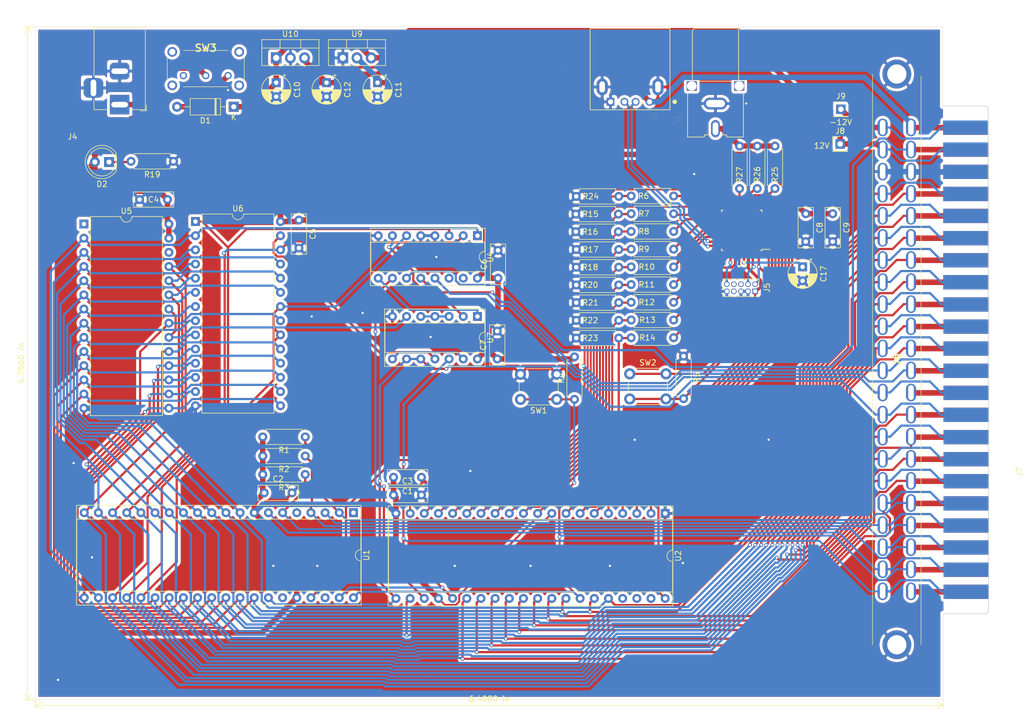
<source format=kicad_pcb>
(kicad_pcb (version 20171130) (host pcbnew "(5.1.5-0-10_14)")
  (layers (0 F.Cu signal) (31 B.Cu signal) (34 B.Paste user) (35 F.Paste user) (36 B.SilkS user) (37 F.SilkS user) (38 B.Mask user) (39 F.Mask user) (44 Edge.Cuts user))
  (net 0 "")
  (net 1 VCC)
  (net 2 /CB2)
  (net 3 GND)
  (net 4 +3V3)
  (net 5 +12V)
  (net 6 "Net-(C17-Pad1)")
  (net 7 "Net-(D1-Pad2)")
  (net 8 "Net-(D2-Pad1)")
  (net 9 /KEYD-)
  (net 10 /KEYD+)
  (net 11 "Net-(J4-Pad1)")
  (net 12 /SWDIO)
  (net 13 /SWCLK)
  (net 14 /RST)
  (net 15 /RF)
  (net 16 /PHI2O)
  (net 17 /RESET)
  (net 18 /SYNC)
  (net 19 /NMI)
  (net 20 /VMA)
  (net 21 /IQR)
  (net 22 /PHI1O)
  (net 23 /RDY)
  (net 24 /D7)
  (net 25 /D6)
  (net 26 /D5)
  (net 27 /D4)
  (net 28 /D3)
  (net 29 /D2)
  (net 30 /D1)
  (net 31 /D0)
  (net 32 /RW)
  (net 33 /DMA)
  (net 34 /$A000)
  (net 35 /$B000)
  (net 36 /PHI2)
  (net 37 /A15)
  (net 38 /A14)
  (net 39 /A13)
  (net 40 /A12)
  (net 41 /A11)
  (net 42 /A10)
  (net 43 /A9)
  (net 44 /A8)
  (net 45 /A7)
  (net 46 /A6)
  (net 47 /A5)
  (net 48 /A4)
  (net 49 /A3)
  (net 50 /A2)
  (net 51 /A1)
  (net 52 /A0)
  (net 53 /$C000)
  (net 54 -12V)
  (net 55 "Net-(R6-Pad1)")
  (net 56 /PB0)
  (net 57 /PB1)
  (net 58 "Net-(R7-Pad1)")
  (net 59 "Net-(R8-Pad1)")
  (net 60 /PB2)
  (net 61 /PB3)
  (net 62 "Net-(R9-Pad1)")
  (net 63 "Net-(R10-Pad1)")
  (net 64 /PB4)
  (net 65 /PB5)
  (net 66 "Net-(R11-Pad1)")
  (net 67 "Net-(R12-Pad1)")
  (net 68 /PB6)
  (net 69 /DA)
  (net 70 "Net-(R13-Pad1)")
  (net 71 "Net-(R14-Pad1)")
  (net 72 /PA0)
  (net 73 /PA1)
  (net 74 /$D000)
  (net 75 /PA2)
  (net 76 /PA3)
  (net 77 /PA4)
  (net 78 /PA5)
  (net 79 /PA6)
  (net 80 /RDA)
  (net 81 /STROBE)
  (net 82 /$E000)
  (net 83 /$F000)
  (net 84 "Net-(U5-Pad20)")
  (net 85 "Net-(U7-Pad13)")
  (net 86 "Net-(U7-Pad3)")
  (net 87 /WE)
  (net 88 "Net-(R25-Pad1)")
  (net 89 "Net-(R26-Pad1)")
  (net 90 "Net-(R27-Pad1)")
  (net 91 "Net-(J1-Pad2)")
  (module 307-044-520-202:307044520202 (layer F.Cu) (at 188.722 118.872 90)
    (fp_text reference J6 (at 41.58 -2.543 90) (layer F.SilkS) (effects (font (size 1.27 1.27) (thickness 0.254))))
    (fp_text value SLOT hide)
    (pad 1 thru_hole oval (at 0 0 90) (size 3.15 1.8) (drill oval 2.65 1) (layers *.Cu *.Mask) (net 15 /RF))
    (pad 2 thru_hole oval (at 0 -5.08 90) (size 3.15 1.8) (drill oval 2.65 1) (layers *.Cu *.Mask) (net 16 /PHI2O))
    (pad 3 thru_hole oval (at 3.96 0 90) (size 3.15 1.8) (drill oval 2.65 1) (layers *.Cu *.Mask) (net 17 /RESET))
    (pad 4 thru_hole oval (at 3.96 -5.08 90) (size 3.15 1.8) (drill oval 2.65 1) (layers *.Cu *.Mask) (net 18 /SYNC))
    (pad 5 thru_hole oval (at 7.92 0 90) (size 3.15 1.8) (drill oval 2.65 1) (layers *.Cu *.Mask) (net 19 /NMI))
    (pad 6 thru_hole oval (at 7.92 -5.08 90) (size 3.15 1.8) (drill oval 2.65 1) (layers *.Cu *.Mask) (net 20 /VMA))
    (pad 7 thru_hole oval (at 11.88 0 90) (size 3.15 1.8) (drill oval 2.65 1) (layers *.Cu *.Mask) (net 21 /IQR))
    (pad 8 thru_hole oval (at 11.88 -5.08 90) (size 3.15 1.8) (drill oval 2.65 1) (layers *.Cu *.Mask) (net 22 /PHI1O))
    (pad 9 thru_hole oval (at 15.84 0 90) (size 3.15 1.8) (drill oval 2.65 1) (layers *.Cu *.Mask) (net 23 /RDY))
    (pad 10 thru_hole oval (at 15.84 -5.08 90) (size 3.15 1.8) (drill oval 2.65 1) (layers *.Cu *.Mask) (net 24 /D7))
    (pad 11 thru_hole oval (at 19.8 0 90) (size 3.15 1.8) (drill oval 2.65 1) (layers *.Cu *.Mask) (net 25 /D6))
    (pad 12 thru_hole oval (at 19.8 -5.08 90) (size 3.15 1.8) (drill oval 2.65 1) (layers *.Cu *.Mask) (net 26 /D5))
    (pad 13 thru_hole oval (at 23.76 0 90) (size 3.15 1.8) (drill oval 2.65 1) (layers *.Cu *.Mask) (net 27 /D4))
    (pad 14 thru_hole oval (at 23.76 -5.08 90) (size 3.15 1.8) (drill oval 2.65 1) (layers *.Cu *.Mask) (net 28 /D3))
    (pad 15 thru_hole oval (at 27.72 0 90) (size 3.15 1.8) (drill oval 2.65 1) (layers *.Cu *.Mask) (net 29 /D2))
    (pad 16 thru_hole oval (at 27.72 -5.08 90) (size 3.15 1.8) (drill oval 2.65 1) (layers *.Cu *.Mask) (net 30 /D1))
    (pad 17 thru_hole oval (at 31.68 0 90) (size 3.15 1.8) (drill oval 2.65 1) (layers *.Cu *.Mask) (net 31 /D0))
    (pad 18 thru_hole oval (at 31.68 -5.08 90) (size 3.15 1.8) (drill oval 2.65 1) (layers *.Cu *.Mask) (net 32 /RW))
    (pad 19 thru_hole oval (at 35.64 0 90) (size 3.15 1.8) (drill oval 2.65 1) (layers *.Cu *.Mask) (net 33 /DMA))
    (pad 20 thru_hole oval (at 35.64 -5.08 90) (size 3.15 1.8) (drill oval 2.65 1) (layers *.Cu *.Mask) (net 34 /$A000))
    (pad 21 thru_hole oval (at 39.6 0 90) (size 3.15 1.8) (drill oval 2.65 1) (layers *.Cu *.Mask) (net 35 /$B000))
    (pad 22 thru_hole oval (at 39.6 -5.08 90) (size 3.15 1.8) (drill oval 2.65 1) (layers *.Cu *.Mask) (net 36 /PHI2))
    (pad 23 thru_hole oval (at 43.56 0 90) (size 3.15 1.8) (drill oval 2.65 1) (layers *.Cu *.Mask) (net 37 /A15))
    (pad 24 thru_hole oval (at 43.56 -5.08 90) (size 3.15 1.8) (drill oval 2.65 1) (layers *.Cu *.Mask) (net 38 /A14))
    (pad 25 thru_hole oval (at 47.52 0 90) (size 3.15 1.8) (drill oval 2.65 1) (layers *.Cu *.Mask) (net 39 /A13))
    (pad 26 thru_hole oval (at 47.52 -5.08 90) (size 3.15 1.8) (drill oval 2.65 1) (layers *.Cu *.Mask) (net 40 /A12))
    (pad 27 thru_hole oval (at 51.48 0 90) (size 3.15 1.8) (drill oval 2.65 1) (layers *.Cu *.Mask) (net 41 /A11))
    (pad 28 thru_hole oval (at 51.48 -5.08 90) (size 3.15 1.8) (drill oval 2.65 1) (layers *.Cu *.Mask) (net 42 /A10))
    (pad 29 thru_hole oval (at 55.44 0 90) (size 3.15 1.8) (drill oval 2.65 1) (layers *.Cu *.Mask) (net 43 /A9))
    (pad 30 thru_hole oval (at 55.44 -5.08 90) (size 3.15 1.8) (drill oval 2.65 1) (layers *.Cu *.Mask) (net 44 /A8))
    (pad 31 thru_hole oval (at 59.4 0 90) (size 3.15 1.8) (drill oval 2.65 1) (layers *.Cu *.Mask) (net 45 /A7))
    (pad 32 thru_hole oval (at 59.4 -5.08 90) (size 3.15 1.8) (drill oval 2.65 1) (layers *.Cu *.Mask) (net 46 /A6))
    (pad 33 thru_hole oval (at 63.36 0 90) (size 3.15 1.8) (drill oval 2.65 1) (layers *.Cu *.Mask) (net 47 /A5))
    (pad 34 thru_hole oval (at 63.36 -5.08 90) (size 3.15 1.8) (drill oval 2.65 1) (layers *.Cu *.Mask) (net 48 /A4))
    (pad 35 thru_hole oval (at 67.32 0 90) (size 3.15 1.8) (drill oval 2.65 1) (layers *.Cu *.Mask) (net 49 /A3))
    (pad 36 thru_hole oval (at 67.32 -5.08 90) (size 3.15 1.8) (drill oval 2.65 1) (layers *.Cu *.Mask) (net 50 /A2))
    (pad 37 thru_hole oval (at 71.28 0 90) (size 3.15 1.8) (drill oval 2.65 1) (layers *.Cu *.Mask) (net 51 /A1))
    (pad 38 thru_hole oval (at 71.28 -5.08 90) (size 3.15 1.8) (drill oval 2.65 1) (layers *.Cu *.Mask) (net 52 /A0))
    (pad 39 thru_hole oval (at 75.24 0 90) (size 3.15 1.8) (drill oval 2.65 1) (layers *.Cu *.Mask) (net 3 GND))
    (pad 40 thru_hole oval (at 75.24 -5.08 90) (size 3.15 1.8) (drill oval 2.65 1) (layers *.Cu *.Mask) (net 3 GND))
    (pad 41 thru_hole oval (at 79.2 0 90) (size 3.15 1.8) (drill oval 2.65 1) (layers *.Cu *.Mask) (net 53 /$C000))
    (pad 42 thru_hole oval (at 79.2 -5.08 90) (size 3.15 1.8) (drill oval 2.65 1) (layers *.Cu *.Mask) (net 5 +12V))
    (pad 43 thru_hole oval (at 83.16 0 90) (size 3.15 1.8) (drill oval 2.65 1) (layers *.Cu *.Mask) (net 1 VCC))
    (pad 44 thru_hole oval (at 83.16 -5.08 90) (size 3.15 1.8) (drill oval 2.65 1) (layers *.Cu *.Mask) (net 54 -12V))
    (pad MH1 thru_hole circle (at -9.575 -2.54 90) (size 5.175 5.175) (drill 3.45) (layers *.Cu *.Mask) (net 3 GND))
    (pad MH2 thru_hole circle (at 92.735 -2.54 90) (size 5.175 5.175) (drill 3.45) (layers *.Cu *.Mask) (net 3 GND))
  )
  (module Connector_BarrelJack:BarrelJack_Horizontal (layer F.Cu) (at 46.863 31.623 270)
    (fp_text reference J4 (at 5.75 8.45) (layer F.SilkS))
    (fp_text value PWR)
    (pad 3 thru_hole roundrect (at -3 4.7 270) (size 3.5 3.5) (drill oval 3 1) (layers *.Cu *.Mask) (net 3 GND))
    (pad 2 thru_hole roundrect (at -6 0 270) (size 3 3.5) (drill oval 1 3) (layers *.Cu *.Mask) (net 3 GND))
    (pad 1 thru_hole rect (at 0 0 270) (size 3.5 3.5) (drill oval 1 3) (layers *.Cu *.Mask) (net 11 "Net-(J4-Pad1)"))
  )
  (module CUI_RCJ-041 (layer F.Cu) (at 153.67 27.432 90)
    (fp_text reference J1 (at -6.81755 -6.68944 90) (layer F.SilkS) (effects (font (size 1.008205 1.008205) (thickness 0.015))))
    (fp_text value RCJ-041)
    (fp_line (start -1.7 -5.15) (end -1.7 -3.35) (layer Edge.Cuts) (width 0.001))
    (fp_line (start -1.7 -3.35) (end 0 -3.35) (layer Edge.Cuts) (width 0.001))
    (fp_line (start 0 -3.35) (end 0 -5.15) (layer Edge.Cuts) (width 0.001))
    (fp_line (start 0 -5.15) (end -1.7 -5.15) (layer Edge.Cuts) (width 0.001))
    (fp_line (start -1.7 3.35) (end -1.7 5.15) (layer Edge.Cuts) (width 0.001))
    (fp_line (start -1.7 5.15) (end 0 5.15) (layer Edge.Cuts) (width 0.001))
    (fp_line (start 0 5.15) (end 0 3.35) (layer Edge.Cuts) (width 0.001))
    (fp_line (start 0 3.35) (end -1.7 3.35) (layer Edge.Cuts) (width 0.001))
    (pad 1 thru_hole oval (at -4 0 90) (size 2.1 4.2) (drill oval 1.3 3.4) (layers *.Cu *.Mask) (net 3 GND))
    (pad 2 thru_hole oval (at -8.5 0 90) (size 3.1 1.55) (drill oval 2.3 1) (layers *.Cu *.Mask) (net 91 "Net-(J1-Pad2)"))
    (pad "" np_thru_hole rect (at -0.8509 -4.25196 90) (size 1.7 1.8) (drill 1.7) (layers *.Cu *.Mask))
    (pad "" np_thru_hole rect (at -0.8509 4.2545 90) (size 1.7 1.8) (drill 1.7) (layers *.Cu *.Mask))
  )
  (module Connector_PCBEdge:EDAC_Edge_307-044-520-202 (layer F.Cu) (at 207.645 97.4725 90)
    (fp_text reference J7 (at 0 0.5 90) (layer F.SilkS))
    (fp_text value EDGE)
    (fp_line (start -24.7142 -5.0038) (end 64.897 -5.08) (layer Edge.Cuts) (width 0.12))
    (fp_line (start 65.6082 -5.7912) (end 65.6082 -13.208) (layer Edge.Cuts) (width 0.12))
    (fp_line (start -25.4254 -5.715) (end -25.4254 -13.1318) (layer Edge.Cuts) (width 0.12))
    (fp_arc (start -24.7142 -5.715) (end -25.4254 -5.715) (angle -90) (layer Edge.Cuts) (width 0.12))
    (fp_arc (start 64.897 -5.7912) (end 64.897 -5.08) (angle -90) (layer Edge.Cuts) (width 0.12))
    (pad 1 smd rect (at -21.4884 -9.017 90) (size 2.56 8.13) (layers F.Cu F.Paste F.Mask) (net 15 /RF))
    (pad 2 smd rect (at -21.4884 -9.017 90) (size 2.56 8.13) (layers B.Cu B.Paste B.Mask) (net 16 /PHI2O))
    (pad 3 smd rect (at -17.526 -9.017 90) (size 2.56 8.13) (layers F.Cu F.Paste F.Mask) (net 17 /RESET))
    (pad 4 smd rect (at -17.526 -9.017 90) (size 2.56 8.13) (layers B.Cu B.Paste B.Mask) (net 18 /SYNC))
    (pad 8 smd rect (at -9.6012 -9.017 90) (size 2.56 8.13) (layers B.Cu B.Paste B.Mask) (net 22 /PHI1O))
    (pad 7 smd rect (at -9.6012 -9.017 90) (size 2.56 8.13) (layers F.Cu F.Paste F.Mask) (net 21 /IQR))
    (pad 6 smd rect (at -13.5382 -9.017 90) (size 2.56 8.13) (layers B.Cu B.Paste B.Mask) (net 20 /VMA))
    (pad 5 smd rect (at -13.5382 -9.017 90) (size 2.56 8.13) (layers F.Cu F.Paste F.Mask) (net 19 /NMI))
    (pad 11 smd rect (at -1.651 -9.017 90) (size 2.56 8.13) (layers F.Cu F.Paste F.Mask) (net 25 /D6))
    (pad 12 smd rect (at -1.651 -9.017 90) (size 2.56 8.13) (layers B.Cu B.Paste B.Mask) (net 26 /D5))
    (pad 13 smd rect (at 2.286 -9.017 90) (size 2.56 8.13) (layers F.Cu F.Paste F.Mask) (net 27 /D4))
    (pad 14 smd rect (at 2.286 -9.017 90) (size 2.56 8.13) (layers B.Cu B.Paste B.Mask) (net 28 /D3))
    (pad 10 smd rect (at -5.6388 -9.017 90) (size 2.56 8.13) (layers B.Cu B.Paste B.Mask) (net 24 /D7))
    (pad 9 smd rect (at -5.6388 -9.017 90) (size 2.56 8.13) (layers F.Cu F.Paste F.Mask) (net 23 /RDY))
    (pad 15 smd rect (at 6.2484 -9.017 90) (size 2.56 8.13) (layers F.Cu F.Paste F.Mask) (net 29 /D2))
    (pad 16 smd rect (at 6.2484 -9.017 90) (size 2.56 8.13) (layers B.Cu B.Paste B.Mask) (net 30 /D1))
    (pad 20 smd rect (at 14.1732 -9.0424 90) (size 2.56 8.13) (layers B.Cu B.Paste B.Mask) (net 34 /$A000))
    (pad 19 smd rect (at 14.1732 -9.0424 90) (size 2.56 8.13) (layers F.Cu F.Paste F.Mask) (net 33 /DMA))
    (pad 18 smd rect (at 10.2362 -9.0424 90) (size 2.56 8.13) (layers B.Cu B.Paste B.Mask) (net 32 /RW))
    (pad 17 smd rect (at 10.2362 -9.0424 90) (size 2.56 8.13) (layers F.Cu F.Paste F.Mask) (net 31 /D0))
    (pad 27 smd rect (at 30.0228 -9.0424 90) (size 2.56 8.13) (layers F.Cu F.Paste F.Mask) (net 41 /A11))
    (pad 28 smd rect (at 30.0228 -9.0424 90) (size 2.56 8.13) (layers B.Cu B.Paste B.Mask) (net 42 /A10))
    (pad 32 smd rect (at 37.9476 -9.0678 90) (size 2.56 8.13) (layers B.Cu B.Paste B.Mask) (net 46 /A6))
    (pad 31 smd rect (at 37.9476 -9.0678 90) (size 2.56 8.13) (layers F.Cu F.Paste F.Mask) (net 45 /A7))
    (pad 30 smd rect (at 34.0106 -9.0678 90) (size 2.56 8.13) (layers B.Cu B.Paste B.Mask) (net 44 /A8))
    (pad 29 smd rect (at 34.0106 -9.0678 90) (size 2.56 8.13) (layers F.Cu F.Paste F.Mask) (net 43 /A9))
    (pad 23 smd rect (at 22.1234 -9.0424 90) (size 2.56 8.13) (layers F.Cu F.Paste F.Mask) (net 37 /A15))
    (pad 24 smd rect (at 22.1234 -9.0424 90) (size 2.56 8.13) (layers B.Cu B.Paste B.Mask) (net 38 /A14))
    (pad 25 smd rect (at 26.0604 -9.0424 90) (size 2.56 8.13) (layers F.Cu F.Paste F.Mask) (net 39 /A13))
    (pad 26 smd rect (at 26.0604 -9.0424 90) (size 2.56 8.13) (layers B.Cu B.Paste B.Mask) (net 40 /A12))
    (pad 35 smd rect (at 45.8978 -9.0678 90) (size 2.56 8.13) (layers F.Cu F.Paste F.Mask) (net 49 /A3))
    (pad 36 smd rect (at 45.8978 -9.0678 90) (size 2.56 8.13) (layers B.Cu B.Paste B.Mask) (net 50 /A2))
    (pad 37 smd rect (at 49.8348 -9.0678 90) (size 2.56 8.13) (layers F.Cu F.Paste F.Mask) (net 51 /A1))
    (pad 38 smd rect (at 49.8348 -9.0678 90) (size 2.56 8.13) (layers B.Cu B.Paste B.Mask) (net 52 /A0))
    (pad 34 smd rect (at 41.91 -9.0678 90) (size 2.56 8.13) (layers B.Cu B.Paste B.Mask) (net 48 /A4))
    (pad 33 smd rect (at 41.91 -9.0678 90) (size 2.56 8.13) (layers F.Cu F.Paste F.Mask) (net 47 /A5))
    (pad 22 smd rect (at 18.1356 -9.0424 90) (size 2.56 8.13) (layers B.Cu B.Paste B.Mask) (net 36 /PHI2))
    (pad 21 smd rect (at 18.1356 -9.0424 90) (size 2.56 8.13) (layers F.Cu F.Paste F.Mask) (net 35 /$B000))
    (pad 39 smd rect (at 53.7972 -9.0678 90) (size 2.56 8.13) (layers F.Cu F.Paste F.Mask) (net 3 GND))
    (pad 40 smd rect (at 53.7972 -9.0678 90) (size 2.56 8.13) (layers B.Cu B.Paste B.Mask) (net 3 GND))
    (pad 44 smd rect (at 61.722 -9.0932 90) (size 2.56 8.13) (layers B.Cu B.Paste B.Mask) (net 54 -12V))
    (pad 43 smd rect (at 61.722 -9.0932 90) (size 2.56 8.13) (layers F.Cu F.Paste F.Mask) (net 1 VCC))
    (pad 42 smd rect (at 57.785 -9.0678 90) (size 2.56 8.13) (layers B.Cu B.Paste B.Mask) (net 5 +12V))
    (pad 41 smd rect (at 57.785 -9.0678 90) (size 2.56 8.13) (layers F.Cu F.Paste F.Mask) (net 53 /$C000))
  )
  (module EG1224:EG1224 (layer F.Cu) (at 66.294 26.416 180)
    (fp_text reference SW3 (at 4 4.947 180) (layer F.SilkS) (effects (font (size 1.27 1.27) (thickness 0.254))))
    (fp_text value PWR hide)
    (pad 1 thru_hole circle (at 0 0 180) (size 1.3 1.3) (drill 0.8) (layers *.Cu *.Mask) (net 7 "Net-(D1-Pad2)"))
    (pad 2 thru_hole circle (at 4 0 180) (size 1.3 1.3) (drill 0.8) (layers *.Cu *.Mask) (net 11 "Net-(J4-Pad1)"))
    (pad 3 thru_hole circle (at 8 0 180) (size 1.3 1.3) (drill 0.8) (layers *.Cu *.Mask))
    (pad MH1 thru_hole circle (at -2 4.25 180) (size 1.75 1.75) (drill 1.1) (layers *.Cu *.Mask))
    (pad MH2 thru_hole circle (at -2 -1.75 180) (size 1.75 1.75) (drill 1.1) (layers *.Cu *.Mask))
    (pad MH3 thru_hole circle (at 10 -1.75 180) (size 1.75 1.75) (drill 1.1) (layers *.Cu *.Mask))
    (pad MH4 thru_hole circle (at 10 4.25 180) (size 1.75 1.75) (drill 1.1) (layers *.Cu *.Mask))
  )
  (module UJ2-AH-4-TH:CUI_UJ2-AH-4-TH (layer F.Cu) (at 141.859 31.115 180)
    (fp_text reference J2 (at -0.726085 -2.538775) (layer F.SilkS) (effects (font (size 1.001488 1.001488) (thickness 0.015))))
    (fp_text value USB_A)
    (pad 1 thru_hole circle (at 0 0 180) (size 1.408 1.408) (drill 0.9) (layers *.Cu *.Mask) (net 1 VCC))
    (pad 2 thru_hole circle (at 2.5 0 180) (size 1.408 1.408) (drill 0.9) (layers *.Cu *.Mask) (net 9 /KEYD-))
    (pad 3 thru_hole circle (at 4.5 0 180) (size 1.408 1.408) (drill 0.9) (layers *.Cu *.Mask) (net 10 /KEYD+))
    (pad 4 thru_hole rect (at 7 0 180) (size 1.408 1.408) (drill 0.9) (layers *.Cu *.Mask) (net 3 GND))
    (pad 5 thru_hole oval (at -1.5 2.67 180) (size 2 3) (drill oval 1 2) (layers *.Cu *.Mask) (net 3 GND))
    (pad 5 thru_hole oval (at 8.5 2.67 180) (size 2 3) (drill oval 1 2) (layers *.Cu *.Mask) (net 3 GND))
  )
  (module Apple1Title:n12v (layer F.Cu) (at 176.022 32.004)
    (fp_text reference G*** hide)
    (fp_text value LOGO hide)
    (fp_poly (pts (xy -1.103004 -1.823076) (xy -1.065646 -1.822936) (xy -1.034269 -1.822677) (xy -1.009925 -1.822306) (xy -0.993665 -1.821829) (xy -0.986604 -1.821269) (xy -0.975157 -1.813358) (xy -0.964549 -1.795489) (xy -0.96434 -1.795018) (xy -0.956955 -1.768119) (xy -0.958326 -1.742368) (xy -0.968187 -1.719796) (xy -0.975405 -1.711135) (xy -0.989819 -1.69672) (xy -1.233365 -1.69672) (xy -1.289413 -1.696732) (xy -1.336196 -1.69679) (xy -1.374608 -1.696931) (xy -1.405543 -1.697192) (xy -1.429895 -1.697608) (xy -1.448558 -1.698216) (xy -1.462427 -1.699053) (xy -1.472396 -1.700155) (xy -1.47936 -1.701558) (xy -1.484213 -1.703298) (xy -1.487848 -1.705412) (xy -1.490173 -1.707153) (xy -1.504417 -1.724494) (xy -1.51144 -1.747143) (xy -1.510623 -1.772686) (xy -1.508901 -1.780038) (xy -1.50647 -1.78925) (xy -1.504207 -1.796976) (xy -1.501257 -1.803351) (xy -1.496768 -1.808511) (xy -1.489884 -1.812592) (xy -1.479753 -1.81573) (xy -1.465519 -1.81806) (xy -1.446329 -1.819719) (xy -1.421328 -1.820842) (xy -1.389664 -1.821565) (xy -1.350481 -1.822024) (xy -1.302925 -1.822354) (xy -1.246143 -1.822692) (xy -1.240446 -1.822728) (xy -1.191456 -1.822979) (xy -1.145291 -1.823092) (xy -1.103004 -1.823076)) (layer F.Cu) (width 0.01))
    (fp_poly (pts (xy 0.310996 -2.41297) (xy 0.358632 -2.412858) (xy 0.397884 -2.412638) (xy 0.429639 -2.412281) (xy 0.454787 -2.411759) (xy 0.474214 -2.411042) (xy 0.488808 -2.410104) (xy 0.499457 -2.408914) (xy 0.50705 -2.407446) (xy 0.512474 -2.405671) (xy 0.514602 -2.404684) (xy 0.5471 -2.383363) (xy 0.571856 -2.356171) (xy 0.583896 -2.335802) (xy 0.59944 -2.304698) (xy 0.59944 -1.960543) (xy 0.587066 -1.936124) (xy 0.566494 -1.906387) (xy 0.538008 -1.881595) (xy 0.513602 -1.867709) (xy 0.507278 -1.864939) (xy 0.500654 -1.862671) (xy 0.492671 -1.860844) (xy 0.482269 -1.859398) (xy 0.46839 -1.858273) (xy 0.449975 -1.857409) (xy 0.425963 -1.856747) (xy 0.395296 -1.856226) (xy 0.356914 -1.855787) (xy 0.309757 -1.855369) (xy 0.293296 -1.855235) (xy 0.096373 -1.853651) (xy 0.097716 -1.697716) (xy 0.09906 -1.54178) (xy 0.340159 -1.53924) (xy 0.581259 -1.5367) (xy 0.592889 -1.519439) (xy 0.600979 -1.503414) (xy 0.604134 -1.485057) (xy 0.602718 -1.461395) (xy 0.601227 -1.451417) (xy 0.59734 -1.437923) (xy 0.589223 -1.428064) (xy 0.576707 -1.419667) (xy 0.555367 -1.40716) (xy -0.03556 -1.40716) (xy -0.03556 -1.89368) (xy -0.021539 -1.92093) (xy -0.011249 -1.938344) (xy 0.000074 -1.950005) (xy 0.016453 -1.95985) (xy 0.020062 -1.961642) (xy 0.033337 -1.967751) (xy 0.046507 -1.972768) (xy 0.060712 -1.976798) (xy 0.077092 -1.979948) (xy 0.096785 -1.982323) (xy 0.120931 -1.984029) (xy 0.150669 -1.985172) (xy 0.187138 -1.985857) (xy 0.231478 -1.986192) (xy 0.284829 -1.98628) (xy 0.46736 -1.98628) (xy 0.46736 -2.286) (xy -0.019268 -2.286) (xy -0.035034 -2.303957) (xy -0.04799 -2.325354) (xy -0.05145 -2.348073) (xy -0.04537 -2.370344) (xy -0.037068 -2.382821) (xy -0.03136 -2.389485) (xy -0.025803 -2.395088) (xy -0.019509 -2.399721) (xy -0.011592 -2.403478) (xy -0.001162 -2.406449) (xy 0.012667 -2.408728) (xy 0.030782 -2.410406) (xy 0.054072 -2.411574) (xy 0.083424 -2.412326) (xy 0.119726 -2.412752) (xy 0.163865 -2.412946) (xy 0.216729 -2.412998) (xy 0.254089 -2.413) (xy 0.310996 -2.41297)) (layer F.Cu) (width 0.01))
    (fp_poly (pts (xy -0.525437 -2.403289) (xy -0.491036 -2.402429) (xy -0.46076 -2.401131) (xy -0.436187 -2.399395) (xy -0.418895 -2.397218) (xy -0.411257 -2.395105) (xy -0.396299 -2.38737) (xy -0.395 -1.964575) (xy -0.3937 -1.54178) (xy -0.25908 -1.538946) (xy -0.25908 -1.832977) (xy -0.243893 -1.845757) (xy -0.223848 -1.856845) (xy -0.200308 -1.862084) (xy -0.183808 -1.863762) (xy -0.173139 -1.86266) (xy -0.164071 -1.857387) (xy -0.152369 -1.84655) (xy -0.151996 -1.846185) (xy -0.13208 -1.826739) (xy -0.13208 -1.40716) (xy -0.745686 -1.40716) (xy -0.761172 -1.421627) (xy -0.776168 -1.441921) (xy -0.781932 -1.465483) (xy -0.778426 -1.491258) (xy -0.765614 -1.51819) (xy -0.764672 -1.519633) (xy -0.751696 -1.53924) (xy -0.5334 -1.53924) (xy -0.5334 -2.28092) (xy -0.78206 -2.28092) (xy -0.790397 -2.297043) (xy -0.797675 -2.320939) (xy -0.796579 -2.345549) (xy -0.787911 -2.368309) (xy -0.772471 -2.386658) (xy -0.759883 -2.39468) (xy -0.749263 -2.397244) (xy -0.73015 -2.399387) (xy -0.70412 -2.401107) (xy -0.672751 -2.402402) (xy -0.637622 -2.403269) (xy -0.600308 -2.403708) (xy -0.562387 -2.403715) (xy -0.525437 -2.403289)) (layer F.Cu) (width 0.01))
    (fp_poly (pts (xy 0.771545 -2.398502) (xy 0.793593 -2.387448) (xy 0.796269 -2.385282) (xy 0.81026 -2.373256) (xy 0.813052 -2.11074) (xy 0.910066 -1.883015) (xy 0.929353 -1.838004) (xy 0.94752 -1.796116) (xy 0.96417 -1.758226) (xy 0.978908 -1.725213) (xy 0.991338 -1.697952) (xy 1.001065 -1.677322) (xy 1.007691 -1.664198) (xy 1.010822 -1.659459) (xy 1.010944 -1.659495) (xy 1.01368 -1.664881) (xy 1.02001 -1.678668) (xy 1.029522 -1.699923) (xy 1.041804 -1.727709) (xy 1.056445 -1.761091) (xy 1.073032 -1.799135) (xy 1.091155 -1.840904) (xy 1.109383 -1.883102) (xy 1.20396 -2.102504) (xy 1.20396 -2.229481) (xy 1.204149 -2.265069) (xy 1.204683 -2.297844) (xy 1.205508 -2.326259) (xy 1.206568 -2.348765) (xy 1.207811 -2.363811) (xy 1.208821 -2.369246) (xy 1.218795 -2.382328) (xy 1.235745 -2.391873) (xy 1.256908 -2.397223) (xy 1.279515 -2.39772) (xy 1.300801 -2.392707) (xy 1.303161 -2.391691) (xy 1.310893 -2.387658) (xy 1.317044 -2.382627) (xy 1.321796 -2.375474) (xy 1.325327 -2.365076) (xy 1.327817 -2.350309) (xy 1.329446 -2.330048) (xy 1.330393 -2.303171) (xy 1.330837 -2.268552) (xy 1.330958 -2.225067) (xy 1.33096 -2.217639) (xy 1.33096 -2.077653) (xy 1.189299 -1.761457) (xy 1.165174 -1.707627) (xy 1.142085 -1.656145) (xy 1.120397 -1.607824) (xy 1.100475 -1.563474) (xy 1.082684 -1.523907) (xy 1.067389 -1.489935) (xy 1.054955 -1.46237) (xy 1.045748 -1.442023) (xy 1.040132 -1.429706) (xy 1.038734 -1.426705) (xy 1.025191 -1.408603) (xy 1.006196 -1.398971) (xy 0.982105 -1.397942) (xy 0.96894 -1.400516) (xy 0.960243 -1.406486) (xy 0.953024 -1.416436) (xy 0.950018 -1.423352) (xy 0.943597 -1.438914) (xy 0.934081 -1.462322) (xy 0.921793 -1.492773) (xy 0.907054 -1.529466) (xy 0.890185 -1.571601) (xy 0.871508 -1.618376) (xy 0.851345 -1.668989) (xy 0.830016 -1.72264) (xy 0.815933 -1.758125) (xy 0.6858 -2.086229) (xy 0.6858 -2.376703) (xy 0.699015 -2.387098) (xy 0.720946 -2.398389) (xy 0.746226 -2.40217) (xy 0.771545 -2.398502)) (layer F.Cu) (width 0.01))
  )
  (module Apple1Title:12v (layer F.Cu) (at 176.53 42.926)
    (fp_text reference G*** hide)
    (fp_text value LOGO hide)
    (fp_poly (pts (xy -0.430684 -2.41297) (xy -0.383048 -2.412858) (xy -0.343796 -2.412638) (xy -0.312041 -2.412281) (xy -0.286893 -2.411759) (xy -0.267466 -2.411042) (xy -0.252872 -2.410104) (xy -0.242223 -2.408914) (xy -0.23463 -2.407446) (xy -0.229206 -2.405671) (xy -0.227078 -2.404684) (xy -0.19458 -2.383363) (xy -0.169824 -2.356171) (xy -0.157784 -2.335802) (xy -0.142241 -2.304698) (xy -0.14224 -2.13262) (xy -0.14224 -1.960543) (xy -0.154614 -1.936124) (xy -0.175186 -1.906387) (xy -0.203672 -1.881595) (xy -0.228078 -1.867709) (xy -0.234402 -1.864939) (xy -0.241026 -1.862671) (xy -0.249009 -1.860844) (xy -0.259411 -1.859398) (xy -0.27329 -1.858273) (xy -0.291705 -1.857409) (xy -0.315717 -1.856747) (xy -0.346384 -1.856226) (xy -0.384766 -1.855787) (xy -0.431923 -1.855369) (xy -0.448384 -1.855235) (xy -0.645307 -1.853651) (xy -0.643964 -1.697716) (xy -0.64262 -1.54178) (xy -0.401521 -1.53924) (xy -0.160421 -1.5367) (xy -0.148791 -1.519439) (xy -0.140701 -1.503414) (xy -0.137546 -1.485057) (xy -0.138962 -1.461395) (xy -0.140453 -1.451417) (xy -0.14434 -1.437923) (xy -0.152457 -1.428064) (xy -0.164973 -1.419667) (xy -0.186313 -1.40716) (xy -0.77724 -1.40716) (xy -0.77724 -1.89368) (xy -0.763219 -1.92093) (xy -0.752929 -1.938344) (xy -0.741606 -1.950005) (xy -0.725227 -1.95985) (xy -0.721618 -1.961642) (xy -0.708343 -1.967751) (xy -0.695173 -1.972768) (xy -0.680968 -1.976798) (xy -0.664588 -1.979948) (xy -0.644895 -1.982323) (xy -0.620749 -1.984029) (xy -0.591011 -1.985172) (xy -0.554542 -1.985857) (xy -0.510202 -1.986192) (xy -0.456851 -1.98628) (xy -0.27432 -1.98628) (xy -0.27432 -2.286) (xy -0.760948 -2.286) (xy -0.776714 -2.303957) (xy -0.78967 -2.325354) (xy -0.79313 -2.348073) (xy -0.78705 -2.370344) (xy -0.778748 -2.382821) (xy -0.77304 -2.389485) (xy -0.767483 -2.395088) (xy -0.761189 -2.399721) (xy -0.753272 -2.403478) (xy -0.742842 -2.406449) (xy -0.729013 -2.408728) (xy -0.710898 -2.410406) (xy -0.687608 -2.411574) (xy -0.658256 -2.412326) (xy -0.621954 -2.412752) (xy -0.577815 -2.412946) (xy -0.524951 -2.412998) (xy -0.487591 -2.413) (xy -0.430684 -2.41297)) (layer F.Cu) (width 0.01))
    (fp_poly (pts (xy -1.267117 -2.403289) (xy -1.232716 -2.402429) (xy -1.20244 -2.401131) (xy -1.177867 -2.399395) (xy -1.160575 -2.397218) (xy -1.152937 -2.395105) (xy -1.137979 -2.38737) (xy -1.13668 -1.964575) (xy -1.13538 -1.54178) (xy -1.00076 -1.538946) (xy -1.00076 -1.832977) (xy -0.985573 -1.845757) (xy -0.965528 -1.856845) (xy -0.941988 -1.862084) (xy -0.925488 -1.863762) (xy -0.914819 -1.86266) (xy -0.905751 -1.857387) (xy -0.894049 -1.84655) (xy -0.893676 -1.846185) (xy -0.87376 -1.826739) (xy -0.87376 -1.40716) (xy -1.487366 -1.40716) (xy -1.502852 -1.421627) (xy -1.517848 -1.441921) (xy -1.523612 -1.465483) (xy -1.520106 -1.491258) (xy -1.507294 -1.51819) (xy -1.506352 -1.519633) (xy -1.493376 -1.53924) (xy -1.27508 -1.53924) (xy -1.27508 -2.28092) (xy -1.52374 -2.28092) (xy -1.532077 -2.297043) (xy -1.539355 -2.320939) (xy -1.538259 -2.345549) (xy -1.529591 -2.368309) (xy -1.514151 -2.386658) (xy -1.501563 -2.39468) (xy -1.490943 -2.397244) (xy -1.47183 -2.399387) (xy -1.4458 -2.401107) (xy -1.414431 -2.402402) (xy -1.379302 -2.403269) (xy -1.341988 -2.403708) (xy -1.304067 -2.403715) (xy -1.267117 -2.403289)) (layer F.Cu) (width 0.01))
    (fp_poly (pts (xy 0.029865 -2.398502) (xy 0.051913 -2.387448) (xy 0.054589 -2.385282) (xy 0.06858 -2.373256) (xy 0.071372 -2.11074) (xy 0.168386 -1.883015) (xy 0.187673 -1.838004) (xy 0.20584 -1.796116) (xy 0.22249 -1.758226) (xy 0.237228 -1.725213) (xy 0.249658 -1.697952) (xy 0.259385 -1.677322) (xy 0.266011 -1.664198) (xy 0.269142 -1.659459) (xy 0.269264 -1.659495) (xy 0.272 -1.664881) (xy 0.27833 -1.678668) (xy 0.287842 -1.699923) (xy 0.300124 -1.727709) (xy 0.314765 -1.761091) (xy 0.331352 -1.799135) (xy 0.349475 -1.840904) (xy 0.367703 -1.883102) (xy 0.46228 -2.102504) (xy 0.46228 -2.229481) (xy 0.462469 -2.265069) (xy 0.463003 -2.297844) (xy 0.463828 -2.326259) (xy 0.464888 -2.348765) (xy 0.466131 -2.363811) (xy 0.467141 -2.369246) (xy 0.477115 -2.382328) (xy 0.494065 -2.391873) (xy 0.515228 -2.397223) (xy 0.537835 -2.39772) (xy 0.559121 -2.392707) (xy 0.561481 -2.391691) (xy 0.569213 -2.387658) (xy 0.575364 -2.382627) (xy 0.580116 -2.375474) (xy 0.583647 -2.365076) (xy 0.586137 -2.350309) (xy 0.587766 -2.330048) (xy 0.588713 -2.303171) (xy 0.589157 -2.268552) (xy 0.589278 -2.225067) (xy 0.58928 -2.217639) (xy 0.58928 -2.077653) (xy 0.447619 -1.761457) (xy 0.423494 -1.707627) (xy 0.400405 -1.656145) (xy 0.378717 -1.607824) (xy 0.358795 -1.563474) (xy 0.341004 -1.523907) (xy 0.325709 -1.489935) (xy 0.313275 -1.46237) (xy 0.304068 -1.442023) (xy 0.298452 -1.429706) (xy 0.297054 -1.426705) (xy 0.283511 -1.408603) (xy 0.264516 -1.398971) (xy 0.240425 -1.397942) (xy 0.22726 -1.400516) (xy 0.218563 -1.406486) (xy 0.211344 -1.416436) (xy 0.208338 -1.423352) (xy 0.201917 -1.438914) (xy 0.192401 -1.462322) (xy 0.180113 -1.492773) (xy 0.165374 -1.529466) (xy 0.148505 -1.571601) (xy 0.129828 -1.618376) (xy 0.109665 -1.668989) (xy 0.088336 -1.72264) (xy 0.074253 -1.758125) (xy -0.05588 -2.086229) (xy -0.05588 -2.376703) (xy -0.042665 -2.387098) (xy -0.020734 -2.398389) (xy 0.004546 -2.40217) (xy 0.029865 -2.398502)) (layer F.Cu) (width 0.01))
  )
  (module Connector_PinSocket_1.27mm:PinSocket_2x05_P1.27mm_Vertical (layer F.Cu) (at 160.782 65.0875 270)
    (fp_text reference J5 (at -0.635 -2.135 90) (layer F.SilkS))
    (fp_text value ARM_JTAG_SWD)
    (pad 1 thru_hole rect (at 0 0 270) (size 1 1) (drill 0.7) (layers *.Cu *.Mask) (net 4 +3V3))
    (pad 2 thru_hole oval (at -1.27 0 270) (size 1 1) (drill 0.7) (layers *.Cu *.Mask) (net 12 /SWDIO))
    (pad 3 thru_hole oval (at 0 1.27 270) (size 1 1) (drill 0.7) (layers *.Cu *.Mask) (net 3 GND))
    (pad 4 thru_hole oval (at -1.27 1.27 270) (size 1 1) (drill 0.7) (layers *.Cu *.Mask) (net 13 /SWCLK))
    (pad 5 thru_hole oval (at 0 2.54 270) (size 1 1) (drill 0.7) (layers *.Cu *.Mask) (net 3 GND))
    (pad 6 thru_hole oval (at -1.27 2.54 270) (size 1 1) (drill 0.7) (layers *.Cu *.Mask))
    (pad 7 thru_hole oval (at 0 3.81 270) (size 1 1) (drill 0.7) (layers *.Cu *.Mask))
    (pad 8 thru_hole oval (at -1.27 3.81 270) (size 1 1) (drill 0.7) (layers *.Cu *.Mask))
    (pad 9 thru_hole oval (at 0 5.08 270) (size 1 1) (drill 0.7) (layers *.Cu *.Mask) (net 3 GND))
    (pad 10 thru_hole oval (at -1.27 5.08 270) (size 1 1) (drill 0.7) (layers *.Cu *.Mask) (net 14 /RST))
  )
  (module Package_DIP:DIP-16_W7.62mm_Socket (layer F.Cu) (at 110.998 55.118 270)
    (fp_text reference U4 (at 3.81 -2.33 90) (layer F.SilkS))
    (fp_text value 74LS138)
    (pad 1 thru_hole rect (at 0 0 270) (size 1.6 1.6) (drill 0.8) (layers *.Cu *.Mask) (net 40 /A12))
    (pad 9 thru_hole oval (at 7.62 17.78 270) (size 1.6 1.6) (drill 0.8) (layers *.Cu *.Mask) (net 82 /$E000))
    (pad 2 thru_hole oval (at 0 2.54 270) (size 1.6 1.6) (drill 0.8) (layers *.Cu *.Mask) (net 39 /A13))
    (pad 10 thru_hole oval (at 7.62 15.24 270) (size 1.6 1.6) (drill 0.8) (layers *.Cu *.Mask) (net 74 /$D000))
    (pad 3 thru_hole oval (at 0 5.08 270) (size 1.6 1.6) (drill 0.8) (layers *.Cu *.Mask) (net 38 /A14))
    (pad 11 thru_hole oval (at 7.62 12.7 270) (size 1.6 1.6) (drill 0.8) (layers *.Cu *.Mask) (net 53 /$C000))
    (pad 4 thru_hole oval (at 0 7.62 270) (size 1.6 1.6) (drill 0.8) (layers *.Cu *.Mask) (net 3 GND))
    (pad 12 thru_hole oval (at 7.62 10.16 270) (size 1.6 1.6) (drill 0.8) (layers *.Cu *.Mask) (net 35 /$B000))
    (pad 5 thru_hole oval (at 0 10.16 270) (size 1.6 1.6) (drill 0.8) (layers *.Cu *.Mask) (net 3 GND))
    (pad 13 thru_hole oval (at 7.62 7.62 270) (size 1.6 1.6) (drill 0.8) (layers *.Cu *.Mask) (net 34 /$A000))
    (pad 6 thru_hole oval (at 0 12.7 270) (size 1.6 1.6) (drill 0.8) (layers *.Cu *.Mask) (net 37 /A15))
    (pad 14 thru_hole oval (at 7.62 5.08 270) (size 1.6 1.6) (drill 0.8) (layers *.Cu *.Mask))
    (pad 7 thru_hole oval (at 0 15.24 270) (size 1.6 1.6) (drill 0.8) (layers *.Cu *.Mask) (net 83 /$F000))
    (pad 15 thru_hole oval (at 7.62 2.54 270) (size 1.6 1.6) (drill 0.8) (layers *.Cu *.Mask))
    (pad 8 thru_hole oval (at 0 17.78 270) (size 1.6 1.6) (drill 0.8) (layers *.Cu *.Mask) (net 3 GND))
    (pad 16 thru_hole oval (at 7.62 0 270) (size 1.6 1.6) (drill 0.8) (layers *.Cu *.Mask) (net 1 VCC))
  )
  (module Package_DIP:DIP-40_W15.24mm_Socket (layer F.Cu) (at 88.773 104.775 270)
    (fp_text reference U1 (at 7.62 -2.33 90) (layer F.SilkS))
    (fp_text value WD65C02)
    (pad 40 thru_hole oval (at 15.24 0 270) (size 1.6 1.6) (drill 0.8) (layers *.Cu *.Mask) (net 17 /RESET))
    (pad 20 thru_hole oval (at 0 48.26 270) (size 1.6 1.6) (drill 0.8) (layers *.Cu *.Mask) (net 41 /A11))
    (pad 39 thru_hole oval (at 15.24 2.54 270) (size 1.6 1.6) (drill 0.8) (layers *.Cu *.Mask) (net 16 /PHI2O))
    (pad 19 thru_hole oval (at 0 45.72 270) (size 1.6 1.6) (drill 0.8) (layers *.Cu *.Mask) (net 42 /A10))
    (pad 38 thru_hole oval (at 15.24 5.08 270) (size 1.6 1.6) (drill 0.8) (layers *.Cu *.Mask))
    (pad 18 thru_hole oval (at 0 43.18 270) (size 1.6 1.6) (drill 0.8) (layers *.Cu *.Mask) (net 43 /A9))
    (pad 37 thru_hole oval (at 15.24 7.62 270) (size 1.6 1.6) (drill 0.8) (layers *.Cu *.Mask) (net 36 /PHI2))
    (pad 17 thru_hole oval (at 0 40.64 270) (size 1.6 1.6) (drill 0.8) (layers *.Cu *.Mask) (net 44 /A8))
    (pad 36 thru_hole oval (at 15.24 10.16 270) (size 1.6 1.6) (drill 0.8) (layers *.Cu *.Mask) (net 1 VCC))
    (pad 16 thru_hole oval (at 0 38.1 270) (size 1.6 1.6) (drill 0.8) (layers *.Cu *.Mask) (net 45 /A7))
    (pad 35 thru_hole oval (at 15.24 12.7 270) (size 1.6 1.6) (drill 0.8) (layers *.Cu *.Mask))
    (pad 15 thru_hole oval (at 0 35.56 270) (size 1.6 1.6) (drill 0.8) (layers *.Cu *.Mask) (net 46 /A6))
    (pad 34 thru_hole oval (at 15.24 15.24 270) (size 1.6 1.6) (drill 0.8) (layers *.Cu *.Mask) (net 32 /RW))
    (pad 14 thru_hole oval (at 0 33.02 270) (size 1.6 1.6) (drill 0.8) (layers *.Cu *.Mask) (net 47 /A5))
    (pad 33 thru_hole oval (at 15.24 17.78 270) (size 1.6 1.6) (drill 0.8) (layers *.Cu *.Mask) (net 31 /D0))
    (pad 13 thru_hole oval (at 0 30.48 270) (size 1.6 1.6) (drill 0.8) (layers *.Cu *.Mask) (net 48 /A4))
    (pad 32 thru_hole oval (at 15.24 20.32 270) (size 1.6 1.6) (drill 0.8) (layers *.Cu *.Mask) (net 30 /D1))
    (pad 12 thru_hole oval (at 0 27.94 270) (size 1.6 1.6) (drill 0.8) (layers *.Cu *.Mask) (net 49 /A3))
    (pad 31 thru_hole oval (at 15.24 22.86 270) (size 1.6 1.6) (drill 0.8) (layers *.Cu *.Mask) (net 29 /D2))
    (pad 11 thru_hole oval (at 0 25.4 270) (size 1.6 1.6) (drill 0.8) (layers *.Cu *.Mask) (net 50 /A2))
    (pad 30 thru_hole oval (at 15.24 25.4 270) (size 1.6 1.6) (drill 0.8) (layers *.Cu *.Mask) (net 28 /D3))
    (pad 10 thru_hole oval (at 0 22.86 270) (size 1.6 1.6) (drill 0.8) (layers *.Cu *.Mask) (net 51 /A1))
    (pad 29 thru_hole oval (at 15.24 27.94 270) (size 1.6 1.6) (drill 0.8) (layers *.Cu *.Mask) (net 27 /D4))
    (pad 9 thru_hole oval (at 0 20.32 270) (size 1.6 1.6) (drill 0.8) (layers *.Cu *.Mask) (net 52 /A0))
    (pad 28 thru_hole oval (at 15.24 30.48 270) (size 1.6 1.6) (drill 0.8) (layers *.Cu *.Mask) (net 26 /D5))
    (pad 8 thru_hole oval (at 0 17.78 270) (size 1.6 1.6) (drill 0.8) (layers *.Cu *.Mask) (net 1 VCC))
    (pad 27 thru_hole oval (at 15.24 33.02 270) (size 1.6 1.6) (drill 0.8) (layers *.Cu *.Mask) (net 25 /D6))
    (pad 7 thru_hole oval (at 0 15.24 270) (size 1.6 1.6) (drill 0.8) (layers *.Cu *.Mask) (net 18 /SYNC))
    (pad 26 thru_hole oval (at 15.24 35.56 270) (size 1.6 1.6) (drill 0.8) (layers *.Cu *.Mask) (net 24 /D7))
    (pad 6 thru_hole oval (at 0 12.7 270) (size 1.6 1.6) (drill 0.8) (layers *.Cu *.Mask) (net 19 /NMI))
    (pad 25 thru_hole oval (at 15.24 38.1 270) (size 1.6 1.6) (drill 0.8) (layers *.Cu *.Mask) (net 37 /A15))
    (pad 5 thru_hole oval (at 0 10.16 270) (size 1.6 1.6) (drill 0.8) (layers *.Cu *.Mask))
    (pad 24 thru_hole oval (at 15.24 40.64 270) (size 1.6 1.6) (drill 0.8) (layers *.Cu *.Mask) (net 38 /A14))
    (pad 4 thru_hole oval (at 0 7.62 270) (size 1.6 1.6) (drill 0.8) (layers *.Cu *.Mask) (net 21 /IQR))
    (pad 23 thru_hole oval (at 15.24 43.18 270) (size 1.6 1.6) (drill 0.8) (layers *.Cu *.Mask) (net 39 /A13))
    (pad 3 thru_hole oval (at 0 5.08 270) (size 1.6 1.6) (drill 0.8) (layers *.Cu *.Mask) (net 22 /PHI1O))
    (pad 22 thru_hole oval (at 15.24 45.72 270) (size 1.6 1.6) (drill 0.8) (layers *.Cu *.Mask) (net 40 /A12))
    (pad 2 thru_hole oval (at 0 2.54 270) (size 1.6 1.6) (drill 0.8) (layers *.Cu *.Mask) (net 23 /RDY))
    (pad 21 thru_hole oval (at 15.24 48.26 270) (size 1.6 1.6) (drill 0.8) (layers *.Cu *.Mask) (net 3 GND))
    (pad 1 thru_hole rect (at 0 0 270) (size 1.6 1.6) (drill 0.8) (layers *.Cu *.Mask))
  )
  (module Title:title (layer F.Cu) (at 115.951 28.067)
    (fp_text reference G*** hide)
    (fp_text value LOGO hide)
    (fp_poly (pts (xy 8.34617 -4.729998) (xy 8.440509 -4.729818) (xy 8.546013 -4.729578) (xy 8.663383 -4.729312) (xy 8.687813 -4.72926) (xy 9.484687 -4.727575) (xy 9.538181 -4.700988) (xy 9.56768 -4.684607) (xy 9.597953 -4.665004) (xy 9.623435 -4.64584) (xy 9.628187 -4.641742) (xy 9.6647 -4.609085) (xy 9.6647 -0.37465) (xy 10.2743 -0.37465) (xy 10.274303 -1.093788) (xy 10.274307 -1.812925) (xy 10.302818 -1.849242) (xy 10.349594 -1.898771) (xy 10.404208 -1.938443) (xy 10.466042 -1.967879) (xy 10.52195 -1.984165) (xy 10.548124 -1.988456) (xy 10.584023 -1.99232) (xy 10.626673 -1.9955) (xy 10.6731 -1.997736) (xy 10.6807 -1.997989) (xy 10.791825 -2.00146) (xy 10.891837 -1.890163) (xy 10.99185 -1.778866) (xy 10.99185 0.38735) (xy 9.434512 0.387205) (xy 7.877175 0.387061) (xy 7.83716 0.365496) (xy 7.77601 0.327711) (xy 7.726413 0.286087) (xy 7.687528 0.239564) (xy 7.658516 0.187082) (xy 7.638536 0.127582) (xy 7.634495 0.109758) (xy 7.629709 0.083112) (xy 7.627571 0.059656) (xy 7.627946 0.034455) (xy 7.630703 0.002572) (xy 7.631441 -0.004241) (xy 7.636036 -0.037223) (xy 7.642289 -0.070704) (xy 7.649139 -0.099299) (xy 7.652092 -0.109016) (xy 7.666132 -0.143269) (xy 7.687138 -0.184457) (xy 7.713649 -0.230015) (xy 7.744206 -0.277377) (xy 7.764445 -0.306388) (xy 7.799841 -0.3556) (xy 8.87095 -0.3556) (xy 8.87095 -4.0386) (xy 7.673497 -4.0386) (xy 7.643952 -4.068763) (xy 7.602429 -4.119654) (xy 7.571698 -4.175441) (xy 7.551501 -4.234761) (xy 7.54158 -4.296253) (xy 7.541675 -4.358553) (xy 7.55153 -4.420298) (xy 7.570885 -4.480126) (xy 7.599483 -4.536673) (xy 7.637064 -4.588578) (xy 7.683371 -4.634477) (xy 7.738146 -4.673008) (xy 7.760815 -4.685279) (xy 7.773659 -4.691838) (xy 7.785092 -4.697742) (xy 7.795811 -4.703022) (xy 7.806516 -4.707712) (xy 7.817905 -4.711845) (xy 7.830677 -4.715455) (xy 7.845531 -4.718575) (xy 7.863165 -4.721237) (xy 7.884279 -4.723475) (xy 7.909571 -4.725321) (xy 7.93974 -4.72681) (xy 7.975484 -4.727975) (xy 8.017503 -4.728848) (xy 8.066495 -4.729462) (xy 8.123159 -4.729851) (xy 8.188194 -4.730048) (xy 8.262298 -4.730086) (xy 8.34617 -4.729998)) (layer F.Cu) (width 0.01))
    (fp_poly (pts (xy 5.549747 -3.2893) (xy 6.195817 -3.2893) (xy 6.277671 -3.264916) (xy 6.315726 -3.252886) (xy 6.361559 -3.237313) (xy 6.411663 -3.219486) (xy 6.462528 -3.200694) (xy 6.510647 -3.182225) (xy 6.55251 -3.165367) (xy 6.575425 -3.155565) (xy 6.59188 -3.145966) (xy 6.61627 -3.128572) (xy 6.647405 -3.104421) (xy 6.684092 -3.074549) (xy 6.725141 -3.039993) (xy 6.769359 -3.00179) (xy 6.815557 -2.960978) (xy 6.862542 -2.918593) (xy 6.909122 -2.875671) (xy 6.954108 -2.833251) (xy 6.996307 -2.792368) (xy 7.021368 -2.767422) (xy 7.04814 -2.74031) (xy 7.067715 -2.719679) (xy 7.081851 -2.703003) (xy 7.092303 -2.687754) (xy 7.100827 -2.671405) (xy 7.10918 -2.65143) (xy 7.117915 -2.628494) (xy 7.134167 -2.582685) (xy 7.151916 -2.528162) (xy 7.170065 -2.468644) (xy 7.187515 -2.407849) (xy 7.203168 -2.349497) (xy 7.215929 -2.297305) (xy 7.216786 -2.29353) (xy 7.23265 -2.223257) (xy 7.23265 -1.188294) (xy 7.171474 -1.127416) (xy 7.123795 -1.08179) (xy 7.081469 -1.045569) (xy 7.042726 -1.017647) (xy 7.005794 -0.996914) (xy 6.968903 -0.982264) (xy 6.930282 -0.972588) (xy 6.9215 -0.971037) (xy 6.911221 -0.970384) (xy 6.888836 -0.969756) (xy 6.854938 -0.969155) (xy 6.81012 -0.968586) (xy 6.754977 -0.968051) (xy 6.690102 -0.967553) (xy 6.616088 -0.967095) (xy 6.533529 -0.96668) (xy 6.443019 -0.966312) (xy 6.345151 -0.965992) (xy 6.240518 -0.965725) (xy 6.129715 -0.965512) (xy 6.013334 -0.965358) (xy 5.89197 -0.965266) (xy 5.783262 -0.965237) (xy 4.67995 -0.9652) (xy 4.67995 -0.63804) (xy 4.709563 -0.593658) (xy 4.73735 -0.556694) (xy 4.772204 -0.517342) (xy 4.810567 -0.479198) (xy 4.848879 -0.445857) (xy 4.875097 -0.426397) (xy 4.934155 -0.390911) (xy 4.998791 -0.359477) (xy 5.062691 -0.335148) (xy 5.06604 -0.334083) (xy 5.118755 -0.3175) (xy 7.004472 -0.3175) (xy 7.037598 -0.300867) (xy 7.099521 -0.264033) (xy 7.150307 -0.221212) (xy 7.190143 -0.172164) (xy 7.219218 -0.116647) (xy 7.237721 -0.054417) (xy 7.240148 -0.041275) (xy 7.243558 -0.001787) (xy 7.242463 0.043651) (xy 7.237251 0.089267) (xy 7.22879 0.12768) (xy 7.20561 0.186211) (xy 7.17163 0.243334) (xy 7.128703 0.29654) (xy 7.078681 0.343319) (xy 7.05803 0.359007) (xy 7.018312 0.38735) (xy 5.930093 0.38724) (xy 4.841875 0.387131) (xy 4.7752 0.364779) (xy 4.694624 0.333929) (xy 4.610623 0.294787) (xy 4.527072 0.249452) (xy 4.447848 0.200023) (xy 4.378654 0.150037) (xy 4.284366 0.069019) (xy 4.200648 -0.017723) (xy 4.127804 -0.109722) (xy 4.066137 -0.20651) (xy 4.015952 -0.30762) (xy 3.97755 -0.412584) (xy 3.954669 -0.503156) (xy 3.940175 -0.574675) (xy 3.940175 -2.270983) (xy 4.67995 -2.270983) (xy 4.67995 -1.64465) (xy 6.47065 -1.64465) (xy 6.47065 -2.310779) (xy 6.427243 -2.354792) (xy 6.361432 -2.414331) (xy 6.289706 -2.466101) (xy 6.214345 -2.508719) (xy 6.137628 -2.540804) (xy 6.102722 -2.551588) (xy 6.042025 -2.568178) (xy 5.076825 -2.568392) (xy 4.956175 -2.520226) (xy 4.835525 -2.472059) (xy 4.757737 -2.371521) (xy 4.67995 -2.270983) (xy 3.940175 -2.270983) (xy 3.940175 -2.365375) (xy 3.961609 -2.428875) (xy 4.000017 -2.528016) (xy 4.046491 -2.62085) (xy 4.101885 -2.70854) (xy 4.167051 -2.792247) (xy 4.242845 -2.873132) (xy 4.33012 -2.952358) (xy 4.371161 -2.986021) (xy 4.486236 -3.070669) (xy 4.609799 -3.148265) (xy 4.738767 -3.216991) (xy 4.841775 -3.263538) (xy 4.903676 -3.289301) (xy 5.549747 -3.2893)) (layer F.Cu) (width 0.01))
    (fp_poly (pts (xy 2.28298 -4.643739) (xy 2.323517 -4.567479) (xy 2.354262 -4.493149) (xy 2.38125 -4.41687) (xy 2.38125 -0.3175) (xy 2.688072 -0.3175) (xy 2.761669 -0.317494) (xy 2.82383 -0.317384) (xy 2.875822 -0.317039) (xy 2.918908 -0.316325) (xy 2.954353 -0.315109) (xy 2.983422 -0.313259) (xy 3.007381 -0.31064) (xy 3.027493 -0.307121) (xy 3.045024 -0.302567) (xy 3.061238 -0.296846) (xy 3.077401 -0.289825) (xy 3.094777 -0.28137) (xy 3.111452 -0.272954) (xy 3.148177 -0.253672) (xy 3.175344 -0.237139) (xy 3.195148 -0.221292) (xy 3.209784 -0.20407) (xy 3.221447 -0.183412) (xy 3.231036 -0.160647) (xy 3.253111 -0.090029) (xy 3.266111 -0.01767) (xy 3.270139 0.05448) (xy 3.265296 0.124472) (xy 3.251685 0.190358) (xy 3.229409 0.250188) (xy 3.207403 0.289422) (xy 3.191518 0.313428) (xy 3.178697 0.331313) (xy 3.166699 0.344217) (xy 3.153285 0.353279) (xy 3.136217 0.35964) (xy 3.113253 0.364439) (xy 3.082157 0.368816) (xy 3.04165 0.373793) (xy 3.027183 0.375549) (xy 3.013257 0.377148) (xy 2.99924 0.378597) (xy 2.984503 0.379904) (xy 2.968416 0.381075) (xy 2.950349 0.382118) (xy 2.929671 0.38304) (xy 2.905754 0.383849) (xy 2.877965 0.384552) (xy 2.845677 0.385157) (xy 2.808258 0.38567) (xy 2.765078 0.3861) (xy 2.715508 0.386453) (xy 2.658917 0.386737) (xy 2.594675 0.386959) (xy 2.522153 0.387127) (xy 2.44072 0.387248) (xy 2.349747 0.387329) (xy 2.248602 0.387377) (xy 2.136657 0.387401) (xy 2.01328 0.387407) (xy 1.877843 0.387402) (xy 1.875821 0.387402) (xy 0.821118 0.38735) (xy 0.7806 0.361161) (xy 0.755614 0.343214) (xy 0.726943 0.319825) (xy 0.697639 0.293774) (xy 0.670754 0.26784) (xy 0.649341 0.244801) (xy 0.640373 0.2335) (xy 0.632676 0.21703) (xy 0.625009 0.190562) (xy 0.617824 0.156788) (xy 0.611572 0.118403) (xy 0.606704 0.078102) (xy 0.60367 0.038577) (xy 0.602868 0.009525) (xy 0.606601 -0.051978) (xy 0.618537 -0.109213) (xy 0.639745 -0.166405) (xy 0.65557 -0.19903) (xy 0.671837 -0.227912) (xy 0.687473 -0.248352) (xy 0.705794 -0.263032) (xy 0.730116 -0.274635) (xy 0.762302 -0.285407) (xy 0.784467 -0.292058) (xy 0.804546 -0.29772) (xy 0.82375 -0.302473) (xy 0.843292 -0.306397) (xy 0.864383 -0.309571) (xy 0.888235 -0.312074) (xy 0.91606 -0.313986) (xy 0.949069 -0.315387) (xy 0.988474 -0.316355) (xy 1.035487 -0.316971) (xy 1.091319 -0.317315) (xy 1.157183 -0.317464) (xy 1.23429 -0.3175) (xy 1.60655 -0.3175) (xy 1.60655 -4.0132) (xy 0.814074 -4.0132) (xy 0.782905 -4.047305) (xy 0.749058 -4.091577) (xy 0.71985 -4.144041) (xy 0.697533 -4.200414) (xy 0.691619 -4.220842) (xy 0.681026 -4.280113) (xy 0.677793 -4.344923) (xy 0.681556 -4.411887) (xy 0.691951 -4.477617) (xy 0.708617 -4.538727) (xy 0.731189 -4.591831) (xy 0.731457 -4.592335) (xy 0.741037 -4.609377) (xy 0.750505 -4.622757) (xy 0.762249 -4.634679) (xy 0.77866 -4.647348) (xy 0.802125 -4.662966) (xy 0.821019 -4.674942) (xy 0.889563 -4.71805) (xy 2.238686 -4.71805) (xy 2.28298 -4.643739)) (layer F.Cu) (width 0.01))
    (fp_poly (pts (xy -8.758394 -4.75062) (xy -8.705206 -4.744695) (xy -8.656927 -4.733808) (xy -8.609894 -4.717188) (xy -8.572635 -4.7002) (xy -8.525145 -4.676775) (xy -7.834764 -2.315041) (xy -7.785293 -2.145756) (xy -7.736718 -1.979442) (xy -7.68916 -1.81652) (xy -7.642743 -1.657413) (xy -7.597588 -1.502543) (xy -7.553819 -1.352331) (xy -7.511557 -1.2072) (xy -7.470926 -1.067572) (xy -7.432047 -0.93387) (xy -7.395043 -0.806514) (xy -7.360037 -0.685927) (xy -7.32715 -0.572532) (xy -7.296505 -0.466751) (xy -7.268225 -0.369004) (xy -7.242432 -0.279716) (xy -7.219249 -0.199307) (xy -7.198798 -0.1282) (xy -7.181201 -0.066817) (xy -7.166581 -0.015579) (xy -7.15506 0.02509) (xy -7.14676 0.054769) (xy -7.141805 0.073035) (xy -7.140317 0.079247) (xy -7.139124 0.107463) (xy -7.140906 0.143622) (xy -7.145151 0.183455) (xy -7.151347 0.222696) (xy -7.158982 0.257075) (xy -7.163427 0.271837) (xy -7.172552 0.293561) (xy -7.183062 0.311593) (xy -7.189944 0.319506) (xy -7.217685 0.341443) (xy -7.249264 0.365303) (xy -7.281816 0.389027) (xy -7.312475 0.410555) (xy -7.338378 0.427829) (xy -7.353689 0.437168) (xy -7.407375 0.462498) (xy -7.46179 0.479016) (xy -7.514525 0.486259) (xy -7.563172 0.483762) (xy -7.578725 0.480517) (xy -7.631419 0.460882) (xy -7.682782 0.429931) (xy -7.731146 0.389041) (xy -7.774847 0.339591) (xy -7.807325 0.291442) (xy -7.816117 0.274887) (xy -7.828059 0.249595) (xy -7.843313 0.215181) (xy -7.862039 0.171257) (xy -7.884397 0.117437) (xy -7.910548 0.053334) (xy -7.940652 -0.02144) (xy -7.97487 -0.10727) (xy -8.013362 -0.204543) (xy -8.019824 -0.22093) (xy -8.200572 -0.679509) (xy -8.863124 -0.677892) (xy -9.525677 -0.676275) (xy -9.721854 -0.184656) (xy -9.758072 -0.094009) (xy -9.789951 -0.014496) (xy -9.817782 0.054574) (xy -9.841858 0.113892) (xy -9.86247 0.164148) (xy -9.879911 0.206035) (xy -9.894472 0.240243) (xy -9.906445 0.267463) (xy -9.916123 0.288387) (xy -9.923797 0.303705) (xy -9.92976 0.314109) (xy -9.934303 0.320289) (xy -9.935828 0.321767) (xy -10.001527 0.371104) (xy -10.067769 0.410636) (xy -10.133613 0.440123) (xy -10.198116 0.459325) (xy -10.260333 0.468001) (xy -10.319323 0.465912) (xy -10.374143 0.452817) (xy -10.402491 0.440676) (xy -10.443511 0.413614) (xy -10.476407 0.377811) (xy -10.501329 0.332938) (xy -10.518426 0.278665) (xy -10.527846 0.214662) (xy -10.529963 0.15875) (xy -10.529203 0.114174) (xy -10.526685 0.074866) (xy -10.521865 0.036551) (xy -10.514198 -0.005047) (xy -10.503137 -0.054203) (xy -10.502434 -0.05715) (xy -10.499677 -0.067123) (xy -10.493389 -0.088824) (xy -10.483699 -0.121818) (xy -10.470737 -0.165674) (xy -10.454633 -0.219957) (xy -10.435516 -0.284235) (xy -10.413516 -0.358075) (xy -10.388763 -0.441042) (xy -10.361387 -0.532704) (xy -10.331516 -0.632627) (xy -10.299281 -0.740379) (xy -10.264811 -0.855525) (xy -10.228237 -0.977633) (xy -10.189687 -1.106269) (xy -10.149292 -1.241) (xy -10.107181 -1.381394) (xy -10.092971 -1.42875) (xy -9.335982 -1.42875) (xy -8.339103 -1.42875) (xy -8.35442 -1.493838) (xy -8.357821 -1.508285) (xy -8.36394 -1.53426) (xy -8.37258 -1.570932) (xy -8.383544 -1.617467) (xy -8.396637 -1.673035) (xy -8.411662 -1.736801) (xy -8.428423 -1.807933) (xy -8.446725 -1.8856) (xy -8.46637 -1.968968) (xy -8.487163 -2.057205) (xy -8.508907 -2.149478) (xy -8.531407 -2.244956) (xy -8.54931 -2.320925) (xy -8.728885 -3.082925) (xy -8.772976 -3.08476) (xy -8.817068 -3.086595) (xy -9.073052 -2.27095) (xy -9.104004 -2.172315) (xy -9.133935 -2.076898) (xy -9.162622 -1.985414) (xy -9.189843 -1.898577) (xy -9.215373 -1.817102) (xy -9.238989 -1.741702) (xy -9.260467 -1.673093) (xy -9.279583 -1.611988) (xy -9.296115 -1.559101) (xy -9.309838 -1.515148) (xy -9.320529 -1.480842) (xy -9.327965 -1.456897) (xy -9.331921 -1.444027) (xy -9.33251 -1.442028) (xy -9.335982 -1.42875) (xy -10.092971 -1.42875) (xy -10.063484 -1.527015) (xy -10.01833 -1.677432) (xy -9.97185 -1.832211) (xy -9.924172 -1.990919) (xy -9.875427 -2.153121) (xy -9.825745 -2.318387) (xy -9.802414 -2.395974) (xy -9.115299 -4.680823) (xy -9.066266 -4.702447) (xy -9.015849 -4.722878) (xy -8.969527 -4.737222) (xy -8.923052 -4.746341) (xy -8.872178 -4.751095) (xy -8.82015 -4.752353) (xy -8.758394 -4.75062)) (layer F.Cu) (width 0.01))
    (fp_poly (pts (xy -1.119282 -3.714306) (xy -1.05759 -3.711749) (xy -1.017962 -3.708261) (xy -0.944271 -3.699773) (xy -0.845198 -3.643155) (xy -0.716076 -3.565434) (xy -0.58231 -3.477348) (xy -0.445097 -3.379805) (xy -0.305639 -3.273716) (xy -0.165134 -3.15999) (xy -0.024782 -3.039536) (xy 0.100822 -2.925747) (xy 0.21752 -2.8173) (xy 0.260701 -2.72888) (xy 0.300222 -2.642357) (xy 0.333603 -2.556477) (xy 0.361567 -2.468675) (xy 0.384834 -2.376383) (xy 0.404126 -2.277036) (xy 0.420163 -2.168068) (xy 0.421705 -2.155825) (xy 0.426746 -2.114522) (xy 0.431088 -2.07689) (xy 0.434781 -2.041622) (xy 0.43787 -2.007409) (xy 0.440404 -1.972944) (xy 0.442431 -1.936919) (xy 0.444 -1.898025) (xy 0.445156 -1.854954) (xy 0.445949 -1.806398) (xy 0.446427 -1.751049) (xy 0.446636 -1.687599) (xy 0.446626 -1.61474) (xy 0.446444 -1.531163) (xy 0.446298 -1.483481) (xy 0.444921 -1.058787) (xy 0.282575 -0.607955) (xy 0.012519 -0.343665) (xy -0.075245 -0.257917) (xy -0.155127 -0.180184) (xy -0.228179 -0.109458) (xy -0.295455 -0.04473) (xy -0.358009 0.015009) (xy -0.416892 0.070766) (xy -0.47316 0.123551) (xy -0.527866 0.174372) (xy -0.547009 0.192039) (xy -0.57899 0.22041) (xy -0.608217 0.243382) (xy -0.637449 0.262491) (xy -0.669445 0.279272) (xy -0.706965 0.295261) (xy -0.752768 0.311993) (xy -0.777958 0.320556) (xy -0.865063 0.34481) (xy -0.961412 0.362715) (xy -1.065193 0.37417) (xy -1.174595 0.379073) (xy -1.287803 0.377322) (xy -1.403006 0.368814) (xy -1.476375 0.359856) (xy -1.577975 0.345502) (xy -1.852681 0.182276) (xy -1.906397 0.150394) (xy -1.956762 0.12057) (xy -2.00273 0.093418) (xy -2.043257 0.069552) (xy -2.077297 0.049586) (xy -2.103805 0.034134) (xy -2.121738 0.02381) (xy -2.13005 0.019227) (xy -2.130493 0.01905) (xy -2.130915 0.025262) (xy -2.13132 0.043347) (xy -2.131705 0.072479) (xy -2.132065 0.11183) (xy -2.132396 0.160575) (xy -2.132695 0.217885) (xy -2.132958 0.282935) (xy -2.133182 0.354897) (xy -2.133362 0.432945) (xy -2.133494 0.516252) (xy -2.133575 0.603991) (xy -2.1336 0.690437) (xy -2.1336 1.361824) (xy -2.157007 1.400049) (xy -2.193689 1.455885) (xy -2.231594 1.504681) (xy -2.268338 1.54513) (xy -2.289151 1.565855) (xy -2.306042 1.579724) (xy -2.323394 1.589493) (xy -2.345589 1.597915) (xy -2.359287 1.6023) (xy -2.436509 1.621657) (xy -2.509398 1.630002) (xy -2.579699 1.627474) (xy -2.613025 1.62244) (xy -2.667485 1.609377) (xy -2.716791 1.590933) (xy -2.765384 1.565194) (xy -2.803063 1.540629) (xy -2.818719 1.529295) (xy -2.830785 1.518716) (xy -2.841072 1.506384) (xy -2.85139 1.489793) (xy -2.863549 1.466437) (xy -2.877675 1.437325) (xy -2.91465 1.360176) (xy -2.91465 -2.136775) (xy -2.245935 -2.136775) (xy -2.22828 -1.7018) (xy -2.225279 -1.627418) (xy -2.222425 -1.555845) (xy -2.219763 -1.488242) (xy -2.217336 -1.425769) (xy -2.215189 -1.369586) (xy -2.213366 -1.320851) (xy -2.211911 -1.280725) (xy -2.210868 -1.250368) (xy -2.210281 -1.230939) (xy -2.21017 -1.22555) (xy -2.209715 -1.184275) (xy -1.828909 -0.815975) (xy -1.448104 -0.447675) (xy -1.36064 -0.411561) (xy -1.319186 -0.395162) (xy -1.287756 -0.384309) (xy -1.266794 -0.379143) (xy -1.258536 -0.379) (xy -1.248393 -0.381291) (xy -1.227735 -0.385826) (xy -1.198468 -0.39219) (xy -1.162495 -0.399971) (xy -1.121722 -0.408755) (xy -1.092112 -0.415115) (xy -0.940328 -0.447675) (xy -0.657112 -0.714375) (xy -0.606014 -0.762475) (xy -0.557072 -0.808512) (xy -0.511169 -0.851656) (xy -0.469191 -0.891077) (xy -0.432023 -0.925943) (xy -0.40055 -0.955426) (xy -0.375657 -0.978695) (xy -0.358229 -0.99492) (xy -0.349151 -1.00327) (xy -0.349117 -1.0033) (xy -0.324339 -1.025525) (xy -0.30187 -1.19464) (xy -0.295825 -1.241213) (xy -0.290396 -1.28512) (xy -0.285811 -1.324341) (xy -0.282299 -1.356855) (xy -0.280088 -1.380642) (xy -0.2794 -1.392983) (xy -0.280013 -1.403896) (xy -0.281785 -1.426402) (xy -0.284622 -1.459458) (xy -0.288425 -1.502018) (xy -0.293099 -1.553038) (xy -0.298546 -1.611475) (xy -0.30467 -1.676283) (xy -0.311374 -1.746419) (xy -0.318563 -1.820838) (xy -0.326138 -1.898496) (xy -0.327025 -1.907545) (xy -0.3346 -1.98481) (xy -0.341802 -2.058436) (xy -0.348538 -2.127443) (xy -0.354713 -2.190848) (xy -0.36023 -2.247669) (xy -0.364995 -2.296925) (xy -0.368913 -2.337634) (xy -0.371889 -2.368814) (xy -0.373827 -2.389484) (xy -0.374633 -2.398662) (xy -0.37465 -2.399006) (xy -0.379319 -2.405339) (xy -0.392467 -2.41866) (xy -0.412812 -2.437838) (xy -0.439067 -2.461743) (xy -0.46995 -2.489241) (xy -0.504176 -2.519201) (xy -0.54046 -2.550492) (xy -0.577519 -2.581982) (xy -0.614067 -2.612539) (xy -0.64882 -2.641033) (xy -0.655068 -2.646082) (xy -0.748947 -2.719602) (xy -0.837066 -2.784203) (xy -0.919082 -2.839668) (xy -0.994647 -2.885782) (xy -1.063417 -2.922328) (xy -1.125044 -2.949088) (xy -1.155283 -2.95941) (xy -1.176238 -2.965322) (xy -1.194848 -2.969104) (xy -1.214561 -2.971033) (xy -1.238823 -2.971386) (xy -1.271081 -2.97044) (xy -1.285113 -2.969844) (xy -1.363466 -2.962944) (xy -1.433439 -2.949149) (xy -1.497761 -2.927718) (xy -1.559163 -2.89791) (xy -1.567449 -2.893162) (xy -1.579511 -2.883875) (xy -1.599066 -2.866013) (xy -1.625227 -2.840542) (xy -1.657105 -2.808428) (xy -1.693812 -2.770637) (xy -1.734461 -2.728135) (xy -1.778162 -2.681888) (xy -1.824029 -2.632863) (xy -1.871172 -2.582024) (xy -1.918704 -2.53034) (xy -1.965737 -2.478774) (xy -2.011382 -2.428295) (xy -2.054751 -2.379867) (xy -2.094957 -2.334457) (xy -2.131111 -2.29303) (xy -2.162325 -2.256554) (xy -2.187711 -2.225994) (xy -2.206381 -2.202315) (xy -2.217446 -2.186485) (xy -2.218076 -2.185414) (xy -2.245935 -2.136775) (xy -2.91465 -2.136775) (xy -2.91465 -3.446421) (xy -2.883838 -3.493273) (xy -2.850043 -3.537709) (xy -2.807515 -3.582654) (xy -2.759607 -3.624716) (xy -2.737015 -3.641922) (xy -2.702255 -3.667125) (xy -2.45336 -3.667125) (xy -2.425243 -3.648647) (xy -2.370029 -3.607288) (xy -2.322141 -3.559922) (xy -2.279097 -3.50391) (xy -2.2579 -3.470649) (xy -2.2352 -3.432923) (xy -2.2352 -3.341532) (xy -2.234779 -3.303133) (xy -2.233553 -3.274894) (xy -2.231584 -3.257652) (xy -2.228929 -3.252244) (xy -2.228878 -3.252259) (xy -2.22273 -3.25633) (xy -2.207322 -3.267279) (xy -2.183596 -3.284415) (xy -2.152495 -3.307053) (xy -2.11496 -3.334503) (xy -2.071933 -3.366076) (xy -2.024355 -3.401086) (xy -1.973168 -3.438843) (xy -1.938142 -3.464729) (xy -1.653727 -3.675083) (xy -1.580926 -3.685446) (xy -1.504942 -3.695037) (xy -1.425415 -3.702844) (xy -1.344716 -3.708771) (xy -1.265215 -3.71272) (xy -1.18928 -3.714597) (xy -1.119282 -3.714306)) (layer F.Cu) (width 0.01))
    (fp_poly (pts (xy -4.829083 -3.713312) (xy -4.774457 -3.710638) (xy -4.729255 -3.705848) (xy -4.692431 -3.698851) (xy -4.662936 -3.689554) (xy -4.651375 -3.684396) (xy -4.62637 -3.671116) (xy -4.59292 -3.652093) (xy -4.553151 -3.628624) (xy -4.509187 -3.602011) (xy -4.463152 -3.573551) (xy -4.41717 -3.544544) (xy -4.373367 -3.516288) (xy -4.336562 -3.491901) (xy -4.277473 -3.451136) (xy -4.214972 -3.406233) (xy -4.149979 -3.357974) (xy -4.083416 -3.307139) (xy -4.016205 -3.254507) (xy -3.949267 -3.200859) (xy -3.883524 -3.146975) (xy -3.819896 -3.093636) (xy -3.759306 -3.041621) (xy -3.702674 -2.99171) (xy -3.650923 -2.944685) (xy -3.604973 -2.901325) (xy -3.565747 -2.86241) (xy -3.534164 -2.828721) (xy -3.511148 -2.801038) (xy -3.498905 -2.782624) (xy -3.441763 -2.664618) (xy -3.394058 -2.538621) (xy -3.355724 -2.404416) (xy -3.326697 -2.26179) (xy -3.31519 -2.183694) (xy -3.309619 -2.139998) (xy -3.304809 -2.100446) (xy -3.300707 -2.063728) (xy -3.297263 -2.028533) (xy -3.294424 -1.993551) (xy -3.292137 -1.957472) (xy -3.290351 -1.918985) (xy -3.289014 -1.876781) (xy -3.288072 -1.829549) (xy -3.287475 -1.77598) (xy -3.287171 -1.714762) (xy -3.287106 -1.644585) (xy -3.287229 -1.56414) (xy -3.287444 -1.486186) (xy -3.288763 -1.057846) (xy -3.369994 -0.832906) (xy -3.451225 -0.607967) (xy -3.7084 -0.35598) (xy -3.800024 -0.266369) (xy -3.884015 -0.184582) (xy -3.961647 -0.109395) (xy -4.034199 -0.039581) (xy -4.102945 0.026084) (xy -4.169162 0.088827) (xy -4.234126 0.149872) (xy -4.270375 0.183718) (xy -4.307283 0.216522) (xy -4.34174 0.243148) (xy -4.376752 0.2653) (xy -4.415324 0.284677) (xy -4.46046 0.302982) (xy -4.513546 0.321383) (xy -4.602695 0.345725) (xy -4.700976 0.36354) (xy -4.806568 0.374727) (xy -4.917649 0.379186) (xy -5.032398 0.376816) (xy -5.148992 0.367516) (xy -5.210175 0.359848) (xy -5.311775 0.345486) (xy -5.586145 0.182268) (xy -5.639832 0.15037) (xy -5.690179 0.120533) (xy -5.736139 0.093371) (xy -5.776666 0.0695) (xy -5.810714 0.049535) (xy -5.837235 0.03409) (xy -5.855184 0.02378) (xy -5.863513 0.01922) (xy -5.863958 0.01905) (xy -5.864424 0.025262) (xy -5.864873 0.043349) (xy -5.865298 0.072485) (xy -5.865696 0.111845) (xy -5.866063 0.160602) (xy -5.866394 0.217933) (xy -5.866686 0.283011) (xy -5.866934 0.35501) (xy -5.867133 0.433106) (xy -5.86728 0.516473) (xy -5.867371 0.604286) (xy -5.8674 0.692601) (xy -5.8674 1.366152) (xy -5.908223 1.428064) (xy -5.930459 1.459589) (xy -5.956604 1.493338) (xy -5.98259 1.524178) (xy -5.995536 1.538243) (xy -6.017337 1.560387) (xy -6.034118 1.575447) (xy -6.0494 1.585735) (xy -6.066703 1.593567) (xy -6.089549 1.601254) (xy -6.093087 1.602357) (xy -6.170206 1.621644) (xy -6.242906 1.629989) (xy -6.312969 1.627534) (xy -6.346825 1.62244) (xy -6.401283 1.609378) (xy -6.450586 1.590935) (xy -6.499179 1.565197) (xy -6.536864 1.540629) (xy -6.552984 1.528911) (xy -6.565363 1.517901) (xy -6.575941 1.504967) (xy -6.586656 1.487477) (xy -6.599446 1.462797) (xy -6.609889 1.44145) (xy -6.645275 1.368425) (xy -6.646888 -1.03879) (xy -6.64758 -2.07314) (xy -5.974437 -2.07314) (xy -5.974055 -2.041903) (xy -5.973116 -2.003669) (xy -5.971636 -1.957533) (xy -5.96963 -1.902591) (xy -5.967114 -1.837938) (xy -5.964103 -1.76267) (xy -5.960612 -1.675882) (xy -5.959488 -1.647825) (xy -5.956683 -1.577206) (xy -5.954031 -1.509524) (xy -5.951578 -1.44599) (xy -5.949369 -1.387813) (xy -5.947448 -1.336202) (xy -5.94586 -1.292368) (xy -5.944652 -1.257519) (xy -5.943866 -1.232866) (xy -5.943549 -1.219618) (xy -5.943546 -1.2192) (xy -5.94335 -1.184275) (xy -5.181462 -0.447675) (xy -5.094219 -0.411777) (xy -5.063137 -0.399265) (xy -5.036061 -0.388886) (xy -5.015219 -0.381455) (xy -5.002842 -0.377787) (xy -5.000625 -0.377582) (xy -4.992917 -0.379315) (xy -4.97451 -0.383311) (xy -4.947132 -0.389199) (xy -4.912507 -0.396608) (xy -4.872363 -0.405169) (xy -4.834198 -0.413286) (xy -4.674121 -0.447287) (xy -4.367473 -0.735247) (xy -4.315036 -0.784536) (xy -4.265377 -0.831307) (xy -4.219263 -0.87483) (xy -4.177464 -0.914376) (xy -4.140748 -0.949214) (xy -4.109884 -0.978615) (xy -4.08564 -1.001848) (xy -4.068786 -1.018184) (xy -4.060089 -1.026893) (xy -4.059044 -1.028124) (xy -4.057769 -1.035462) (xy -4.055054 -1.053747) (xy -4.051128 -1.081334) (xy -4.046223 -1.11658) (xy -4.040568 -1.157842) (xy -4.034396 -1.203477) (xy -4.033371 -1.211107) (xy -4.00948 -1.389171) (xy -4.058633 -1.886798) (xy -4.066366 -1.96517) (xy -4.073733 -2.040001) (xy -4.080639 -2.110312) (xy -4.086989 -2.175124) (xy -4.092686 -2.233456) (xy -4.097636 -2.28433) (xy -4.101743 -2.326765) (xy -4.104911 -2.359782) (xy -4.107046 -2.382401) (xy -4.108052 -2.393644) (xy -4.108118 -2.394631) (xy -4.11278 -2.402108) (xy -4.125454 -2.416232) (xy -4.14453 -2.435367) (xy -4.168396 -2.457875) (xy -4.18624 -2.474006) (xy -4.284909 -2.5599) (xy -4.37982 -2.638838) (xy -4.470429 -2.710437) (xy -4.556188 -2.774314) (xy -4.636554 -2.830086) (xy -4.71098 -2.877371) (xy -4.778922 -2.915784) (xy -4.839834 -2.944944) (xy -4.877595 -2.959508) (xy -4.898802 -2.966035) (xy -4.917793 -2.96972) (xy -4.93888 -2.970969) (xy -4.966377 -2.970189) (xy -4.981575 -2.96931) (xy -5.071689 -2.958275) (xy -5.162564 -2.936986) (xy -5.249936 -2.90659) (xy -5.300856 -2.883485) (xy -5.310211 -2.878659) (xy -5.319169 -2.873514) (xy -5.328435 -2.867338) (xy -5.338715 -2.859423) (xy -5.350713 -2.849059) (xy -5.365135 -2.835538) (xy -5.382685 -2.81815) (xy -5.40407 -2.796185) (xy -5.429994 -2.768935) (xy -5.461162 -2.73569) (xy -5.49828 -2.69574) (xy -5.542052 -2.648376) (xy -5.593184 -2.59289) (xy -5.636178 -2.54618) (xy -5.700191 -2.476457) (xy -5.75588 -2.415444) (xy -5.803678 -2.36265) (xy -5.844015 -2.317584) (xy -5.877322 -2.279756) (xy -5.90403 -2.248675) (xy -5.924571 -2.223849) (xy -5.939376 -2.204789) (xy -5.948875 -2.191003) (xy -5.95031 -2.188605) (xy -5.955625 -2.179649) (xy -5.960247 -2.171835) (xy -5.964189 -2.164258) (xy -5.967467 -2.156014) (xy -5.970097 -2.1462) (xy -5.972093 -2.133909) (xy -5.973472 -2.118239) (xy -5.974248 -2.098284) (xy -5.974437 -2.07314) (xy -6.64758 -2.07314) (xy -6.6485 -3.446005) (xy -6.622737 -3.485866) (xy -6.575897 -3.547047) (xy -6.516995 -3.604323) (xy -6.483587 -3.631067) (xy -6.435725 -3.667125) (xy -6.180397 -3.667125) (xy -6.130722 -3.629077) (xy -6.077169 -3.581894) (xy -6.029565 -3.52777) (xy -5.99125 -3.470509) (xy -5.990774 -3.469665) (xy -5.969 -3.430955) (xy -5.969 -3.341078) (xy -5.968684 -3.308948) (xy -5.967815 -3.281907) (xy -5.966512 -3.262211) (xy -5.964895 -3.252118) (xy -5.964238 -3.25127) (xy -5.958391 -3.254956) (xy -5.94328 -3.265537) (xy -5.919835 -3.282335) (xy -5.888987 -3.304671) (xy -5.851666 -3.331868) (xy -5.808805 -3.363249) (xy -5.761333 -3.398135) (xy -5.710181 -3.435849) (xy -5.673087 -3.463271) (xy -5.386698 -3.675202) (xy -5.314312 -3.685506) (xy -5.260123 -3.692911) (xy -5.211676 -3.698743) (xy -5.165663 -3.703265) (xy -5.118778 -3.706737) (xy -5.06771 -3.709422) (xy -5.009154 -3.711582) (xy -4.970798 -3.712687) (xy -4.894181 -3.713964) (xy -4.829083 -3.713312)) (layer F.Cu) (width 0.01))
    (fp_poly (pts (xy -8.938297 2.387706) (xy -8.909311 2.388543) (xy -8.887841 2.390889) (xy -8.871295 2.395522) (xy -8.857083 2.403219) (xy -8.842611 2.414759) (xy -8.825288 2.430918) (xy -8.821738 2.43431) (xy -8.79475 2.460094) (xy -8.79475 2.741066) (xy -8.866198 2.794) (xy -8.974937 2.793751) (xy -9.021852 2.793243) (xy -9.057369 2.791903) (xy -9.082768 2.789642) (xy -9.099331 2.786371) (xy -9.103644 2.784814) (xy -9.120085 2.775383) (xy -9.139677 2.761058) (xy -9.149682 2.752573) (xy -9.17575 2.729022) (xy -9.17575 2.458927) (xy -9.150637 2.436238) (xy -9.130335 2.418825) (xy -9.111997 2.406116) (xy -9.093023 2.397384) (xy -9.070816 2.391899) (xy -9.042779 2.388931) (xy -9.006314 2.387752) (xy -8.977391 2.3876) (xy -8.938297 2.387706)) (layer F.Cu) (width 0.01))
    (fp_poly (pts (xy -6.555301 2.509837) (xy -6.549031 2.519461) (xy -6.543446 2.527929) (xy -6.538507 2.535991) (xy -6.534175 2.544399) (xy -6.53041 2.553904) (xy -6.527173 2.565256) (xy -6.524423 2.579207) (xy -6.522122 2.596508) (xy -6.520229 2.617908) (xy -6.518706 2.64416) (xy -6.517513 2.676015) (xy -6.51661 2.714222) (xy -6.515958 2.759534) (xy -6.515517 2.812701) (xy -6.515248 2.874474) (xy -6.51511 2.945604) (xy -6.515066 3.026841) (xy -6.515074 3.118938) (xy -6.515097 3.222644) (xy -6.5151 3.273493) (xy -6.5151 3.9497) (xy -6.418263 3.949762) (xy -6.380255 3.949944) (xy -6.352357 3.950636) (xy -6.331983 3.952139) (xy -6.316544 3.954754) (xy -6.303453 3.958783) (xy -6.290122 3.964527) (xy -6.289675 3.964737) (xy -6.263851 3.978691) (xy -6.246645 3.99384) (xy -6.234485 4.014253) (xy -6.225908 4.037352) (xy -6.217245 4.083555) (xy -6.220119 4.13039) (xy -6.23402 4.175016) (xy -6.257338 4.213225) (xy -6.272589 4.232275) (xy -6.672349 4.234169) (xy -7.072108 4.236064) (xy -7.099402 4.215119) (xy -7.125065 4.193031) (xy -7.141723 4.171684) (xy -7.152088 4.146923) (xy -7.156648 4.1275) (xy -7.16038 4.079662) (xy -7.152263 4.035299) (xy -7.138598 4.003924) (xy -7.128316 3.987426) (xy -7.116528 3.97464) (xy -7.101548 3.965105) (xy -7.081689 3.958355) (xy -7.055264 3.953929) (xy -7.020587 3.951362) (xy -6.975971 3.950192) (xy -6.942138 3.949964) (xy -6.82625 3.9497) (xy -6.82625 2.7686) (xy -7.079604 2.7686) (xy -7.095606 2.74762) (xy -7.116466 2.714683) (xy -7.128551 2.680346) (xy -7.133281 2.640152) (xy -7.133481 2.6289) (xy -7.130205 2.584868) (xy -7.119578 2.549839) (xy -7.100773 2.521918) (xy -7.078226 2.502691) (xy -7.049387 2.48285) (xy -6.57241 2.48285) (xy -6.555301 2.509837)) (layer F.Cu) (width 0.01))
    (fp_poly (pts (xy -7.649782 2.512238) (xy -7.636426 2.536851) (xy -7.623674 2.564259) (xy -7.619669 2.57415) (xy -7.617699 2.57967) (xy -7.61595 2.585757) (xy -7.614409 2.593159) (xy -7.613062 2.602624) (xy -7.611897 2.614901) (xy -7.610901 2.630738) (xy -7.61006 2.650882) (xy -7.609361 2.676083) (xy -7.608792 2.707087) (xy -7.608338 2.744643) (xy -7.607987 2.7895) (xy -7.607726 2.842405) (xy -7.607541 2.904107) (xy -7.60742 2.975353) (xy -7.607348 3.056892) (xy -7.607314 3.149472) (xy -7.607304 3.253841) (xy -7.607304 3.278187) (xy -7.6073 3.9497) (xy -7.511657 3.9497) (xy -7.474151 3.949841) (xy -7.446697 3.950484) (xy -7.426649 3.951957) (xy -7.411362 3.954585) (xy -7.398189 3.958698) (xy -7.384484 3.964622) (xy -7.382132 3.965728) (xy -7.360141 3.976772) (xy -7.346233 3.986658) (xy -7.336794 3.999177) (xy -7.328211 4.018119) (xy -7.325425 4.025204) (xy -7.316164 4.062154) (xy -7.314536 4.102439) (xy -7.319968 4.142631) (xy -7.33189 4.1793) (xy -7.349729 4.209019) (xy -7.357495 4.217362) (xy -7.373364 4.232275) (xy -7.77132 4.233889) (xy -8.169275 4.235504) (xy -8.195904 4.214839) (xy -8.219964 4.19501) (xy -8.23586 4.177679) (xy -8.245273 4.159257) (xy -8.249889 4.136154) (xy -8.25139 4.10478) (xy -8.25147 4.096357) (xy -8.251185 4.065713) (xy -8.249479 4.043859) (xy -8.245715 4.026911) (xy -8.239254 4.010983) (xy -8.236562 4.005561) (xy -8.227529 3.989757) (xy -8.217427 3.977466) (xy -8.20458 3.968213) (xy -8.187314 3.961524) (xy -8.163953 3.956925) (xy -8.132823 3.95394) (xy -8.092248 3.952096) (xy -8.043863 3.950976) (xy -7.91845 3.948746) (xy -7.91845 2.7686) (xy -8.170074 2.7686) (xy -8.186763 2.751137) (xy -8.209834 2.718252) (xy -8.224315 2.678425) (xy -8.229778 2.634444) (xy -8.225795 2.589099) (xy -8.216626 2.556599) (xy -8.206087 2.533317) (xy -8.19289 2.516976) (xy -8.173208 2.502385) (xy -8.142764 2.48285) (xy -7.667533 2.48285) (xy -7.649782 2.512238)) (layer F.Cu) (width 0.01))
    (fp_poly (pts (xy -8.803931 2.985141) (xy -8.782901 2.999309) (xy -8.763513 3.013977) (xy -8.755063 3.021254) (xy -8.7376 3.037676) (xy -8.7376 3.9497) (xy -8.622271 3.9497) (xy -8.581191 3.949768) (xy -8.550661 3.950135) (xy -8.52853 3.951041) (xy -8.512649 3.95273) (xy -8.500868 3.955442) (xy -8.491035 3.959419) (xy -8.481002 3.964904) (xy -8.479552 3.96575) (xy -8.459457 3.980559) (xy -8.438909 4.00032) (xy -8.429782 4.011114) (xy -8.41768 4.028107) (xy -8.410952 4.042375) (xy -8.408043 4.058988) (xy -8.407401 4.083017) (xy -8.4074 4.084174) (xy -8.412347 4.129927) (xy -8.427572 4.168532) (xy -8.453654 4.201033) (xy -8.484965 4.224752) (xy -8.489405 4.226973) (xy -8.495659 4.228866) (xy -8.5047 4.230454) (xy -8.517499 4.231764) (xy -8.535029 4.232821) (xy -8.558265 4.233651) (xy -8.588178 4.234277) (xy -8.625741 4.234727) (xy -8.671927 4.235026) (xy -8.72771 4.235198) (xy -8.794061 4.235269) (xy -8.871954 4.235264) (xy -8.88819 4.235256) (xy -8.978552 4.235118) (xy -9.05657 4.234796) (xy -9.122598 4.234284) (xy -9.176991 4.233575) (xy -9.220103 4.232663) (xy -9.252289 4.231541) (xy -9.273903 4.230204) (xy -9.2853 4.228644) (xy -9.286875 4.228081) (xy -9.31596 4.206299) (xy -9.340363 4.177166) (xy -9.356387 4.145215) (xy -9.35752 4.141583) (xy -9.364175 4.099054) (xy -9.358646 4.05836) (xy -9.340758 4.018894) (xy -9.311787 3.981584) (xy -9.281963 3.9497) (xy -9.0551 3.9497) (xy -9.0551 3.2512) (xy -9.170988 3.250933) (xy -9.215058 3.250712) (xy -9.248736 3.249869) (xy -9.274331 3.247792) (xy -9.29415 3.243868) (xy -9.310503 3.237483) (xy -9.325696 3.228026) (xy -9.342038 3.214882) (xy -9.357311 3.201462) (xy -9.388282 3.173949) (xy -9.39068 3.126452) (xy -9.389998 3.08067) (xy -9.382307 3.043351) (xy -9.36685 3.011904) (xy -9.351499 2.992535) (xy -9.326533 2.96545) (xy -8.835337 2.96545) (xy -8.803931 2.985141)) (layer F.Cu) (width 0.01))
    (fp_poly (pts (xy -10.382754 2.492467) (xy -10.347048 2.509557) (xy -10.32485 2.52755) (xy -10.2997 2.5527) (xy -10.2997 3.187387) (xy -10.299639 3.307338) (xy -10.299454 3.414809) (xy -10.299142 3.510017) (xy -10.298702 3.593183) (xy -10.298131 3.664524) (xy -10.297427 3.724259) (xy -10.296587 3.772608) (xy -10.295609 3.809788) (xy -10.294492 3.836019) (xy -10.293232 3.851519) (xy -10.292745 3.854506) (xy -10.282173 3.88457) (xy -10.262772 3.911115) (xy -10.261192 3.912795) (xy -10.246449 3.927504) (xy -10.235095 3.934817) (xy -10.221992 3.936753) (xy -10.203463 3.93547) (xy -10.192159 3.934635) (xy -10.182477 3.933854) (xy -10.17429 3.932208) (xy -10.167475 3.928776) (xy -10.161906 3.922638) (xy -10.157458 3.912877) (xy -10.154007 3.89857) (xy -10.151427 3.8788) (xy -10.149593 3.852646) (xy -10.14838 3.819189) (xy -10.147664 3.777509) (xy -10.147319 3.726686) (xy -10.147221 3.665801) (xy -10.147244 3.593934) (xy -10.147265 3.521959) (xy -10.147152 3.441249) (xy -10.146835 3.367699) (xy -10.146328 3.302071) (xy -10.145641 3.245124) (xy -10.144786 3.19762) (xy -10.143776 3.160319) (xy -10.142623 3.133984) (xy -10.141337 3.119373) (xy -10.140955 3.117489) (xy -10.126573 3.088407) (xy -10.102041 3.06561) (xy -10.068635 3.049829) (xy -10.027628 3.041795) (xy -10.007691 3.040904) (xy -9.963956 3.045108) (xy -9.925665 3.057337) (xy -9.894513 3.076581) (xy -9.872193 3.101831) (xy -9.861193 3.128253) (xy -9.860125 3.139099) (xy -9.859117 3.161397) (xy -9.858188 3.193901) (xy -9.857358 3.235364) (xy -9.856645 3.284537) (xy -9.85607 3.340174) (xy -9.85565 3.401028) (xy -9.855406 3.465851) (xy -9.855352 3.50625) (xy -9.8552 3.859725) (xy -9.815594 3.898362) (xy -9.791681 3.920141) (xy -9.77318 3.932464) (xy -9.757785 3.93596) (xy -9.74319 3.931257) (xy -9.730142 3.921675) (xy -9.712325 3.906351) (xy -9.708979 2.564327) (xy -9.693217 2.543662) (xy -9.664838 2.516607) (xy -9.628614 2.498287) (xy -9.586782 2.489717) (xy -9.57315 2.4892) (xy -9.527267 2.494208) (xy -9.488423 2.509598) (xy -9.455618 2.535916) (xy -9.432335 2.566334) (xy -9.41705 2.590547) (xy -9.41705 3.278654) (xy -9.417057 3.387083) (xy -9.417083 3.483555) (xy -9.417143 3.56881) (xy -9.417248 3.643591) (xy -9.417413 3.708641) (xy -9.417648 3.764701) (xy -9.417968 3.812512) (xy -9.418385 3.852819) (xy -9.418911 3.886361) (xy -9.419559 3.913882) (xy -9.420343 3.936122) (xy -9.421274 3.953826) (xy -9.422365 3.967734) (xy -9.42363 3.978588) (xy -9.42508 3.98713) (xy -9.426729 3.994103) (xy -9.428589 4.000249) (xy -9.429464 4.002841) (xy -9.458054 4.06737) (xy -9.496667 4.12491) (xy -9.544378 4.17431) (xy -9.597652 4.212864) (xy -9.635378 4.23545) (xy -9.754516 4.23545) (xy -9.798332 4.235361) (xy -9.831881 4.234762) (xy -9.857593 4.233151) (xy -9.877902 4.230029) (xy -9.895238 4.224894) (xy -9.912034 4.217245) (xy -9.930722 4.206583) (xy -9.948821 4.195452) (xy -9.968677 4.183785) (xy -9.984375 4.175758) (xy -9.992863 4.172912) (xy -9.993271 4.173) (xy -10.000445 4.177274) (xy -10.015425 4.186828) (xy -10.035453 4.199892) (xy -10.043637 4.205293) (xy -10.089199 4.23545) (xy -10.393553 4.23545) (xy -10.431125 4.207791) (xy -10.473299 4.169642) (xy -10.510506 4.121956) (xy -10.541117 4.067451) (xy -10.563504 4.008844) (xy -10.572487 3.971925) (xy -10.573739 3.960888) (xy -10.574832 3.9416) (xy -10.575769 3.913644) (xy -10.576552 3.8766) (xy -10.577185 3.830049) (xy -10.577671 3.773574) (xy -10.578013 3.706756) (xy -10.578214 3.629175) (xy -10.578277 3.540414) (xy -10.578206 3.440054) (xy -10.578002 3.327677) (xy -10.577808 3.250655) (xy -10.575925 2.567485) (xy -10.558376 2.542163) (xy -10.532101 2.514734) (xy -10.498862 2.495892) (xy -10.4612 2.485794) (xy -10.421651 2.484599) (xy -10.382754 2.492467)) (layer F.Cu) (width 0.01))
    (fp_poly (pts (xy 0.633836 2.935335) (xy 0.690982 2.936034) (xy 0.737113 2.936738) (xy 0.773914 2.937569) (xy 0.803067 2.938646) (xy 0.826258 2.940092) (xy 0.84517 2.942025) (xy 0.861489 2.944569) (xy 0.876898 2.947842) (xy 0.89308 2.951965) (xy 0.902853 2.954621) (xy 0.930129 2.96261) (xy 0.952372 2.970773) (xy 0.973096 2.980891) (xy 0.995814 2.994745) (xy 1.024042 3.014116) (xy 1.033532 3.020857) (xy 1.064813 3.0438) (xy 1.088577 3.063185) (xy 1.108084 3.082173) (xy 1.126594 3.103923) (xy 1.146274 3.130087) (xy 1.189818 3.18995) (xy 1.213939 3.295187) (xy 1.238061 3.400425) (xy 1.238155 3.614068) (xy 1.238137 3.672424) (xy 1.237972 3.719625) (xy 1.23758 3.757215) (xy 1.236882 3.786739) (xy 1.235796 3.809743) (xy 1.234244 3.82777) (xy 1.232144 3.842366) (xy 1.229417 3.855075) (xy 1.225984 3.867442) (xy 1.224826 3.871243) (xy 1.196868 3.941214) (xy 1.157884 4.007805) (xy 1.109432 4.069356) (xy 1.053069 4.124211) (xy 0.990353 4.170711) (xy 0.922841 4.207198) (xy 0.900588 4.216446) (xy 0.851309 4.23545) (xy 0.646317 4.234997) (xy 0.589253 4.234825) (xy 0.543248 4.234527) (xy 0.506662 4.234007) (xy 0.477853 4.233169) (xy 0.455182 4.23192) (xy 0.437008 4.230164) (xy 0.42169 4.227806) (xy 0.407587 4.224752) (xy 0.393059 4.220905) (xy 0.390517 4.220191) (xy 0.358971 4.210809) (xy 0.335369 4.202153) (xy 0.315276 4.192101) (xy 0.294259 4.178532) (xy 0.276225 4.165512) (xy 0.216836 4.114747) (xy 0.165123 4.056402) (xy 0.122711 3.992603) (xy 0.091224 3.925479) (xy 0.089585 3.921029) (xy 0.06985 3.866486) (xy 0.06985 3.347885) (xy 0.36195 3.347885) (xy 0.361966 3.456705) (xy 0.362211 3.50038) (xy 0.362878 3.551975) (xy 0.363883 3.606722) (xy 0.365142 3.659849) (xy 0.366144 3.693952) (xy 0.370305 3.822379) (xy 0.39629 3.861532) (xy 0.411527 3.883071) (xy 0.424831 3.896988) (xy 0.440386 3.906789) (xy 0.460375 3.91522) (xy 0.472603 3.919646) (xy 0.484442 3.923077) (xy 0.497685 3.925646) (xy 0.514122 3.927484) (xy 0.535544 3.928722) (xy 0.563743 3.929492) (xy 0.60051 3.929925) (xy 0.647636 3.930153) (xy 0.664444 3.930202) (xy 0.830414 3.93065) (xy 0.860542 3.910012) (xy 0.886738 3.886998) (xy 0.910476 3.856863) (xy 0.913647 3.851857) (xy 0.919359 3.842876) (xy 0.924087 3.835468) (xy 0.927913 3.828404) (xy 0.930919 3.820456) (xy 0.933189 3.810397) (xy 0.934806 3.796999) (xy 0.935852 3.779033) (xy 0.936409 3.755271) (xy 0.936562 3.724486) (xy 0.936392 3.68545) (xy 0.935983 3.636934) (xy 0.935417 3.577711) (xy 0.935022 3.534891) (xy 0.93345 3.358207) (xy 0.896937 3.319923) (xy 0.876506 3.299203) (xy 0.859153 3.284184) (xy 0.841527 3.272953) (xy 0.82028 3.263601) (xy 0.79206 3.254217) (xy 0.770532 3.247817) (xy 0.714375 3.231446) (xy 0.5842 3.241848) (xy 0.540029 3.245461) (xy 0.506571 3.24851) (xy 0.481873 3.251343) (xy 0.46398 3.254304) (xy 0.450937 3.25774) (xy 0.440791 3.261997) (xy 0.431586 3.26742) (xy 0.428625 3.269388) (xy 0.410108 3.284989) (xy 0.391181 3.305679) (xy 0.382587 3.317206) (xy 0.36195 3.347885) (xy 0.06985 3.347885) (xy 0.06985 3.269887) (xy 0.089744 3.230381) (xy 0.111409 3.190484) (xy 0.134293 3.155665) (xy 0.161487 3.121638) (xy 0.193262 3.087053) (xy 0.238148 3.043094) (xy 0.279876 3.008439) (xy 0.32113 2.981111) (xy 0.364592 2.959135) (xy 0.370311 2.956667) (xy 0.426297 2.932918) (xy 0.633836 2.935335)) (layer F.Cu) (width 0.01))
    (fp_poly (pts (xy -0.819151 2.549218) (xy -0.809907 2.550637) (xy -0.792635 2.555889) (xy -0.774564 2.567055) (xy -0.752618 2.58612) (xy -0.747995 2.590566) (xy -0.7112 2.626348) (xy -0.7112 2.907694) (xy -0.487363 2.909584) (xy -0.263525 2.911475) (xy -0.233578 2.929079) (xy -0.202652 2.950923) (xy -0.182435 2.975146) (xy -0.17096 3.004921) (xy -0.1666 3.037173) (xy -0.16693 3.082711) (xy -0.174688 3.119612) (xy -0.190393 3.149897) (xy -0.198104 3.159582) (xy -0.208726 3.171458) (xy -0.2186 3.181153) (xy -0.229091 3.188886) (xy -0.241565 3.19488) (xy -0.257386 3.199356) (xy -0.277919 3.202536) (xy -0.30453 3.204642) (xy -0.338582 3.205895) (xy -0.381442 3.206516) (xy -0.434474 3.206727) (xy -0.488698 3.20675) (xy -0.7112 3.20675) (xy -0.7112 3.880036) (xy -0.689475 3.903755) (xy -0.667749 3.927475) (xy -0.518594 3.929384) (xy -0.369439 3.931294) (xy -0.351407 3.907763) (xy -0.340191 3.892405) (xy -0.324451 3.86992) (xy -0.306618 3.843812) (xy -0.295003 3.826478) (xy -0.276041 3.799648) (xy -0.258541 3.778021) (xy -0.244443 3.763896) (xy -0.239096 3.760275) (xy -0.22293 3.755595) (xy -0.200146 3.752606) (xy -0.184206 3.752005) (xy -0.146645 3.756335) (xy -0.11375 3.769888) (xy -0.082389 3.794099) (xy -0.073999 3.80242) (xy -0.049573 3.827667) (xy -0.054075 3.912496) (xy -0.056758 3.952055) (xy -0.060941 3.983812) (xy -0.067884 4.01044) (xy -0.078846 4.034611) (xy -0.095087 4.058998) (xy -0.117868 4.086272) (xy -0.148448 4.119107) (xy -0.154429 4.125346) (xy -0.216782 4.190243) (xy -0.284616 4.212846) (xy -0.352449 4.23545) (xy -0.517537 4.234909) (xy -0.583191 4.234315) (xy -0.636407 4.233005) (xy -0.677116 4.23098) (xy -0.705251 4.228246) (xy -0.715822 4.226325) (xy -0.773139 4.206061) (xy -0.828024 4.174042) (xy -0.879416 4.131143) (xy -0.926252 4.078235) (xy -0.963613 4.022811) (xy -0.99695 3.966428) (xy -0.99695 3.20675) (xy -1.160922 3.20675) (xy -1.178365 3.186112) (xy -1.203667 3.147281) (xy -1.217637 3.103569) (xy -1.220944 3.067961) (xy -1.216414 3.017151) (xy -1.2016 2.972866) (xy -1.176775 2.93591) (xy -1.175477 2.934486) (xy -1.151301 2.9083) (xy -0.9906 2.9083) (xy -0.9906 2.621945) (xy -0.959681 2.591025) (xy -0.930061 2.566628) (xy -0.898497 2.551994) (xy -0.862393 2.546424) (xy -0.819151 2.549218)) (layer F.Cu) (width 0.01))
    (fp_poly (pts (xy -1.378722 2.919221) (xy -1.373526 2.920481) (xy -1.337782 2.935356) (xy -1.303582 2.958846) (xy -1.275592 2.987483) (xy -1.26738 2.999279) (xy -1.253293 3.030102) (xy -1.245802 3.063807) (xy -1.245404 3.096187) (xy -1.252595 3.123038) (xy -1.252738 3.123325) (xy -1.258706 3.132084) (xy -1.271968 3.149496) (xy -1.291658 3.174485) (xy -1.316907 3.205976) (xy -1.346849 3.242891) (xy -1.380616 3.284155) (xy -1.417341 3.328691) (xy -1.447757 3.365339) (xy -1.491717 3.418235) (xy -1.528132 3.462276) (xy -1.557648 3.498314) (xy -1.58091 3.527199) (xy -1.598561 3.549784) (xy -1.611248 3.56692) (xy -1.619614 3.57946) (xy -1.624306 3.588253) (xy -1.625967 3.594153) (xy -1.625242 3.59801) (xy -1.624632 3.598927) (xy -1.618841 3.606002) (xy -1.605823 3.621764) (xy -1.586469 3.645139) (xy -1.561673 3.675049) (xy -1.532327 3.710419) (xy -1.499323 3.750173) (xy -1.463554 3.793233) (xy -1.444448 3.816224) (xy -1.407549 3.860854) (xy -1.373018 3.903069) (xy -1.341748 3.941744) (xy -1.314633 3.975753) (xy -1.292567 4.003971) (xy -1.276442 4.025273) (xy -1.267152 4.038534) (xy -1.265358 4.041775) (xy -1.252637 4.080009) (xy -1.248092 4.111639) (xy -1.252018 4.140019) (xy -1.264706 4.168501) (xy -1.278279 4.189342) (xy -1.305001 4.217256) (xy -1.338547 4.23505) (xy -1.379712 4.24309) (xy -1.396182 4.243667) (xy -1.413407 4.24344) (xy -1.428595 4.242207) (xy -1.442723 4.239146) (xy -1.45677 4.233429) (xy -1.471713 4.224234) (xy -1.48853 4.210734) (xy -1.508198 4.192106) (xy -1.531695 4.167524) (xy -1.559999 4.136164) (xy -1.594087 4.0972) (xy -1.634937 4.049809) (xy -1.658452 4.022405) (xy -1.824561 3.828716) (xy -1.842043 3.84952) (xy -1.850196 3.859074) (xy -1.865598 3.876981) (xy -1.887179 3.902002) (xy -1.913866 3.932897) (xy -1.94459 3.968425) (xy -1.978278 4.007347) (xy -2.010851 4.04495) (xy -2.054142 4.094736) (xy -2.090247 4.135682) (xy -2.12018 4.168646) (xy -2.144954 4.194485) (xy -2.165584 4.214057) (xy -2.183084 4.228219) (xy -2.198466 4.237831) (xy -2.212745 4.243748) (xy -2.226934 4.24683) (xy -2.242048 4.247934) (xy -2.250833 4.24801) (xy -2.27619 4.24538) (xy -2.301485 4.238952) (xy -2.308898 4.23603) (xy -2.333364 4.218113) (xy -2.351824 4.189982) (xy -2.363599 4.152951) (xy -2.367471 4.122869) (xy -2.368509 4.105914) (xy -2.3688 4.091194) (xy -2.367665 4.077589) (xy -2.364427 4.063977) (xy -2.358407 4.049238) (xy -2.348926 4.032249) (xy -2.335308 4.01189) (xy -2.316873 3.987039) (xy -2.292942 3.956577) (xy -2.262839 3.919381) (xy -2.225885 3.87433) (xy -2.192823 3.834176) (xy -2.156388 3.789942) (xy -2.122251 3.748517) (xy -2.091303 3.710983) (xy -2.064437 3.678419) (xy -2.042542 3.651905) (xy -2.026511 3.632522) (xy -2.017235 3.62135) (xy -2.015451 3.61923) (xy -2.013517 3.614764) (xy -2.014891 3.608132) (xy -2.020482 3.598033) (xy -2.031197 3.58317) (xy -2.047945 3.562244) (xy -2.071635 3.533956) (xy -2.090947 3.511285) (xy -2.120647 3.477318) (xy -2.156703 3.437296) (xy -2.196448 3.394103) (xy -2.23722 3.350626) (xy -2.276351 3.309749) (xy -2.291027 3.29469) (xy -2.332168 3.252247) (xy -2.364399 3.217867) (xy -2.388175 3.191034) (xy -2.403947 3.171229) (xy -2.41217 3.157936) (xy -2.413265 3.155028) (xy -2.417814 3.128297) (xy -2.419059 3.095556) (xy -2.417021 3.063051) (xy -2.412899 3.040903) (xy -2.396748 3.00384) (xy -2.372253 2.975213) (xy -2.341145 2.955727) (xy -2.305154 2.946085) (xy -2.26601 2.946991) (xy -2.225445 2.95915) (xy -2.219149 2.962083) (xy -2.200827 2.971914) (xy -2.188236 2.980327) (xy -2.1844 2.984811) (xy -2.180203 2.990821) (xy -2.168406 3.004675) (xy -2.150201 3.02505) (xy -2.126781 3.050626) (xy -2.09934 3.080082) (xy -2.077329 3.103407) (xy -2.042361 3.140455) (xy -2.005583 3.179744) (xy -1.969451 3.21863) (xy -1.936421 3.254465) (xy -1.908948 3.284605) (xy -1.901858 3.292475) (xy -1.878532 3.318278) (xy -1.858129 3.340504) (xy -1.842162 3.357532) (xy -1.832144 3.367741) (xy -1.829541 3.369952) (xy -1.824794 3.365491) (xy -1.812891 3.352222) (xy -1.794707 3.331177) (xy -1.771114 3.303387) (xy -1.742987 3.269885) (xy -1.7112 3.231702) (xy -1.676626 3.18987) (xy -1.6637 3.174157) (xy -1.627262 3.13) (xy -1.592356 3.088058) (xy -1.560021 3.049555) (xy -1.531294 3.01571) (xy -1.507214 2.987746) (xy -1.488818 2.966882) (xy -1.477146 2.954342) (xy -1.475408 2.952658) (xy -1.443446 2.929138) (xy -1.41146 2.918068) (xy -1.378722 2.919221)) (layer F.Cu) (width 0.01))
    (fp_poly (pts (xy -4.181211 2.449386) (xy -4.12503 2.449612) (xy -4.075485 2.449974) (xy -4.033859 2.450464) (xy -4.001436 2.451072) (xy -3.9795 2.451791) (xy -3.970886 2.452375) (xy -3.932193 2.460708) (xy -3.889516 2.476409) (xy -3.847496 2.497521) (xy -3.81743 2.517026) (xy -3.791483 2.538303) (xy -3.761219 2.566534) (xy -3.729853 2.598448) (xy -3.700599 2.63077) (xy -3.676672 2.660229) (xy -3.676357 2.66065) (xy -3.651753 2.698058) (xy -3.628638 2.741466) (xy -3.608218 2.787788) (xy -3.591701 2.833938) (xy -3.580294 2.876829) (xy -3.575204 2.913375) (xy -3.57505 2.919649) (xy -3.574049 2.925495) (xy -3.569402 2.926768) (xy -3.558645 2.923025) (xy -3.539316 2.913821) (xy -3.537397 2.912871) (xy -3.505601 2.90066) (xy -3.469716 2.892432) (xy -3.43452 2.888926) (xy -3.404789 2.89088) (xy -3.400812 2.89176) (xy -3.384003 2.899858) (xy -3.363748 2.914952) (xy -3.343895 2.93364) (xy -3.328286 2.95252) (xy -3.323814 2.959894) (xy -3.322002 2.965038) (xy -3.320438 2.973532) (xy -3.319107 2.986238) (xy -3.317989 3.004021) (xy -3.317069 3.027744) (xy -3.316329 3.058269) (xy -3.315751 3.096461) (xy -3.315319 3.143182) (xy -3.315015 3.199296) (xy -3.314823 3.265667) (xy -3.314724 3.343156) (xy -3.3147 3.416612) (xy -3.314677 3.502781) (xy -3.314594 3.577163) (xy -3.314431 3.640672) (xy -3.314166 3.69422) (xy -3.313779 3.73872) (xy -3.31325 3.775087) (xy -3.312558 3.804232) (xy -3.311681 3.827069) (xy -3.310601 3.844512) (xy -3.309295 3.857472) (xy -3.307744 3.866864) (xy -3.305927 3.873601) (xy -3.304282 3.877661) (xy -3.284139 3.905332) (xy -3.252917 3.926815) (xy -3.219885 3.939563) (xy -3.201862 3.944714) (xy -3.186118 3.948319) (xy -3.171269 3.949912) (xy -3.155929 3.949028) (xy -3.138711 3.9452) (xy -3.118232 3.937963) (xy -3.093104 3.926849) (xy -3.061942 3.911394) (xy -3.023361 3.89113) (xy -2.975975 3.865593) (xy -2.936942 3.844393) (xy -2.7432 3.739087) (xy -2.7432 2.994134) (xy -2.719988 2.960431) (xy -2.691982 2.927394) (xy -2.660629 2.90591) (xy -2.623997 2.89491) (xy -2.597849 2.892888) (xy -2.56013 2.895437) (xy -2.527757 2.903288) (xy -2.526306 2.903836) (xy -2.511439 2.910174) (xy -2.501144 2.917314) (xy -2.492981 2.928245) (xy -2.48451 2.945956) (xy -2.476993 2.964227) (xy -2.45725 3.013207) (xy -2.458938 3.58489) (xy -2.460625 4.156574) (xy -2.481912 4.191693) (xy -2.495257 4.211946) (xy -2.506987 4.224009) (xy -2.520911 4.231172) (xy -2.531215 4.234306) (xy -2.56828 4.240614) (xy -2.605692 4.240773) (xy -2.638414 4.234885) (xy -2.646567 4.231953) (xy -2.67992 4.211632) (xy -2.708232 4.182114) (xy -2.729394 4.146561) (xy -2.7413 4.108133) (xy -2.743138 4.087133) (xy -2.743763 4.068826) (xy -2.746275 4.060562) (xy -2.75178 4.059709) (xy -2.754296 4.060549) (xy -2.762507 4.064592) (xy -2.780358 4.073969) (xy -2.806369 4.087882) (xy -2.839059 4.105532) (xy -2.876945 4.126123) (xy -2.918547 4.148856) (xy -2.932448 4.156478) (xy -3.099505 4.24815) (xy -3.17694 4.247767) (xy -3.22709 4.246241) (xy -3.267418 4.24204) (xy -3.297233 4.235827) (xy -3.359829 4.213613) (xy -3.414636 4.182565) (xy -3.462167 4.142141) (xy -3.502938 4.091801) (xy -3.537465 4.031002) (xy -3.566263 3.959201) (xy -3.569398 3.9497) (xy -3.577288 3.927144) (xy -3.584006 3.911383) (xy -3.588575 3.904541) (xy -3.589789 3.90525) (xy -3.592766 3.915898) (xy -3.597783 3.934854) (xy -3.603779 3.958107) (xy -3.604064 3.959225) (xy -3.62397 4.024829) (xy -3.647868 4.079419) (xy -3.676661 4.1243) (xy -3.711248 4.160777) (xy -3.752531 4.190153) (xy -3.770191 4.19974) (xy -3.783636 4.20641) (xy -3.796319 4.212187) (xy -3.809218 4.217137) (xy -3.823313 4.221324) (xy -3.839583 4.224812) (xy -3.859007 4.227664) (xy -3.882563 4.229946) (xy -3.911231 4.231722) (xy -3.94599 4.233055) (xy -3.987818 4.23401) (xy -4.037695 4.234651) (xy -4.0966 4.235042) (xy -4.165512 4.235248) (xy -4.245409 4.235333) (xy -4.313238 4.235356) (xy -4.74345 4.23545) (xy -4.74345 3.9624) (xy -4.4577 3.9624) (xy -4.225722 3.9624) (xy -4.161881 3.962304) (xy -4.109564 3.961991) (xy -4.067596 3.96142) (xy -4.0348 3.960548) (xy -4.010004 3.959335) (xy -3.99203 3.957741) (xy -3.979704 3.955723) (xy -3.972559 3.953548) (xy -3.946924 3.936312) (xy -3.925156 3.90891) (xy -3.907497 3.873348) (xy -3.894189 3.831632) (xy -3.885474 3.785769) (xy -3.881594 3.737765) (xy -3.882793 3.689625) (xy -3.889311 3.643356) (xy -3.901391 3.600964) (xy -3.919275 3.564454) (xy -3.92463 3.556553) (xy -3.933956 3.544059) (xy -3.942978 3.533789) (xy -3.952992 3.525524) (xy -3.96529 3.519046) (xy -3.981167 3.514135) (xy -4.001916 3.510574) (xy -4.028832 3.508142) (xy -4.063209 3.506622) (xy -4.106341 3.505794) (xy -4.159521 3.50544) (xy -4.224044 3.505341) (xy -4.227513 3.505339) (xy -4.4577 3.5052) (xy -4.4577 3.9624) (xy -4.74345 3.9624) (xy -4.74345 3.345415) (xy -3.730625 3.345415) (xy -3.691894 3.386902) (xy -3.659283 3.427864) (xy -3.630399 3.475549) (xy -3.608075 3.524901) (xy -3.599311 3.552068) (xy -3.594392 3.569152) (xy -3.590673 3.579726) (xy -3.589608 3.5814) (xy -3.589203 3.575279) (xy -3.588845 3.557832) (xy -3.588544 3.530435) (xy -3.588309 3.494462) (xy -3.588147 3.451288) (xy -3.588067 3.402286) (xy -3.588078 3.348832) (xy -3.588091 3.338512) (xy -3.588431 3.095625) (xy -3.602785 3.14325) (xy -3.627545 3.209325) (xy -3.659081 3.265241) (xy -3.694548 3.308513) (xy -3.730625 3.345415) (xy -4.74345 3.345415) (xy -4.74345 3.220217) (xy -4.45135 3.220217) (xy -4.237038 3.218246) (xy -4.179168 3.217692) (xy -4.132552 3.217139) (xy -4.095745 3.216487) (xy -4.067302 3.215635) (xy -4.045778 3.214483) (xy -4.029727 3.212929) (xy -4.017704 3.210874) (xy -4.008264 3.208216) (xy -3.999962 3.204855) (xy -3.992389 3.201206) (xy -3.957037 3.17695) (xy -3.92655 3.143045) (xy -3.901722 3.101869) (xy -3.883344 3.0558) (xy -3.872209 3.007218) (xy -3.869106 2.958501) (xy -3.87483 2.912028) (xy -3.885451 2.879939) (xy -3.904645 2.847563) (xy -3.931651 2.816351) (xy -3.962626 2.79019) (xy -3.989618 2.774645) (xy -3.999092 2.770748) (xy -4.00866 2.767597) (xy -4.019791 2.765088) (xy -4.033952 2.763119) (xy -4.052611 2.761585) (xy -4.077238 2.760384) (xy -4.1093 2.759412) (xy -4.150266 2.758566) (xy -4.201604 2.757743) (xy -4.237038 2.75723) (xy -4.45135 2.754186) (xy -4.45135 3.220217) (xy -4.74345 3.220217) (xy -4.74345 2.451303) (xy -4.376738 2.449614) (xy -4.308349 2.449379) (xy -4.242745 2.449306) (xy -4.181211 2.449386)) (layer F.Cu) (width 0.01))
    (fp_poly (pts (xy 2.006379 2.949244) (xy 2.073072 2.959759) (xy 2.138389 2.978277) (xy 2.200439 3.004054) (xy 2.257333 3.036345) (xy 2.30718 3.074405) (xy 2.34809 3.11749) (xy 2.370081 3.149692) (xy 2.376879 3.161465) (xy 2.382784 3.172365) (xy 2.387857 3.183329) (xy 2.392157 3.195294) (xy 2.395742 3.2092) (xy 2.398673 3.225984) (xy 2.401008 3.246583) (xy 2.402807 3.271935) (xy 2.404129 3.302979) (xy 2.405032 3.340651) (xy 2.405577 3.38589) (xy 2.405822 3.439634) (xy 2.405827 3.50282) (xy 2.405651 3.576387) (xy 2.405352 3.661271) (xy 2.405186 3.705688) (xy 2.403475 4.162425) (xy 2.386252 4.188906) (xy 2.363594 4.218362) (xy 2.339326 4.237293) (xy 2.309945 4.24773) (xy 2.278446 4.251435) (xy 2.253023 4.252021) (xy 2.230625 4.251304) (xy 2.216018 4.249439) (xy 2.215822 4.249387) (xy 2.198433 4.240927) (xy 2.176815 4.225249) (xy 2.154302 4.205337) (xy 2.134228 4.184173) (xy 2.119931 4.164742) (xy 2.118649 4.162459) (xy 2.115956 4.157218) (xy 2.113639 4.151656) (xy 2.111665 4.144821) (xy 2.110001 4.13576) (xy 2.108615 4.12352) (xy 2.107473 4.107148) (xy 2.106544 4.085691) (xy 2.105793 4.058196) (xy 2.10519 4.02371) (xy 2.104699 3.98128) (xy 2.10429 3.929953) (xy 2.103929 3.868777) (xy 2.103584 3.796798) (xy 2.103224 3.713865) (xy 2.101424 3.290705) (xy 2.075365 3.273461) (xy 2.054438 3.263177) (xy 2.026202 3.253921) (xy 1.994893 3.246602) (xy 1.964744 3.242125) (xy 1.939991 3.241398) (xy 1.93137 3.242622) (xy 1.915342 3.247783) (xy 1.894801 3.256855) (xy 1.868726 3.270418) (xy 1.836098 3.289048) (xy 1.795897 3.313324) (xy 1.747105 3.343823) (xy 1.701561 3.372859) (xy 1.5621 3.462346) (xy 1.5621 3.803035) (xy 1.562139 3.878382) (xy 1.562171 3.942129) (xy 1.562067 3.995375) (xy 1.5617 4.039217) (xy 1.56094 4.074756) (xy 1.55966 4.103089) (xy 1.557731 4.125317) (xy 1.555024 4.142537) (xy 1.551412 4.155848) (xy 1.546765 4.16635) (xy 1.540957 4.175141) (xy 1.533857 4.18332) (xy 1.525338 4.191986) (xy 1.515493 4.202006) (xy 1.482178 4.228466) (xy 1.443627 4.243443) (xy 1.399547 4.24704) (xy 1.389806 4.246382) (xy 1.3535 4.23962) (xy 1.325492 4.225569) (xy 1.302561 4.202283) (xy 1.292721 4.187758) (xy 1.273175 4.156075) (xy 1.271431 3.616325) (xy 1.271139 3.519991) (xy 1.270933 3.435528) (xy 1.270827 3.362103) (xy 1.270832 3.298886) (xy 1.270961 3.245047) (xy 1.271225 3.199755) (xy 1.271638 3.16218) (xy 1.272212 3.13149) (xy 1.272958 3.106857) (xy 1.273891 3.087448) (xy 1.27502 3.072434) (xy 1.27636 3.060985) (xy 1.277922 3.052268) (xy 1.279719 3.045455) (xy 1.279919 3.044825) (xy 1.292867 3.014402) (xy 1.310915 2.991958) (xy 1.33728 2.973922) (xy 1.349375 2.967846) (xy 1.389451 2.95532) (xy 1.429362 2.954335) (xy 1.467243 2.963846) (xy 1.501228 2.982807) (xy 1.529452 3.010175) (xy 1.55005 3.044904) (xy 1.561156 3.085949) (xy 1.561229 3.086515) (xy 1.565275 3.118292) (xy 1.666875 3.056785) (xy 1.711443 3.029916) (xy 1.747003 3.008868) (xy 1.775346 2.992773) (xy 1.798259 2.980764) (xy 1.817531 2.971974) (xy 1.834952 2.965536) (xy 1.852311 2.960582) (xy 1.871396 2.956245) (xy 1.876425 2.955201) (xy 1.9402 2.947476) (xy 2.006379 2.949244)) (layer F.Cu) (width 0.01))
  )
  (module Package_DIP:DIP-28_W15.24mm (layer F.Cu) (at 60.452 52.578)
    (fp_text reference U6 (at 7.62 -2.33) (layer F.SilkS))
    (fp_text value AS6C62256)
    (pad 1 thru_hole rect (at 0 0) (size 1.6 1.6) (drill 0.8) (layers *.Cu *.Mask) (net 38 /A14))
    (pad 15 thru_hole oval (at 15.24 33.02) (size 1.6 1.6) (drill 0.8) (layers *.Cu *.Mask) (net 28 /D3))
    (pad 2 thru_hole oval (at 0 2.54) (size 1.6 1.6) (drill 0.8) (layers *.Cu *.Mask) (net 40 /A12))
    (pad 16 thru_hole oval (at 15.24 30.48) (size 1.6 1.6) (drill 0.8) (layers *.Cu *.Mask) (net 27 /D4))
    (pad 3 thru_hole oval (at 0 5.08) (size 1.6 1.6) (drill 0.8) (layers *.Cu *.Mask) (net 45 /A7))
    (pad 17 thru_hole oval (at 15.24 27.94) (size 1.6 1.6) (drill 0.8) (layers *.Cu *.Mask) (net 26 /D5))
    (pad 4 thru_hole oval (at 0 7.62) (size 1.6 1.6) (drill 0.8) (layers *.Cu *.Mask) (net 46 /A6))
    (pad 18 thru_hole oval (at 15.24 25.4) (size 1.6 1.6) (drill 0.8) (layers *.Cu *.Mask) (net 25 /D6))
    (pad 5 thru_hole oval (at 0 10.16) (size 1.6 1.6) (drill 0.8) (layers *.Cu *.Mask) (net 47 /A5))
    (pad 19 thru_hole oval (at 15.24 22.86) (size 1.6 1.6) (drill 0.8) (layers *.Cu *.Mask) (net 24 /D7))
    (pad 6 thru_hole oval (at 0 12.7) (size 1.6 1.6) (drill 0.8) (layers *.Cu *.Mask) (net 48 /A4))
    (pad 20 thru_hole oval (at 15.24 20.32) (size 1.6 1.6) (drill 0.8) (layers *.Cu *.Mask) (net 37 /A15))
    (pad 7 thru_hole oval (at 0 15.24) (size 1.6 1.6) (drill 0.8) (layers *.Cu *.Mask) (net 49 /A3))
    (pad 21 thru_hole oval (at 15.24 17.78) (size 1.6 1.6) (drill 0.8) (layers *.Cu *.Mask) (net 42 /A10))
    (pad 8 thru_hole oval (at 0 17.78) (size 1.6 1.6) (drill 0.8) (layers *.Cu *.Mask) (net 50 /A2))
    (pad 22 thru_hole oval (at 15.24 15.24) (size 1.6 1.6) (drill 0.8) (layers *.Cu *.Mask) (net 37 /A15))
    (pad 9 thru_hole oval (at 0 20.32) (size 1.6 1.6) (drill 0.8) (layers *.Cu *.Mask) (net 51 /A1))
    (pad 23 thru_hole oval (at 15.24 12.7) (size 1.6 1.6) (drill 0.8) (layers *.Cu *.Mask) (net 41 /A11))
    (pad 10 thru_hole oval (at 0 22.86) (size 1.6 1.6) (drill 0.8) (layers *.Cu *.Mask) (net 52 /A0))
    (pad 24 thru_hole oval (at 15.24 10.16) (size 1.6 1.6) (drill 0.8) (layers *.Cu *.Mask) (net 43 /A9))
    (pad 11 thru_hole oval (at 0 25.4) (size 1.6 1.6) (drill 0.8) (layers *.Cu *.Mask) (net 31 /D0))
    (pad 25 thru_hole oval (at 15.24 7.62) (size 1.6 1.6) (drill 0.8) (layers *.Cu *.Mask) (net 44 /A8))
    (pad 12 thru_hole oval (at 0 27.94) (size 1.6 1.6) (drill 0.8) (layers *.Cu *.Mask) (net 30 /D1))
    (pad 26 thru_hole oval (at 15.24 5.08) (size 1.6 1.6) (drill 0.8) (layers *.Cu *.Mask) (net 39 /A13))
    (pad 13 thru_hole oval (at 0 30.48) (size 1.6 1.6) (drill 0.8) (layers *.Cu *.Mask) (net 29 /D2))
    (pad 27 thru_hole oval (at 15.24 2.54) (size 1.6 1.6) (drill 0.8) (layers *.Cu *.Mask) (net 87 /WE))
    (pad 14 thru_hole oval (at 0 33.02) (size 1.6 1.6) (drill 0.8) (layers *.Cu *.Mask) (net 3 GND))
    (pad 28 thru_hole oval (at 15.24 0) (size 1.6 1.6) (drill 0.8) (layers *.Cu *.Mask) (net 1 VCC))
  )
  (module Resistor_THT:R_Axial_DIN0207_L6.3mm_D2.5mm_P7.62mm_Horizontal (layer F.Cu) (at 146.177 51.181 180)
    (fp_text reference R7 (at 5.334 0) (layer F.SilkS))
    (fp_text value 1K)
    (pad 2 thru_hole oval (at 7.62 0 180) (size 1.6 1.6) (drill 0.8) (layers *.Cu *.Mask) (net 69 /DA))
    (pad 1 thru_hole circle (at 0 0 180) (size 1.6 1.6) (drill 0.8) (layers *.Cu *.Mask) (net 58 "Net-(R7-Pad1)"))
  )
  (module Capacitor_THT:C_Rect_L7.0mm_W2.5mm_P5.00mm (layer F.Cu) (at 55.4355 48.641 180)
    (fp_text reference C4 (at 2.5 0) (layer F.SilkS))
    (fp_text value 0.1uF)
    (pad 1 thru_hole circle (at 0 0 180) (size 1.6 1.6) (drill 0.8) (layers *.Cu *.Mask) (net 1 VCC))
    (pad 2 thru_hole circle (at 5 0 180) (size 1.6 1.6) (drill 0.8) (layers *.Cu *.Mask) (net 3 GND))
  )
  (module Capacitor_THT:C_Rect_L7.0mm_W2.5mm_P5.00mm (layer F.Cu) (at 100.965 98.425 180)
    (fp_text reference C1 (at 2.5 -2.5) (layer F.SilkS))
    (fp_text value 0.01uF)
    (pad 2 thru_hole circle (at 5 0 180) (size 1.6 1.6) (drill 0.8) (layers *.Cu *.Mask) (net 1 VCC))
    (pad 1 thru_hole circle (at 0 0 180) (size 1.6 1.6) (drill 0.8) (layers *.Cu *.Mask) (net 2 /CB2))
  )
  (module Capacitor_THT:C_Rect_L7.0mm_W2.5mm_P5.00mm (layer F.Cu) (at 72.771 101.219)
    (fp_text reference C2 (at 2.5 -2.5) (layer F.SilkS))
    (fp_text value 0.1uF)
    (pad 1 thru_hole circle (at 0 0) (size 1.6 1.6) (drill 0.8) (layers *.Cu *.Mask) (net 1 VCC))
    (pad 2 thru_hole circle (at 5 0) (size 1.6 1.6) (drill 0.8) (layers *.Cu *.Mask) (net 3 GND))
  )
  (module Capacitor_THT:C_Rect_L7.0mm_W2.5mm_P5.00mm (layer F.Cu) (at 95.965 101.6)
    (fp_text reference C3 (at 2.5 -2.5) (layer F.SilkS))
    (fp_text value 0.1uF)
    (pad 2 thru_hole circle (at 5 0) (size 1.6 1.6) (drill 0.8) (layers *.Cu *.Mask) (net 3 GND))
    (pad 1 thru_hole circle (at 0 0) (size 1.6 1.6) (drill 0.8) (layers *.Cu *.Mask) (net 1 VCC))
  )
  (module Capacitor_THT:C_Rect_L7.0mm_W2.5mm_P5.00mm (layer F.Cu) (at 78.994 52.324 270)
    (fp_text reference C5 (at 2.5 -2.5 90) (layer F.SilkS))
    (fp_text value 0.1uF)
    (pad 2 thru_hole circle (at 5 0 270) (size 1.6 1.6) (drill 0.8) (layers *.Cu *.Mask) (net 3 GND))
    (pad 1 thru_hole circle (at 0 0 270) (size 1.6 1.6) (drill 0.8) (layers *.Cu *.Mask) (net 1 VCC))
  )
  (module Capacitor_THT:C_Rect_L7.0mm_W2.5mm_P5.00mm (layer F.Cu) (at 114.681 62.738 90)
    (fp_text reference C6 (at 2.5 -2.5 90) (layer F.SilkS))
    (fp_text value 0.1uF)
    (pad 1 thru_hole circle (at 0 0 90) (size 1.6 1.6) (drill 0.8) (layers *.Cu *.Mask) (net 1 VCC))
    (pad 2 thru_hole circle (at 5 0 90) (size 1.6 1.6) (drill 0.8) (layers *.Cu *.Mask) (net 3 GND))
  )
  (module Capacitor_THT:C_Rect_L7.0mm_W2.5mm_P5.00mm (layer F.Cu) (at 114.554 77.216 90)
    (fp_text reference C7 (at 2.5 -2.5 90) (layer F.SilkS))
    (fp_text value 0.1uF)
    (pad 1 thru_hole circle (at 0 0 90) (size 1.6 1.6) (drill 0.8) (layers *.Cu *.Mask) (net 1 VCC))
    (pad 2 thru_hole circle (at 5 0 90) (size 1.6 1.6) (drill 0.8) (layers *.Cu *.Mask) (net 3 GND))
  )
  (module Capacitor_THT:C_Rect_L7.0mm_W2.5mm_P5.00mm (layer F.Cu) (at 169.8625 51.181 270)
    (fp_text reference C8 (at 2.5 -2.5 90) (layer F.SilkS))
    (fp_text value 0.1uF)
    (pad 2 thru_hole circle (at 5 0 270) (size 1.6 1.6) (drill 0.8) (layers *.Cu *.Mask) (net 3 GND))
    (pad 1 thru_hole circle (at 0 0 270) (size 1.6 1.6) (drill 0.8) (layers *.Cu *.Mask) (net 4 +3V3))
  )
  (module Capacitor_THT:C_Rect_L7.0mm_W2.5mm_P5.00mm (layer F.Cu) (at 174.6885 51.181 270)
    (fp_text reference C9 (at 2.5 -2.5 90) (layer F.SilkS))
    (fp_text value 0.1uF)
    (pad 1 thru_hole circle (at 0 0 270) (size 1.6 1.6) (drill 0.8) (layers *.Cu *.Mask) (net 4 +3V3))
    (pad 2 thru_hole circle (at 5 0 270) (size 1.6 1.6) (drill 0.8) (layers *.Cu *.Mask) (net 3 GND))
  )
  (module Capacitor_THT:CP_Radial_D5.0mm_P2.50mm (layer F.Cu) (at 83.947 27.686 270)
    (fp_text reference C12 (at 1.25 -3.75 90) (layer F.SilkS))
    (fp_text value 1uF)
    (pad 1 thru_hole rect (at 0 0 270) (size 1.6 1.6) (drill 0.8) (layers *.Cu *.Mask) (net 1 VCC))
    (pad 2 thru_hole circle (at 2.5 0 270) (size 1.6 1.6) (drill 0.8) (layers *.Cu *.Mask) (net 3 GND))
  )
  (module Capacitor_THT:CP_Radial_D5.0mm_P2.50mm (layer F.Cu) (at 74.93 27.686 270)
    (fp_text reference C10 (at 1.25 -3.75 90) (layer F.SilkS))
    (fp_text value 10uF)
    (pad 1 thru_hole rect (at 0 0 270) (size 1.6 1.6) (drill 0.8) (layers *.Cu *.Mask) (net 5 +12V))
    (pad 2 thru_hole circle (at 2.5 0 270) (size 1.6 1.6) (drill 0.8) (layers *.Cu *.Mask) (net 3 GND))
  )
  (module Capacitor_THT:CP_Radial_D5.0mm_P2.50mm (layer F.Cu) (at 93.091 27.686 270)
    (fp_text reference C11 (at 1.25 -3.75 90) (layer F.SilkS))
    (fp_text value 10uF)
    (pad 2 thru_hole circle (at 2.5 0 270) (size 1.6 1.6) (drill 0.8) (layers *.Cu *.Mask) (net 3 GND))
    (pad 1 thru_hole rect (at 0 0 270) (size 1.6 1.6) (drill 0.8) (layers *.Cu *.Mask) (net 4 +3V3))
  )
  (module Diode_THT:D_A-405_P10.16mm_Horizontal (layer F.Cu) (at 67.31 32.004 180)
    (fp_text reference D1 (at 5.08 -2.47) (layer F.SilkS))
    (fp_text value PWR)
    (fp_text user K (at 0 -1.9) (layer F.SilkS))
    (pad 1 thru_hole rect (at 0 0 180) (size 1.8 1.8) (drill 0.9) (layers *.Cu *.Mask) (net 5 +12V))
    (pad 2 thru_hole oval (at 10.16 0 180) (size 1.8 1.8) (drill 0.9) (layers *.Cu *.Mask) (net 7 "Net-(D1-Pad2)"))
  )
  (module LED_THT:LED_D5.0mm (layer F.Cu) (at 44.958 41.91 180)
    (fp_text reference D2 (at 1.27 -3.96) (layer F.SilkS))
    (fp_text value "PWR LED")
    (pad 1 thru_hole rect (at 0 0 180) (size 1.8 1.8) (drill 0.9) (layers *.Cu *.Mask) (net 8 "Net-(D2-Pad1)"))
    (pad 2 thru_hole circle (at 2.54 0 180) (size 1.8 1.8) (drill 0.9) (layers *.Cu *.Mask) (net 1 VCC))
  )
  (module Connector_PinHeader_2.54mm:PinHeader_1x01_P2.54mm_Vertical (layer F.Cu) (at 176.022 38.6715)
    (fp_text reference J8 (at 0 -2.33) (layer F.SilkS))
    (fp_text value 12V (at -3.302 0.3175) (layer F.SilkS))
    (pad 1 thru_hole rect (at 0 0) (size 1.7 1.7) (drill 1) (layers *.Cu *.Mask) (net 5 +12V))
  )
  (module Connector_PinHeader_2.54mm:PinHeader_1x01_P2.54mm_Vertical (layer F.Cu) (at 176.149 32.4485)
    (fp_text reference J9 (at 0 -2.33) (layer F.SilkS))
    (fp_text value -12V (at 0 2.33) (layer F.SilkS))
    (pad 1 thru_hole rect (at 0 0) (size 1.7 1.7) (drill 1) (layers *.Cu *.Mask) (net 54 -12V))
  )
  (module Resistor_THT:R_Axial_DIN0207_L6.3mm_D2.5mm_P7.62mm_Horizontal (layer F.Cu) (at 80.137 91.186 180)
    (fp_text reference R1 (at 3.81 -2.37) (layer F.SilkS))
    (fp_text value 3.3k)
    (pad 2 thru_hole oval (at 7.62 0 180) (size 1.6 1.6) (drill 0.8) (layers *.Cu *.Mask) (net 1 VCC))
    (pad 1 thru_hole circle (at 0 0 180) (size 1.6 1.6) (drill 0.8) (layers *.Cu *.Mask) (net 23 /RDY))
  )
  (module Resistor_THT:R_Axial_DIN0207_L6.3mm_D2.5mm_P7.62mm_Horizontal (layer F.Cu) (at 80.137 94.615 180)
    (fp_text reference R2 (at 3.81 -2.37) (layer F.SilkS))
    (fp_text value 3.3k)
    (pad 2 thru_hole oval (at 7.62 0 180) (size 1.6 1.6) (drill 0.8) (layers *.Cu *.Mask) (net 1 VCC))
    (pad 1 thru_hole circle (at 0 0 180) (size 1.6 1.6) (drill 0.8) (layers *.Cu *.Mask) (net 21 /IQR))
  )
  (module Resistor_THT:R_Axial_DIN0207_L6.3mm_D2.5mm_P7.62mm_Horizontal (layer F.Cu) (at 80.137 97.917 180)
    (fp_text reference R3 (at 3.81 -2.37) (layer F.SilkS))
    (fp_text value 3.3k)
    (pad 1 thru_hole circle (at 0 0 180) (size 1.6 1.6) (drill 0.8) (layers *.Cu *.Mask) (net 19 /NMI))
    (pad 2 thru_hole oval (at 7.62 0 180) (size 1.6 1.6) (drill 0.8) (layers *.Cu *.Mask) (net 1 VCC))
  )
  (module Resistor_THT:R_Axial_DIN0207_L6.3mm_D2.5mm_P7.62mm_Horizontal (layer F.Cu) (at 128.397 84.455 90)
    (fp_text reference R4 (at 3.81 -2.37 90) (layer F.SilkS))
    (fp_text value 3.3k)
    (pad 1 thru_hole circle (at 0 0 90) (size 1.6 1.6) (drill 0.8) (layers *.Cu *.Mask) (net 17 /RESET))
    (pad 2 thru_hole oval (at 7.62 0 90) (size 1.6 1.6) (drill 0.8) (layers *.Cu *.Mask) (net 1 VCC))
  )
  (module Resistor_THT:R_Axial_DIN0207_L6.3mm_D2.5mm_P7.62mm_Horizontal (layer F.Cu) (at 147.955 76.708 270)
    (fp_text reference R5 (at 3.81 -2.37 90) (layer F.SilkS))
    (fp_text value 3.3K)
    (pad 1 thru_hole circle (at 0 0 270) (size 1.6 1.6) (drill 0.8) (layers *.Cu *.Mask) (net 3 GND))
    (pad 2 thru_hole oval (at 7.62 0 270) (size 1.6 1.6) (drill 0.8) (layers *.Cu *.Mask) (net 12 /SWDIO))
  )
  (module Resistor_THT:R_Axial_DIN0207_L6.3mm_D2.5mm_P7.62mm_Horizontal (layer F.Cu) (at 146.177 48.006 180)
    (fp_text reference R6 (at 5.3975 0) (layer F.SilkS))
    (fp_text value 1K)
    (pad 1 thru_hole circle (at 0 0 180) (size 1.6 1.6) (drill 0.8) (layers *.Cu *.Mask) (net 55 "Net-(R6-Pad1)"))
    (pad 2 thru_hole oval (at 7.62 0 180) (size 1.6 1.6) (drill 0.8) (layers *.Cu *.Mask) (net 2 /CB2))
  )
  (module Resistor_THT:R_Axial_DIN0207_L6.3mm_D2.5mm_P7.62mm_Horizontal (layer F.Cu) (at 146.177 54.356 180)
    (fp_text reference R8 (at 5.334 0) (layer F.SilkS))
    (fp_text value 1K)
    (pad 1 thru_hole circle (at 0 0 180) (size 1.6 1.6) (drill 0.8) (layers *.Cu *.Mask) (net 59 "Net-(R8-Pad1)"))
    (pad 2 thru_hole oval (at 7.62 0 180) (size 1.6 1.6) (drill 0.8) (layers *.Cu *.Mask) (net 68 /PB6))
  )
  (module Resistor_THT:R_Axial_DIN0207_L6.3mm_D2.5mm_P7.62mm_Horizontal (layer F.Cu) (at 146.177 57.531 180)
    (fp_text reference R9 (at 5.334 0) (layer F.SilkS))
    (fp_text value 1K)
    (pad 2 thru_hole oval (at 7.62 0 180) (size 1.6 1.6) (drill 0.8) (layers *.Cu *.Mask) (net 65 /PB5))
    (pad 1 thru_hole circle (at 0 0 180) (size 1.6 1.6) (drill 0.8) (layers *.Cu *.Mask) (net 62 "Net-(R9-Pad1)"))
  )
  (module Resistor_THT:R_Axial_DIN0207_L6.3mm_D2.5mm_P7.62mm_Horizontal (layer F.Cu) (at 146.177 60.706 180)
    (fp_text reference R10 (at 4.826 0) (layer F.SilkS))
    (fp_text value 1K)
    (pad 1 thru_hole circle (at 0 0 180) (size 1.6 1.6) (drill 0.8) (layers *.Cu *.Mask) (net 63 "Net-(R10-Pad1)"))
    (pad 2 thru_hole oval (at 7.62 0 180) (size 1.6 1.6) (drill 0.8) (layers *.Cu *.Mask) (net 64 /PB4))
  )
  (module Resistor_THT:R_Axial_DIN0207_L6.3mm_D2.5mm_P7.62mm_Horizontal (layer F.Cu) (at 146.177 63.881 180)
    (fp_text reference R11 (at 4.826 0) (layer F.SilkS))
    (fp_text value 1K)
    (pad 2 thru_hole oval (at 7.62 0 180) (size 1.6 1.6) (drill 0.8) (layers *.Cu *.Mask) (net 61 /PB3))
    (pad 1 thru_hole circle (at 0 0 180) (size 1.6 1.6) (drill 0.8) (layers *.Cu *.Mask) (net 66 "Net-(R11-Pad1)"))
  )
  (module Resistor_THT:R_Axial_DIN0207_L6.3mm_D2.5mm_P7.62mm_Horizontal (layer F.Cu) (at 146.177 67.056 180)
    (fp_text reference R12 (at 4.826 0) (layer F.SilkS))
    (fp_text value 1K)
    (pad 1 thru_hole circle (at 0 0 180) (size 1.6 1.6) (drill 0.8) (layers *.Cu *.Mask) (net 67 "Net-(R12-Pad1)"))
    (pad 2 thru_hole oval (at 7.62 0 180) (size 1.6 1.6) (drill 0.8) (layers *.Cu *.Mask) (net 60 /PB2))
  )
  (module Resistor_THT:R_Axial_DIN0207_L6.3mm_D2.5mm_P7.62mm_Horizontal (layer F.Cu) (at 146.177 70.231 180)
    (fp_text reference R13 (at 4.699 0) (layer F.SilkS))
    (fp_text value 1K)
    (pad 2 thru_hole oval (at 7.62 0 180) (size 1.6 1.6) (drill 0.8) (layers *.Cu *.Mask) (net 57 /PB1))
    (pad 1 thru_hole circle (at 0 0 180) (size 1.6 1.6) (drill 0.8) (layers *.Cu *.Mask) (net 70 "Net-(R13-Pad1)"))
  )
  (module Resistor_THT:R_Axial_DIN0207_L6.3mm_D2.5mm_P7.62mm_Horizontal (layer F.Cu) (at 146.177 73.406 180)
    (fp_text reference R14 (at 4.699 0) (layer F.SilkS))
    (fp_text value 1K)
    (pad 1 thru_hole circle (at 0 0 180) (size 1.6 1.6) (drill 0.8) (layers *.Cu *.Mask) (net 71 "Net-(R14-Pad1)"))
    (pad 2 thru_hole oval (at 7.62 0 180) (size 1.6 1.6) (drill 0.8) (layers *.Cu *.Mask) (net 56 /PB0))
  )
  (module Button_Switch_THT:SW_PUSH_6mm (layer F.Cu) (at 125.222 84.455 180)
    (fp_text reference SW1 (at 3.25 -2) (layer F.SilkS))
    (fp_text value RST)
    (pad 1 thru_hole circle (at 6.5 0 270) (size 2 2) (drill 1.1) (layers *.Cu *.Mask) (net 17 /RESET))
    (pad 2 thru_hole circle (at 6.5 4.5 270) (size 2 2) (drill 1.1) (layers *.Cu *.Mask) (net 3 GND))
    (pad 1 thru_hole circle (at 0 0 270) (size 2 2) (drill 1.1) (layers *.Cu *.Mask) (net 17 /RESET))
    (pad 2 thru_hole circle (at 0 4.5 270) (size 2 2) (drill 1.1) (layers *.Cu *.Mask) (net 3 GND))
  )
  (module Button_Switch_THT:SW_PUSH_6mm (layer F.Cu) (at 138.303 79.883)
    (fp_text reference SW2 (at 3.25 -2) (layer F.SilkS))
    (fp_text value CLEAR)
    (pad 2 thru_hole circle (at 0 4.5 90) (size 2 2) (drill 1.1) (layers *.Cu *.Mask) (net 12 /SWDIO))
    (pad 1 thru_hole circle (at 0 0 90) (size 2 2) (drill 1.1) (layers *.Cu *.Mask) (net 4 +3V3))
    (pad 2 thru_hole circle (at 6.5 4.5 90) (size 2 2) (drill 1.1) (layers *.Cu *.Mask) (net 12 /SWDIO))
    (pad 1 thru_hole circle (at 6.5 0 90) (size 2 2) (drill 1.1) (layers *.Cu *.Mask) (net 4 +3V3))
  )
  (module Package_DIP:DIP-40_W15.24mm_Socket (layer F.Cu) (at 144.653 104.902 270)
    (fp_text reference U2 (at 7.62 -2.33 90) (layer F.SilkS))
    (fp_text value "6821 (W65C21N)")
    (pad 1 thru_hole rect (at 0 0 270) (size 1.6 1.6) (drill 0.8) (layers *.Cu *.Mask) (net 3 GND))
    (pad 21 thru_hole oval (at 15.24 48.26 270) (size 1.6 1.6) (drill 0.8) (layers *.Cu *.Mask) (net 32 /RW))
    (pad 2 thru_hole oval (at 0 2.54 270) (size 1.6 1.6) (drill 0.8) (layers *.Cu *.Mask) (net 72 /PA0))
    (pad 22 thru_hole oval (at 15.24 45.72 270) (size 1.6 1.6) (drill 0.8) (layers *.Cu *.Mask) (net 48 /A4))
    (pad 3 thru_hole oval (at 0 5.08 270) (size 1.6 1.6) (drill 0.8) (layers *.Cu *.Mask) (net 73 /PA1))
    (pad 23 thru_hole oval (at 15.24 43.18 270) (size 1.6 1.6) (drill 0.8) (layers *.Cu *.Mask) (net 74 /$D000))
    (pad 4 thru_hole oval (at 0 7.62 270) (size 1.6 1.6) (drill 0.8) (layers *.Cu *.Mask) (net 75 /PA2))
    (pad 24 thru_hole oval (at 15.24 40.64 270) (size 1.6 1.6) (drill 0.8) (layers *.Cu *.Mask) (net 1 VCC))
    (pad 5 thru_hole oval (at 0 10.16 270) (size 1.6 1.6) (drill 0.8) (layers *.Cu *.Mask) (net 76 /PA3))
    (pad 25 thru_hole oval (at 15.24 38.1 270) (size 1.6 1.6) (drill 0.8) (layers *.Cu *.Mask) (net 16 /PHI2O))
    (pad 6 thru_hole oval (at 0 12.7 270) (size 1.6 1.6) (drill 0.8) (layers *.Cu *.Mask) (net 77 /PA4))
    (pad 26 thru_hole oval (at 15.24 35.56 270) (size 1.6 1.6) (drill 0.8) (layers *.Cu *.Mask) (net 24 /D7))
    (pad 7 thru_hole oval (at 0 15.24 270) (size 1.6 1.6) (drill 0.8) (layers *.Cu *.Mask) (net 78 /PA5))
    (pad 27 thru_hole oval (at 15.24 33.02 270) (size 1.6 1.6) (drill 0.8) (layers *.Cu *.Mask) (net 25 /D6))
    (pad 8 thru_hole oval (at 0 17.78 270) (size 1.6 1.6) (drill 0.8) (layers *.Cu *.Mask) (net 79 /PA6))
    (pad 28 thru_hole oval (at 15.24 30.48 270) (size 1.6 1.6) (drill 0.8) (layers *.Cu *.Mask) (net 26 /D5))
    (pad 9 thru_hole oval (at 0 20.32 270) (size 1.6 1.6) (drill 0.8) (layers *.Cu *.Mask) (net 1 VCC))
    (pad 29 thru_hole oval (at 15.24 27.94 270) (size 1.6 1.6) (drill 0.8) (layers *.Cu *.Mask) (net 27 /D4))
    (pad 10 thru_hole oval (at 0 22.86 270) (size 1.6 1.6) (drill 0.8) (layers *.Cu *.Mask) (net 56 /PB0))
    (pad 30 thru_hole oval (at 15.24 25.4 270) (size 1.6 1.6) (drill 0.8) (layers *.Cu *.Mask) (net 28 /D3))
    (pad 11 thru_hole oval (at 0 25.4 270) (size 1.6 1.6) (drill 0.8) (layers *.Cu *.Mask) (net 57 /PB1))
    (pad 31 thru_hole oval (at 15.24 22.86 270) (size 1.6 1.6) (drill 0.8) (layers *.Cu *.Mask) (net 29 /D2))
    (pad 12 thru_hole oval (at 0 27.94 270) (size 1.6 1.6) (drill 0.8) (layers *.Cu *.Mask) (net 60 /PB2))
    (pad 32 thru_hole oval (at 15.24 20.32 270) (size 1.6 1.6) (drill 0.8) (layers *.Cu *.Mask) (net 30 /D1))
    (pad 13 thru_hole oval (at 0 30.48 270) (size 1.6 1.6) (drill 0.8) (layers *.Cu *.Mask) (net 61 /PB3))
    (pad 33 thru_hole oval (at 15.24 17.78 270) (size 1.6 1.6) (drill 0.8) (layers *.Cu *.Mask) (net 31 /D0))
    (pad 14 thru_hole oval (at 0 33.02 270) (size 1.6 1.6) (drill 0.8) (layers *.Cu *.Mask) (net 64 /PB4))
    (pad 34 thru_hole oval (at 15.24 15.24 270) (size 1.6 1.6) (drill 0.8) (layers *.Cu *.Mask) (net 17 /RESET))
    (pad 15 thru_hole oval (at 0 35.56 270) (size 1.6 1.6) (drill 0.8) (layers *.Cu *.Mask) (net 65 /PB5))
    (pad 35 thru_hole oval (at 15.24 12.7 270) (size 1.6 1.6) (drill 0.8) (layers *.Cu *.Mask) (net 51 /A1))
    (pad 16 thru_hole oval (at 0 38.1 270) (size 1.6 1.6) (drill 0.8) (layers *.Cu *.Mask) (net 68 /PB6))
    (pad 36 thru_hole oval (at 15.24 10.16 270) (size 1.6 1.6) (drill 0.8) (layers *.Cu *.Mask) (net 52 /A0))
    (pad 17 thru_hole oval (at 0 40.64 270) (size 1.6 1.6) (drill 0.8) (layers *.Cu *.Mask) (net 69 /DA))
    (pad 37 thru_hole oval (at 15.24 7.62 270) (size 1.6 1.6) (drill 0.8) (layers *.Cu *.Mask))
    (pad 18 thru_hole oval (at 0 43.18 270) (size 1.6 1.6) (drill 0.8) (layers *.Cu *.Mask) (net 80 /RDA))
    (pad 38 thru_hole oval (at 15.24 5.08 270) (size 1.6 1.6) (drill 0.8) (layers *.Cu *.Mask))
    (pad 19 thru_hole oval (at 0 45.72 270) (size 1.6 1.6) (drill 0.8) (layers *.Cu *.Mask) (net 2 /CB2))
    (pad 39 thru_hole oval (at 15.24 2.54 270) (size 1.6 1.6) (drill 0.8) (layers *.Cu *.Mask))
    (pad 20 thru_hole oval (at 0 48.26 270) (size 1.6 1.6) (drill 0.8) (layers *.Cu *.Mask) (net 1 VCC))
    (pad 40 thru_hole oval (at 15.24 0 270) (size 1.6 1.6) (drill 0.8) (layers *.Cu *.Mask) (net 81 /STROBE))
  )
  (module Package_QFP:TQFP-32_7x7mm_P0.8mm (layer F.Cu) (at 158.369 54.1655 180)
    (fp_text reference U3 (at 0 -6.05) (layer F.SilkS))
    (fp_text value ATSAMD21E18A-A)
    (pad 1 smd rect (at -4.25 -2.8 180) (size 1.6 0.55) (layers F.Cu F.Paste F.Mask) (net 79 /PA6))
    (pad 2 smd rect (at -4.25 -2 180) (size 1.6 0.55) (layers F.Cu F.Paste F.Mask) (net 78 /PA5))
    (pad 3 smd rect (at -4.25 -1.2 180) (size 1.6 0.55) (layers F.Cu F.Paste F.Mask) (net 77 /PA4))
    (pad 4 smd rect (at -4.25 -0.4 180) (size 1.6 0.55) (layers F.Cu F.Paste F.Mask) (net 76 /PA3))
    (pad 5 smd rect (at -4.25 0.4 180) (size 1.6 0.55) (layers F.Cu F.Paste F.Mask) (net 75 /PA2))
    (pad 6 smd rect (at -4.25 1.2 180) (size 1.6 0.55) (layers F.Cu F.Paste F.Mask) (net 73 /PA1))
    (pad 7 smd rect (at -4.25 2 180) (size 1.6 0.55) (layers F.Cu F.Paste F.Mask) (net 72 /PA0))
    (pad 8 smd rect (at -4.25 2.8 180) (size 1.6 0.55) (layers F.Cu F.Paste F.Mask) (net 81 /STROBE))
    (pad 9 smd rect (at -2.8 4.25 270) (size 1.6 0.55) (layers F.Cu F.Paste F.Mask) (net 4 +3V3))
    (pad 10 smd rect (at -2 4.25 270) (size 1.6 0.55) (layers F.Cu F.Paste F.Mask) (net 3 GND))
    (pad 11 smd rect (at -1.2 4.25 270) (size 1.6 0.55) (layers F.Cu F.Paste F.Mask) (net 88 "Net-(R25-Pad1)"))
    (pad 12 smd rect (at -0.4 4.25 270) (size 1.6 0.55) (layers F.Cu F.Paste F.Mask) (net 89 "Net-(R26-Pad1)"))
    (pad 13 smd rect (at 0.4 4.25 270) (size 1.6 0.55) (layers F.Cu F.Paste F.Mask) (net 90 "Net-(R27-Pad1)"))
    (pad 14 smd rect (at 1.2 4.25 270) (size 1.6 0.55) (layers F.Cu F.Paste F.Mask) (net 36 /PHI2))
    (pad 15 smd rect (at 2 4.25 270) (size 1.6 0.55) (layers F.Cu F.Paste F.Mask) (net 55 "Net-(R6-Pad1)"))
    (pad 16 smd rect (at 2.8 4.25 270) (size 1.6 0.55) (layers F.Cu F.Paste F.Mask) (net 80 /RDA))
    (pad 17 smd rect (at 4.25 2.8 180) (size 1.6 0.55) (layers F.Cu F.Paste F.Mask) (net 58 "Net-(R7-Pad1)"))
    (pad 18 smd rect (at 4.25 2 180) (size 1.6 0.55) (layers F.Cu F.Paste F.Mask) (net 59 "Net-(R8-Pad1)"))
    (pad 19 smd rect (at 4.25 1.2 180) (size 1.6 0.55) (layers F.Cu F.Paste F.Mask) (net 62 "Net-(R9-Pad1)"))
    (pad 20 smd rect (at 4.25 0.4 180) (size 1.6 0.55) (layers F.Cu F.Paste F.Mask) (net 63 "Net-(R10-Pad1)"))
    (pad 21 smd rect (at 4.25 -0.4 180) (size 1.6 0.55) (layers F.Cu F.Paste F.Mask) (net 66 "Net-(R11-Pad1)"))
    (pad 22 smd rect (at 4.25 -1.2 180) (size 1.6 0.55) (layers F.Cu F.Paste F.Mask) (net 67 "Net-(R12-Pad1)"))
    (pad 23 smd rect (at 4.25 -2 180) (size 1.6 0.55) (layers F.Cu F.Paste F.Mask) (net 9 /KEYD-))
    (pad 24 smd rect (at 4.25 -2.8 180) (size 1.6 0.55) (layers F.Cu F.Paste F.Mask) (net 10 /KEYD+))
    (pad 25 smd rect (at 2.8 -4.25 270) (size 1.6 0.55) (layers F.Cu F.Paste F.Mask) (net 70 "Net-(R13-Pad1)"))
    (pad 26 smd rect (at 2 -4.25 270) (size 1.6 0.55) (layers F.Cu F.Paste F.Mask) (net 14 /RST))
    (pad 27 smd rect (at 1.2 -4.25 270) (size 1.6 0.55) (layers F.Cu F.Paste F.Mask) (net 71 "Net-(R14-Pad1)"))
    (pad 28 smd rect (at 0.4 -4.25 270) (size 1.6 0.55) (layers F.Cu F.Paste F.Mask) (net 3 GND))
    (pad 29 smd rect (at -0.4 -4.25 270) (size 1.6 0.55) (layers F.Cu F.Paste F.Mask) (net 6 "Net-(C17-Pad1)"))
    (pad 30 smd rect (at -1.2 -4.25 270) (size 1.6 0.55) (layers F.Cu F.Paste F.Mask) (net 4 +3V3))
    (pad 31 smd rect (at -2 -4.25 270) (size 1.6 0.55) (layers F.Cu F.Paste F.Mask) (net 13 /SWCLK))
    (pad 32 smd rect (at -2.8 -4.25 270) (size 1.6 0.55) (layers F.Cu F.Paste F.Mask) (net 12 /SWDIO))
  )
  (module Package_DIP:DIP-14_W7.62mm_Socket (layer F.Cu) (at 110.998 69.596 270)
    (fp_text reference U7 (at 3.81 -2.33 90) (layer F.SilkS))
    (fp_text value 74HC00)
    (pad 1 thru_hole rect (at 0 0 270) (size 1.6 1.6) (drill 0.8) (layers *.Cu *.Mask) (net 82 /$E000))
    (pad 8 thru_hole oval (at 7.62 15.24 270) (size 1.6 1.6) (drill 0.8) (layers *.Cu *.Mask) (net 85 "Net-(U7-Pad13)"))
    (pad 2 thru_hole oval (at 0 2.54 270) (size 1.6 1.6) (drill 0.8) (layers *.Cu *.Mask) (net 83 /$F000))
    (pad 9 thru_hole oval (at 7.62 12.7 270) (size 1.6 1.6) (drill 0.8) (layers *.Cu *.Mask) (net 32 /RW))
    (pad 3 thru_hole oval (at 0 5.08 270) (size 1.6 1.6) (drill 0.8) (layers *.Cu *.Mask) (net 86 "Net-(U7-Pad3)"))
    (pad 10 thru_hole oval (at 7.62 10.16 270) (size 1.6 1.6) (drill 0.8) (layers *.Cu *.Mask) (net 32 /RW))
    (pad 4 thru_hole oval (at 0 7.62 270) (size 1.6 1.6) (drill 0.8) (layers *.Cu *.Mask) (net 86 "Net-(U7-Pad3)"))
    (pad 11 thru_hole oval (at 7.62 7.62 270) (size 1.6 1.6) (drill 0.8) (layers *.Cu *.Mask) (net 87 /WE))
    (pad 5 thru_hole oval (at 0 10.16 270) (size 1.6 1.6) (drill 0.8) (layers *.Cu *.Mask) (net 86 "Net-(U7-Pad3)"))
    (pad 12 thru_hole oval (at 7.62 5.08 270) (size 1.6 1.6) (drill 0.8) (layers *.Cu *.Mask) (net 16 /PHI2O))
    (pad 6 thru_hole oval (at 0 12.7 270) (size 1.6 1.6) (drill 0.8) (layers *.Cu *.Mask) (net 84 "Net-(U5-Pad20)"))
    (pad 13 thru_hole oval (at 7.62 2.54 270) (size 1.6 1.6) (drill 0.8) (layers *.Cu *.Mask) (net 85 "Net-(U7-Pad13)"))
    (pad 7 thru_hole oval (at 0 15.24 270) (size 1.6 1.6) (drill 0.8) (layers *.Cu *.Mask) (net 3 GND))
    (pad 14 thru_hole oval (at 7.62 0 270) (size 1.6 1.6) (drill 0.8) (layers *.Cu *.Mask) (net 1 VCC))
  )
  (module Resistor_THT:R_Axial_DIN0207_L6.3mm_D2.5mm_P7.62mm_Horizontal (layer F.Cu) (at 56.515 41.783 180)
    (fp_text reference R19 (at 3.81 -2.37) (layer F.SilkS))
    (fp_text value 330)
    (pad 1 thru_hole circle (at 0 0 180) (size 1.6 1.6) (drill 0.8) (layers *.Cu *.Mask) (net 3 GND))
    (pad 2 thru_hole oval (at 7.62 0 180) (size 1.6 1.6) (drill 0.8) (layers *.Cu *.Mask) (net 8 "Net-(D2-Pad1)"))
  )
  (module Resistor_THT:R_Axial_DIN0207_L6.3mm_D2.5mm_P7.62mm_Horizontal (layer F.Cu) (at 128.646501 51.2445)
    (fp_text reference R15 (at 2.607999 0) (layer F.SilkS))
    (fp_text value 2k)
    (pad 2 thru_hole oval (at 7.62 0) (size 1.6 1.6) (drill 0.8) (layers *.Cu *.Mask) (net 69 /DA))
    (pad 1 thru_hole circle (at 0 0) (size 1.6 1.6) (drill 0.8) (layers *.Cu *.Mask) (net 3 GND))
  )
  (module Resistor_THT:R_Axial_DIN0207_L6.3mm_D2.5mm_P7.62mm_Horizontal (layer F.Cu) (at 128.646501 54.406501)
    (fp_text reference R16 (at 2.544499 0.012999) (layer F.SilkS))
    (fp_text value 2k)
    (pad 1 thru_hole circle (at 0 0) (size 1.6 1.6) (drill 0.8) (layers *.Cu *.Mask) (net 3 GND))
    (pad 2 thru_hole oval (at 7.62 0) (size 1.6 1.6) (drill 0.8) (layers *.Cu *.Mask) (net 68 /PB6))
  )
  (module Resistor_THT:R_Axial_DIN0207_L6.3mm_D2.5mm_P7.62mm_Horizontal (layer F.Cu) (at 128.7145 57.5945)
    (fp_text reference R17 (at 2.54 0) (layer F.SilkS))
    (fp_text value 2k)
    (pad 2 thru_hole oval (at 7.62 0) (size 1.6 1.6) (drill 0.8) (layers *.Cu *.Mask) (net 65 /PB5))
    (pad 1 thru_hole circle (at 0 0) (size 1.6 1.6) (drill 0.8) (layers *.Cu *.Mask) (net 3 GND))
  )
  (module Resistor_THT:R_Axial_DIN0207_L6.3mm_D2.5mm_P7.62mm_Horizontal (layer F.Cu) (at 128.7145 60.7695)
    (fp_text reference R18 (at 2.4765 0) (layer F.SilkS))
    (fp_text value 2k)
    (pad 1 thru_hole circle (at 0 0) (size 1.6 1.6) (drill 0.8) (layers *.Cu *.Mask) (net 3 GND))
    (pad 2 thru_hole oval (at 7.62 0) (size 1.6 1.6) (drill 0.8) (layers *.Cu *.Mask) (net 64 /PB4))
  )
  (module Resistor_THT:R_Axial_DIN0207_L6.3mm_D2.5mm_P7.62mm_Horizontal (layer F.Cu) (at 128.7145 63.9445)
    (fp_text reference R20 (at 2.4765 0) (layer F.SilkS))
    (fp_text value 2k)
    (pad 2 thru_hole oval (at 7.62 0) (size 1.6 1.6) (drill 0.8) (layers *.Cu *.Mask) (net 61 /PB3))
    (pad 1 thru_hole circle (at 0 0) (size 1.6 1.6) (drill 0.8) (layers *.Cu *.Mask) (net 3 GND))
  )
  (module Resistor_THT:R_Axial_DIN0207_L6.3mm_D2.5mm_P7.62mm_Horizontal (layer F.Cu) (at 128.7145 67.1195)
    (fp_text reference R21 (at 2.54 0) (layer F.SilkS))
    (fp_text value 2k)
    (pad 1 thru_hole circle (at 0 0) (size 1.6 1.6) (drill 0.8) (layers *.Cu *.Mask) (net 3 GND))
    (pad 2 thru_hole oval (at 7.62 0) (size 1.6 1.6) (drill 0.8) (layers *.Cu *.Mask) (net 60 /PB2))
  )
  (module Resistor_THT:R_Axial_DIN0207_L6.3mm_D2.5mm_P7.62mm_Horizontal (layer F.Cu) (at 128.7145 70.2945)
    (fp_text reference R22 (at 2.4765 0) (layer F.SilkS))
    (fp_text value 2k)
    (pad 2 thru_hole oval (at 7.62 0) (size 1.6 1.6) (drill 0.8) (layers *.Cu *.Mask) (net 57 /PB1))
    (pad 1 thru_hole circle (at 0 0) (size 1.6 1.6) (drill 0.8) (layers *.Cu *.Mask) (net 3 GND))
  )
  (module Resistor_THT:R_Axial_DIN0207_L6.3mm_D2.5mm_P7.62mm_Horizontal (layer F.Cu) (at 128.7145 73.4695)
    (fp_text reference R23 (at 2.4765 0) (layer F.SilkS))
    (fp_text value 2k)
    (pad 1 thru_hole circle (at 0 0) (size 1.6 1.6) (drill 0.8) (layers *.Cu *.Mask) (net 3 GND))
    (pad 2 thru_hole oval (at 7.62 0) (size 1.6 1.6) (drill 0.8) (layers *.Cu *.Mask) (net 56 /PB0))
  )
  (module Resistor_THT:R_Axial_DIN0207_L6.3mm_D2.5mm_P7.62mm_Horizontal (layer F.Cu) (at 128.7145 48.0695)
    (fp_text reference R24 (at 2.6035 0) (layer F.SilkS))
    (fp_text value 2k)
    (pad 1 thru_hole circle (at 0 0) (size 1.6 1.6) (drill 0.8) (layers *.Cu *.Mask) (net 3 GND))
    (pad 2 thru_hole oval (at 7.62 0) (size 1.6 1.6) (drill 0.8) (layers *.Cu *.Mask) (net 2 /CB2))
  )
  (module Resistor_THT:R_Axial_DIN0207_L6.3mm_D2.5mm_P7.62mm_Horizontal (layer F.Cu) (at 164.338 46.6725 90)
    (fp_text reference R25 (at 2.4765 0 90) (layer F.SilkS))
    (fp_text value 1K)
    (pad 1 thru_hole circle (at 0 0 90) (size 1.6 1.6) (drill 0.8) (layers *.Cu *.Mask) (net 88 "Net-(R25-Pad1)"))
    (pad 2 thru_hole oval (at 7.62 0 90) (size 1.6 1.6) (drill 0.8) (layers *.Cu *.Mask) (net 91 "Net-(J1-Pad2)"))
  )
  (module Resistor_THT:R_Axial_DIN0207_L6.3mm_D2.5mm_P7.62mm_Horizontal (layer F.Cu) (at 161.163 46.6725 90)
    (fp_text reference R26 (at 2.54 0 90) (layer F.SilkS))
    (fp_text value 560)
    (pad 2 thru_hole oval (at 7.62 0 90) (size 1.6 1.6) (drill 0.8) (layers *.Cu *.Mask) (net 91 "Net-(J1-Pad2)"))
    (pad 1 thru_hole circle (at 0 0 90) (size 1.6 1.6) (drill 0.8) (layers *.Cu *.Mask) (net 89 "Net-(R26-Pad1)"))
  )
  (module Resistor_THT:R_Axial_DIN0207_L6.3mm_D2.5mm_P7.62mm_Horizontal (layer F.Cu) (at 157.988 46.6725 90)
    (fp_text reference R27 (at 2.4765 0 90) (layer F.SilkS))
    (fp_text value 220)
    (pad 1 thru_hole circle (at 0 0 90) (size 1.6 1.6) (drill 0.8) (layers *.Cu *.Mask) (net 90 "Net-(R27-Pad1)"))
    (pad 2 thru_hole oval (at 7.62 0 90) (size 1.6 1.6) (drill 0.8) (layers *.Cu *.Mask) (net 91 "Net-(J1-Pad2)"))
  )
  (module Capacitor_THT:CP_Radial_D5.0mm_P2.50mm (layer F.Cu) (at 169.291 60.706 270)
    (fp_text reference C17 (at 1.25 -3.75 90) (layer F.SilkS))
    (fp_text value 1uF)
    (pad 1 thru_hole rect (at 0 0 270) (size 1.6 1.6) (drill 0.8) (layers *.Cu *.Mask) (net 6 "Net-(C17-Pad1)"))
    (pad 2 thru_hole circle (at 2.5 0 270) (size 1.6 1.6) (drill 0.8) (layers *.Cu *.Mask) (net 3 GND))
  )
  (module Package_TO_SOT_THT:TO-220-3_Vertical (layer F.Cu) (at 86.868 23.241)
    (fp_text reference U9 (at 2.54 -4.27) (layer F.SilkS))
    (fp_text value LD33CV)
    (pad 1 thru_hole rect (at 0 0) (size 1.905 2) (drill 1.1) (layers *.Cu *.Mask) (net 3 GND))
    (pad 2 thru_hole oval (at 2.54 0) (size 1.905 2) (drill 1.1) (layers *.Cu *.Mask) (net 4 +3V3))
    (pad 3 thru_hole oval (at 5.08 0) (size 1.905 2) (drill 1.1) (layers *.Cu *.Mask) (net 5 +12V))
  )
  (module Package_TO_SOT_THT:TO-220-3_Vertical (layer F.Cu) (at 74.93 23.241)
    (fp_text reference U10 (at 2.54 -4.27) (layer F.SilkS))
    (fp_text value L7805)
    (pad 3 thru_hole oval (at 5.08 0) (size 1.905 2) (drill 1.1) (layers *.Cu *.Mask) (net 1 VCC))
    (pad 2 thru_hole oval (at 2.54 0) (size 1.905 2) (drill 1.1) (layers *.Cu *.Mask) (net 3 GND))
    (pad 1 thru_hole rect (at 0 0) (size 1.905 2) (drill 1.1) (layers *.Cu *.Mask) (net 5 +12V))
  )
  (module Package_DIP:DIP-28_W15.24mm (layer F.Cu) (at 40.4495 53.0225)
    (fp_text reference U5 (at 7.62 -2.33) (layer F.SilkS))
    (fp_text value AT28C64B-15PU)
    (pad 1 thru_hole rect (at 0 0) (size 1.6 1.6) (drill 0.8) (layers *.Cu *.Mask))
    (pad 15 thru_hole oval (at 15.24 33.02) (size 1.6 1.6) (drill 0.8) (layers *.Cu *.Mask) (net 28 /D3))
    (pad 2 thru_hole oval (at 0 2.54) (size 1.6 1.6) (drill 0.8) (layers *.Cu *.Mask) (net 40 /A12))
    (pad 16 thru_hole oval (at 15.24 30.48) (size 1.6 1.6) (drill 0.8) (layers *.Cu *.Mask) (net 27 /D4))
    (pad 3 thru_hole oval (at 0 5.08) (size 1.6 1.6) (drill 0.8) (layers *.Cu *.Mask) (net 45 /A7))
    (pad 17 thru_hole oval (at 15.24 27.94) (size 1.6 1.6) (drill 0.8) (layers *.Cu *.Mask) (net 26 /D5))
    (pad 4 thru_hole oval (at 0 7.62) (size 1.6 1.6) (drill 0.8) (layers *.Cu *.Mask) (net 46 /A6))
    (pad 18 thru_hole oval (at 15.24 25.4) (size 1.6 1.6) (drill 0.8) (layers *.Cu *.Mask) (net 25 /D6))
    (pad 5 thru_hole oval (at 0 10.16) (size 1.6 1.6) (drill 0.8) (layers *.Cu *.Mask) (net 47 /A5))
    (pad 19 thru_hole oval (at 15.24 22.86) (size 1.6 1.6) (drill 0.8) (layers *.Cu *.Mask) (net 24 /D7))
    (pad 6 thru_hole oval (at 0 12.7) (size 1.6 1.6) (drill 0.8) (layers *.Cu *.Mask) (net 48 /A4))
    (pad 20 thru_hole oval (at 15.24 20.32) (size 1.6 1.6) (drill 0.8) (layers *.Cu *.Mask) (net 84 "Net-(U5-Pad20)"))
    (pad 7 thru_hole oval (at 0 15.24) (size 1.6 1.6) (drill 0.8) (layers *.Cu *.Mask) (net 49 /A3))
    (pad 21 thru_hole oval (at 15.24 17.78) (size 1.6 1.6) (drill 0.8) (layers *.Cu *.Mask) (net 42 /A10))
    (pad 8 thru_hole oval (at 0 17.78) (size 1.6 1.6) (drill 0.8) (layers *.Cu *.Mask) (net 50 /A2))
    (pad 22 thru_hole oval (at 15.24 15.24) (size 1.6 1.6) (drill 0.8) (layers *.Cu *.Mask) (net 84 "Net-(U5-Pad20)"))
    (pad 9 thru_hole oval (at 0 20.32) (size 1.6 1.6) (drill 0.8) (layers *.Cu *.Mask) (net 51 /A1))
    (pad 23 thru_hole oval (at 15.24 12.7) (size 1.6 1.6) (drill 0.8) (layers *.Cu *.Mask) (net 41 /A11))
    (pad 10 thru_hole oval (at 0 22.86) (size 1.6 1.6) (drill 0.8) (layers *.Cu *.Mask) (net 52 /A0))
    (pad 24 thru_hole oval (at 15.24 10.16) (size 1.6 1.6) (drill 0.8) (layers *.Cu *.Mask) (net 43 /A9))
    (pad 11 thru_hole oval (at 0 25.4) (size 1.6 1.6) (drill 0.8) (layers *.Cu *.Mask) (net 31 /D0))
    (pad 25 thru_hole oval (at 15.24 7.62) (size 1.6 1.6) (drill 0.8) (layers *.Cu *.Mask) (net 44 /A8))
    (pad 12 thru_hole oval (at 0 27.94) (size 1.6 1.6) (drill 0.8) (layers *.Cu *.Mask) (net 30 /D1))
    (pad 26 thru_hole oval (at 15.24 5.08) (size 1.6 1.6) (drill 0.8) (layers *.Cu *.Mask))
    (pad 13 thru_hole oval (at 0 30.48) (size 1.6 1.6) (drill 0.8) (layers *.Cu *.Mask) (net 29 /D2))
    (pad 27 thru_hole oval (at 15.24 2.54) (size 1.6 1.6) (drill 0.8) (layers *.Cu *.Mask) (net 1 VCC))
    (pad 14 thru_hole oval (at 0 33.02) (size 1.6 1.6) (drill 0.8) (layers *.Cu *.Mask) (net 3 GND))
    (pad 28 thru_hole oval (at 15.24 0) (size 1.6 1.6) (drill 0.8) (layers *.Cu *.Mask) (net 1 VCC))
  )
  (gr_line (start 194.437 31.8643) (end 194.437 17.653) (layer Edge.Cuts) (width 0.05))
  (gr_line (start 194.5132 122.8979) (end 194.5132 138.303) (layer Edge.Cuts) (width 0.05))
  (dimension 120.65 (width 0.12) (layer F.SilkS) (gr_text "120.650 mm" (at 29.1084 77.978 90) (layer F.SilkS) (effects (font (size 1 1) (thickness 0.15)))) (feature1 (pts (xy 31.75 17.653) (xy 29.791979 17.653))) (feature2 (pts (xy 31.75 138.303) (xy 29.791979 138.303))) (crossbar (pts (xy 30.3784 138.303) (xy 30.3784 17.653))) (arrow1a (pts (xy 30.3784 17.653) (xy 30.964821 18.779504))) (arrow1b (pts (xy 30.3784 17.653) (xy 29.791979 18.779504))) (arrow2a (pts (xy 30.3784 138.303) (xy 30.964821 137.176496))) (arrow2b (pts (xy 30.3784 138.303) (xy 29.791979 137.176496))))
  (dimension 162.7632 (width 0.12) (layer F.SilkS) (gr_text "162.763 mm" (at 113.1316 140.5763) (layer F.SilkS) (effects (font (size 1 1) (thickness 0.15)))) (feature1 (pts (xy 194.5132 138.303) (xy 194.5132 139.892721))) (feature2 (pts (xy 31.75 138.303) (xy 31.75 139.892721))) (crossbar (pts (xy 31.75 139.3063) (xy 194.5132 139.3063))) (arrow1a (pts (xy 194.5132 139.3063) (xy 193.386696 139.892721))) (arrow1b (pts (xy 194.5132 139.3063) (xy 193.386696 138.719879))) (arrow2a (pts (xy 31.75 139.3063) (xy 32.876504 139.892721))) (arrow2b (pts (xy 31.75 139.3063) (xy 32.876504 138.719879))))
  (gr_line (start 31.75 138.303) (end 194.5132 138.303) (layer Edge.Cuts) (width 0.05))
  (gr_line (start 31.75 17.653) (end 31.75 138.303) (layer Edge.Cuts) (width 0.05))
  (gr_line (start 194.437 17.653) (end 31.75 17.653) (layer Edge.Cuts) (width 0.05))
  (segment (start 80.01 23.749) (end 83.947 27.686) (width 1) (layer F.Cu) (net 1))
  (segment (start 80.01 23.241) (end 80.01 23.749) (width 1) (layer F.Cu) (net 1))
  (segment (start 54.635501 47.841001) (end 55.4355 48.641) (width 1) (layer F.Cu) (net 1))
  (segment (start 53.935499 47.140999) (end 54.635501 47.841001) (width 1) (layer F.Cu) (net 1))
  (segment (start 46.376207 47.140999) (end 53.935499 47.140999) (width 1) (layer F.Cu) (net 1))
  (segment (start 42.418 43.182792) (end 46.376207 47.140999) (width 1) (layer F.Cu) (net 1))
  (segment (start 42.418 41.91) (end 42.418 43.182792) (width 1) (layer F.Cu) (net 1))
  (segment (start 55.4355 52.7685) (end 55.6895 53.0225) (width 1) (layer F.Cu) (net 1))
  (segment (start 55.4355 48.641) (end 55.4355 52.7685) (width 1) (layer F.Cu) (net 1))
  (segment (start 55.6895 53.0225) (end 55.6895 55.5625) (width 1) (layer F.Cu) (net 1))
  (segment (start 75.692 34.141) (end 75.692 51.44663) (width 1) (layer F.Cu) (net 1))
  (segment (start 75.692 51.44663) (end 75.692 52.578) (width 1) (layer F.Cu) (net 1))
  (segment (start 82.147 27.686) (end 75.692 34.141) (width 1) (layer F.Cu) (net 1))
  (segment (start 83.947 27.686) (end 82.147 27.686) (width 1) (layer F.Cu) (net 1))
  (segment (start 78.74 52.578) (end 78.994 52.324) (width 1) (layer F.Cu) (net 1))
  (segment (start 75.692 52.578) (end 78.74 52.578) (width 1) (layer F.Cu) (net 1))
  (segment (start 42.418 40.637208) (end 42.418 41.91) (width 1) (layer F.Cu) (net 1))
  (segment (start 48.914208 34.141) (end 42.418 40.637208) (width 1) (layer F.Cu) (net 1))
  (segment (start 75.692 34.141) (end 48.914208 34.141) (width 1) (layer F.Cu) (net 1))
  (segment (start 70.993 102.997) (end 72.771 101.219) (width 1) (layer F.Cu) (net 1))
  (segment (start 70.993 104.775) (end 70.993 102.997) (width 1) (layer F.Cu) (net 1))
  (segment (start 72.517 100.965) (end 72.771 101.219) (width 1) (layer F.Cu) (net 1))
  (segment (start 72.517 97.917) (end 72.517 100.965) (width 1) (layer F.Cu) (net 1))
  (segment (start 72.517 97.917) (end 72.517 94.615) (width 1) (layer F.Cu) (net 1))
  (segment (start 72.517 94.615) (end 72.517 91.186) (width 1) (layer F.Cu) (net 1))
  (segment (start 78.613 112.395) (end 70.993 104.775) (width 1) (layer F.Cu) (net 1))
  (segment (start 78.613 120.015) (end 78.613 112.395) (width 1) (layer F.Cu) (net 1))
  (segment (start 95.593001 104.102001) (end 96.393 104.902) (width 1) (layer B.Cu) (net 1))
  (segment (start 94.765999 103.274999) (end 95.593001 104.102001) (width 1) (layer B.Cu) (net 1))
  (segment (start 72.493001 103.274999) (end 94.765999 103.274999) (width 1) (layer B.Cu) (net 1))
  (segment (start 70.993 104.775) (end 72.493001 103.274999) (width 1) (layer B.Cu) (net 1))
  (segment (start 188.7605 35.7505) (end 188.722 35.712) (width 1) (layer F.Cu) (net 1))
  (segment (start 198.5518 35.7505) (end 188.7605 35.7505) (width 1) (layer F.Cu) (net 1))
  (segment (start 96.393 102.028) (end 95.965 101.6) (width 1) (layer F.Cu) (net 1))
  (segment (start 96.393 104.902) (end 96.393 102.028) (width 1) (layer F.Cu) (net 1))
  (segment (start 95.965 101.6) (end 95.965 98.425) (width 1) (layer F.Cu) (net 1))
  (segment (start 141.859 31.115) (end 130.32202 19.57802) (width 1) (layer F.Cu) (net 1))
  (segment (start 85.747 27.686) (end 83.947 27.686) (width 1) (layer F.Cu) (net 1))
  (segment (start 87.247001 26.185999) (end 85.747 27.686) (width 1) (layer F.Cu) (net 1))
  (segment (start 93.194001 26.185999) (end 87.247001 26.185999) (width 1) (layer F.Cu) (net 1))
  (segment (start 99.80198 19.57802) (end 93.194001 26.185999) (width 1) (layer F.Cu) (net 1))
  (segment (start 130.32202 19.57802) (end 99.80198 19.57802) (width 1) (layer F.Cu) (net 1))
  (segment (start 188.722 35.037) (end 188.722 35.712) (width 1) (layer B.Cu) (net 1))
  (segment (start 147.976687 26.73149) (end 180.41649 26.73149) (width 1) (layer B.Cu) (net 1))
  (segment (start 143.593177 31.115) (end 147.976687 26.73149) (width 1) (layer B.Cu) (net 1))
  (segment (start 180.41649 26.73149) (end 188.722 35.037) (width 1) (layer B.Cu) (net 1))
  (segment (start 141.859 31.115) (end 143.593177 31.115) (width 1) (layer B.Cu) (net 1))
  (segment (start 111.797999 61.938001) (end 110.998 62.738) (width 1) (layer F.Cu) (net 1))
  (segment (start 112.498001 61.237999) (end 111.797999 61.938001) (width 1) (layer F.Cu) (net 1))
  (segment (start 111.064002 52.324) (end 112.498001 53.757999) (width 1) (layer F.Cu) (net 1))
  (segment (start 112.498001 53.757999) (end 112.498001 61.237999) (width 1) (layer F.Cu) (net 1))
  (segment (start 78.994 52.324) (end 111.064002 52.324) (width 1) (layer F.Cu) (net 1))
  (segment (start 112.498001 61.686371) (end 112.498001 61.237999) (width 1) (layer F.Cu) (net 1))
  (segment (start 113.54963 62.738) (end 112.498001 61.686371) (width 1) (layer F.Cu) (net 1))
  (segment (start 114.681 62.738) (end 113.54963 62.738) (width 1) (layer F.Cu) (net 1))
  (segment (start 113.053999 75.715999) (end 113.754001 76.416001) (width 1) (layer F.Cu) (net 1))
  (segment (start 114.681 69.868998) (end 113.053999 71.495999) (width 1) (layer F.Cu) (net 1))
  (segment (start 113.754001 76.416001) (end 114.554 77.216) (width 1) (layer F.Cu) (net 1))
  (segment (start 113.053999 71.495999) (end 113.053999 75.715999) (width 1) (layer F.Cu) (net 1))
  (segment (start 114.681 62.738) (end 114.681 69.868998) (width 1) (layer F.Cu) (net 1))
  (segment (start 112.498001 75.715999) (end 110.998 77.216) (width 1) (layer F.Cu) (net 1))
  (segment (start 113.053999 75.715999) (end 112.498001 75.715999) (width 1) (layer F.Cu) (net 1))
  (segment (start 128.016 77.216) (end 128.397 76.835) (width 1) (layer F.Cu) (net 1))
  (segment (start 114.554 77.216) (end 128.016 77.216) (width 1) (layer F.Cu) (net 1))
  (segment (start 96.393 112.522) (end 104.013 120.142) (width 1) (layer F.Cu) (net 1))
  (segment (start 96.393 104.902) (end 96.393 112.522) (width 1) (layer F.Cu) (net 1))
  (segment (start 78.613 120.015) (end 72.312928 126.315072) (width 1) (layer F.Cu) (net 1))
  (segment (start 41.518001 42.809999) (end 42.418 41.91) (width 1) (layer F.Cu) (net 1))
  (segment (start 34.212922 50.115078) (end 41.518001 42.809999) (width 1) (layer F.Cu) (net 1))
  (segment (start 34.212922 122.703519) (end 34.212922 50.115078) (width 1) (layer F.Cu) (net 1))
  (segment (start 37.824474 126.315071) (end 34.212922 122.703519) (width 1) (layer F.Cu) (net 1))
  (segment (start 72.312928 126.315072) (end 37.824474 126.315071) (width 1) (layer F.Cu) (net 1))
  (segment (start 104.812999 120.941999) (end 104.013 120.142) (width 0.35) (layer F.Cu) (net 1))
  (segment (start 105.188001 121.317001) (end 104.812999 120.941999) (width 0.35) (layer F.Cu) (net 1))
  (segment (start 107.117001 121.317001) (end 105.188001 121.317001) (width 0.35) (layer F.Cu) (net 1))
  (segment (start 107.728001 120.706001) (end 107.117001 121.317001) (width 0.35) (layer F.Cu) (net 1))
  (segment (start 107.728001 119.577999) (end 107.728001 120.706001) (width 0.35) (layer F.Cu) (net 1))
  (segment (start 121.228999 106.077001) (end 107.728001 119.577999) (width 0.35) (layer F.Cu) (net 1))
  (segment (start 123.157999 106.077001) (end 121.228999 106.077001) (width 0.35) (layer F.Cu) (net 1))
  (segment (start 124.333 104.902) (end 123.157999 106.077001) (width 0.35) (layer F.Cu) (net 1))
  (segment (start 136.398 48.006) (end 136.3345 48.0695) (width 0.4) (layer F.Cu) (net 2))
  (segment (start 138.557 48.006) (end 136.398 48.006) (width 0.4) (layer F.Cu) (net 2))
  (segment (start 101.866919 99.326919) (end 100.965 98.425) (width 0.35) (layer F.Cu) (net 2))
  (segment (start 120.332255 99.326919) (end 101.866919 99.326919) (width 0.35) (layer F.Cu) (net 2))
  (segment (start 130.759419 52.513211) (end 130.759419 88.899755) (width 0.35) (layer F.Cu) (net 2))
  (segment (start 135.20313 48.0695) (end 130.759419 52.513211) (width 0.35) (layer F.Cu) (net 2))
  (segment (start 130.759419 88.899755) (end 120.332255 99.326919) (width 0.35) (layer F.Cu) (net 2))
  (segment (start 136.3345 48.0695) (end 135.20313 48.0695) (width 0.35) (layer F.Cu) (net 2))
  (segment (start 98.933 103.77063) (end 98.933 104.902) (width 0.35) (layer F.Cu) (net 2))
  (segment (start 98.933 101.58837) (end 98.933 103.77063) (width 0.35) (layer F.Cu) (net 2))
  (segment (start 100.965 99.55637) (end 98.933 101.58837) (width 0.35) (layer F.Cu) (net 2))
  (segment (start 100.965 98.425) (end 100.965 99.55637) (width 0.35) (layer F.Cu) (net 2))
  (segment (start 101.194451 99.326919) (end 100.965 99.55637) (width 0.35) (layer F.Cu) (net 2))
  (segment (start 101.866919 99.326919) (end 101.194451 99.326919) (width 0.35) (layer F.Cu) (net 2))
  (segment (start 59.652001 86.397999) (end 60.452 85.598) (width 1) (layer B.Cu) (net 3))
  (segment (start 58.281203 87.768797) (end 59.652001 86.397999) (width 1) (layer B.Cu) (net 3))
  (segment (start 41.58087 86.0425) (end 43.307167 87.768797) (width 1) (layer B.Cu) (net 3))
  (segment (start 43.307167 87.768797) (end 58.281203 87.768797) (width 1) (layer B.Cu) (net 3))
  (segment (start 40.4495 86.0425) (end 41.58087 86.0425) (width 1) (layer B.Cu) (net 3))
  (segment (start 188.7653 43.6753) (end 188.722 43.632) (width 1) (layer F.Cu) (net 3))
  (segment (start 198.5772 43.6753) (end 188.7653 43.6753) (width 1) (layer F.Cu) (net 3))
  (segment (start 160.369 49.054) (end 160.782 48.641) (width 0.4) (layer F.Cu) (net 3))
  (segment (start 160.369 49.9155) (end 160.369 49.054) (width 0.4) (layer F.Cu) (net 3))
  (segment (start 160.782 48.641) (end 163.703 48.641) (width 0.4) (layer F.Cu) (net 3))
  (segment (start 157.969 57.2155) (end 157.969 58.4155) (width 0.4) (layer F.Cu) (net 3))
  (segment (start 160.369 51.1155) (end 157.969 53.5155) (width 0.4) (layer F.Cu) (net 3))
  (segment (start 157.969 53.5155) (end 157.969 57.2155) (width 0.4) (layer F.Cu) (net 3))
  (segment (start 160.369 49.9155) (end 160.369 51.1155) (width 0.4) (layer F.Cu) (net 3))
  (via (at 157.919 60.62406) (size 0.7) (drill 0.4) (layers F.Cu B.Cu) (net 3))
  (segment (start 157.969 60.57406) (end 157.919 60.62406) (width 0.4) (layer F.Cu) (net 3))
  (segment (start 157.969 58.4155) (end 157.969 60.57406) (width 0.4) (layer F.Cu) (net 3))
  (via (at 90.424 68.961) (size 0.7) (drill 0.4) (layers F.Cu B.Cu) (net 3))
  (via (at 81.28 69.596) (size 0.7) (drill 0.4) (layers F.Cu B.Cu) (net 3))
  (segment (start 188.7653 43.6753) (end 188.722 43.632) (width 1) (layer B.Cu) (net 3))
  (segment (start 198.5772 43.6753) (end 188.7653 43.6753) (width 1) (layer B.Cu) (net 3))
  (segment (start 188.722 43.632) (end 183.642 43.632) (width 1) (layer B.Cu) (net 3))
  (via (at 147.828 113.792) (size 0.7) (drill 0.4) (layers F.Cu B.Cu) (net 3))
  (via (at 35.814 134.747) (size 0.7) (drill 0.4) (layers F.Cu B.Cu) (net 3))
  (via (at 106.934 114.3) (size 0.7) (drill 0.4) (layers F.Cu B.Cu) (net 3))
  (via (at 120.523 114.3) (size 0.7) (drill 0.4) (layers F.Cu B.Cu) (net 3))
  (via (at 134.747 114.3) (size 0.7) (drill 0.4) (layers F.Cu B.Cu) (net 3))
  (via (at 139.192 91.694) (size 0.7) (drill 0.4) (layers F.Cu B.Cu) (net 3))
  (via (at 109.728 97.282) (size 0.7) (drill 0.4) (layers F.Cu B.Cu) (net 3))
  (via (at 82.296 114.3) (size 0.7) (drill 0.4) (layers F.Cu B.Cu) (net 3))
  (via (at 74.422 114.3) (size 0.7) (drill 0.4) (layers F.Cu B.Cu) (net 3))
  (via (at 38.608 95.885) (size 0.7) (drill 0.4) (layers F.Cu B.Cu) (net 3))
  (via (at 41.91 112.776) (size 0.7) (drill 0.4) (layers F.Cu B.Cu) (net 3))
  (via (at 163.195 91.694) (size 0.7) (drill 0.4) (layers F.Cu B.Cu) (net 3))
  (via (at 102.616 73.279) (size 0.7) (drill 0.4) (layers F.Cu B.Cu) (net 3))
  (via (at 103.632 58.928) (size 0.7) (drill 0.4) (layers F.Cu B.Cu) (net 3))
  (via (at 149.86 44.069) (size 0.7) (drill 0.4) (layers F.Cu B.Cu) (net 3))
  (segment (start 159.575001 59.771501) (end 159.569 59.7655) (width 0.55) (layer F.Cu) (net 4))
  (segment (start 161.757001 63.144003) (end 159.575001 60.962003) (width 0.55) (layer F.Cu) (net 4))
  (segment (start 161.757001 64.285501) (end 161.757001 63.144003) (width 0.55) (layer F.Cu) (net 4))
  (segment (start 159.575001 60.962003) (end 159.575001 59.771501) (width 0.55) (layer F.Cu) (net 4))
  (segment (start 160.955002 65.0875) (end 161.757001 64.285501) (width 0.55) (layer F.Cu) (net 4))
  (segment (start 159.569 59.7655) (end 159.569 58.4155) (width 0.55) (layer F.Cu) (net 4))
  (segment (start 160.782 65.0875) (end 160.955002 65.0875) (width 0.55) (layer F.Cu) (net 4))
  (segment (start 161.169 55.685498) (end 161.169 51.2655) (width 0.55) (layer F.Cu) (net 4))
  (segment (start 159.569 57.285498) (end 161.169 55.685498) (width 0.55) (layer F.Cu) (net 4))
  (segment (start 161.169 51.2655) (end 161.169 49.9155) (width 0.55) (layer F.Cu) (net 4))
  (segment (start 159.569 58.4155) (end 159.569 57.285498) (width 0.55) (layer F.Cu) (net 4))
  (segment (start 161.169 49.9155) (end 168.597 49.9155) (width 0.55) (layer F.Cu) (net 4))
  (segment (start 93.091 26.924) (end 89.408 23.241) (width 1) (layer B.Cu) (net 4))
  (segment (start 93.091 27.686) (end 93.091 26.924) (width 1) (layer B.Cu) (net 4))
  (segment (start 107.757501 40.552501) (end 94.891 27.686) (width 1) (layer F.Cu) (net 4))
  (segment (start 94.891 27.686) (end 93.091 27.686) (width 1) (layer F.Cu) (net 4))
  (segment (start 160.438003 40.552501) (end 107.757501 40.552501) (width 1) (layer F.Cu) (net 4))
  (segment (start 168.597 48.711498) (end 160.438003 40.552501) (width 1) (layer F.Cu) (net 4))
  (segment (start 168.597 49.9155) (end 168.597 48.711498) (width 1) (layer F.Cu) (net 4))
  (segment (start 160.782 65.0875) (end 160.782 70.652458) (width 0.4) (layer F.Cu) (net 4))
  (segment (start 151.551458 79.883) (end 144.803 79.883) (width 0.4) (layer F.Cu) (net 4))
  (segment (start 160.782 70.652458) (end 151.551458 79.883) (width 0.4) (layer F.Cu) (net 4))
  (segment (start 144.803 79.883) (end 138.303 79.883) (width 0.4) (layer F.Cu) (net 4))
  (segment (start 168.597 49.9155) (end 169.8625 51.181) (width 1) (layer F.Cu) (net 4))
  (segment (start 169.8625 51.181) (end 174.6885 51.181) (width 1) (layer F.Cu) (net 4))
  (segment (start 168.597 49.9155) (end 161.344001 49.9155) (width 1) (layer F.Cu) (net 4))
  (segment (start 70.612 32.004) (end 74.93 27.686) (width 1) (layer F.Cu) (net 5))
  (segment (start 67.31 32.004) (end 70.612 32.004) (width 1) (layer F.Cu) (net 5))
  (segment (start 74.93 27.686) (end 74.93 23.241) (width 1) (layer F.Cu) (net 5))
  (segment (start 91.948 23.1935) (end 91.948 23.241) (width 1) (layer F.Cu) (net 5))
  (segment (start 76.8825 21.241) (end 89.9955 21.241) (width 1) (layer F.Cu) (net 5))
  (segment (start 74.93 23.1935) (end 76.8825 21.241) (width 1) (layer F.Cu) (net 5))
  (segment (start 89.9955 21.241) (end 91.948 23.1935) (width 1) (layer F.Cu) (net 5))
  (segment (start 74.93 23.241) (end 74.93 23.1935) (width 1) (layer F.Cu) (net 5))
  (segment (start 183.642 39.649) (end 184.942 39.649) (width 0.4) (layer B.Cu) (net 5))
  (segment (start 198.5518 39.6875) (end 194.0868 39.6875) (width 0.4) (layer B.Cu) (net 5))
  (segment (start 182.6415 38.6715) (end 183.642 39.672) (width 1) (layer F.Cu) (net 5))
  (segment (start 176.022 38.6715) (end 182.6415 38.6715) (width 1) (layer F.Cu) (net 5))
  (segment (start 93.9005 23.241) (end 91.948 23.241) (width 1) (layer F.Cu) (net 5))
  (segment (start 157.57851 18.37801) (end 98.76349 18.37801) (width 1) (layer F.Cu) (net 5))
  (segment (start 176.022 36.8215) (end 157.57851 18.37801) (width 1) (layer F.Cu) (net 5))
  (segment (start 98.76349 18.37801) (end 93.9005 23.241) (width 1) (layer F.Cu) (net 5))
  (segment (start 176.022 38.6715) (end 176.022 36.8215) (width 1) (layer F.Cu) (net 5))
  (segment (start 192.11731 41.65699) (end 194.0868 39.6875) (width 0.4) (layer B.Cu) (net 5))
  (segment (start 186.94999 41.65699) (end 192.11731 41.65699) (width 0.4) (layer B.Cu) (net 5))
  (segment (start 184.942 39.649) (end 186.94999 41.65699) (width 0.4) (layer B.Cu) (net 5))
  (via (at 158.75 59.944) (size 0.7) (drill 0.4) (layers F.Cu B.Cu) (net 6))
  (segment (start 158.769 59.925) (end 158.75 59.944) (width 0.4) (layer F.Cu) (net 6))
  (segment (start 158.769 58.4155) (end 158.769 59.925) (width 0.4) (layer F.Cu) (net 6))
  (segment (start 168.529 59.944) (end 169.291 60.706) (width 0.4) (layer B.Cu) (net 6))
  (segment (start 158.75 59.944) (end 168.529 59.944) (width 0.4) (layer B.Cu) (net 6))
  (segment (start 60.706 32.004) (end 57.15 32.004) (width 1) (layer F.Cu) (net 7))
  (segment (start 66.294 26.416) (end 60.706 32.004) (width 1) (layer F.Cu) (net 7))
  (segment (start 48.768 41.91) (end 48.895 41.783) (width 0.4) (layer F.Cu) (net 8))
  (segment (start 44.958 41.91) (end 48.768 41.91) (width 0.4) (layer F.Cu) (net 8))
  (segment (start 152.443998 56.2405) (end 152.293998 56.0905) (width 0.4) (layer F.Cu) (net 9))
  (segment (start 154.119 56.1655) (end 152.918999 56.1655) (width 0.4) (layer F.Cu) (net 9))
  (segment (start 152.843999 56.2405) (end 152.443998 56.2405) (width 0.4) (layer F.Cu) (net 9))
  (segment (start 152.918999 56.1655) (end 152.843999 56.2405) (width 0.4) (layer F.Cu) (net 9))
  (via (at 152.293998 56.0905) (size 0.7) (drill 0.4) (layers F.Cu B.Cu) (net 9))
  (segment (start 138.684 31.79) (end 139.359 31.115) (width 0.4) (layer B.Cu) (net 9))
  (segment (start 145.503745 49.331008) (end 138.684 42.511263) (width 0.4) (layer B.Cu) (net 9))
  (segment (start 147.022236 49.331008) (end 145.503745 49.331008) (width 0.4) (layer B.Cu) (net 9))
  (segment (start 148.026992 51.854255) (end 148.026991 50.335763) (width 0.4) (layer B.Cu) (net 9))
  (segment (start 152.263237 56.0905) (end 148.026992 51.854255) (width 0.4) (layer B.Cu) (net 9))
  (segment (start 138.684 42.511263) (end 138.684 31.79) (width 0.4) (layer B.Cu) (net 9))
  (segment (start 148.026991 50.335763) (end 147.022236 49.331008) (width 0.4) (layer B.Cu) (net 9))
  (segment (start 152.293998 56.0905) (end 152.263237 56.0905) (width 0.4) (layer B.Cu) (net 9))
  (segment (start 152.443998 56.8905) (end 152.293998 57.0405) (width 0.4) (layer F.Cu) (net 10))
  (via (at 152.293998 57.0405) (size 0.7) (drill 0.4) (layers F.Cu B.Cu) (net 10))
  (segment (start 152.843999 56.8905) (end 152.443998 56.8905) (width 0.4) (layer F.Cu) (net 10))
  (segment (start 152.918999 56.9655) (end 152.843999 56.8905) (width 0.4) (layer F.Cu) (net 10))
  (segment (start 154.119 56.9655) (end 152.918999 56.9655) (width 0.4) (layer F.Cu) (net 10))
  (segment (start 145.234497 49.980999) (end 138.034 42.780502) (width 0.4) (layer B.Cu) (net 10))
  (segment (start 138.034 42.780502) (end 138.034 31.79) (width 0.4) (layer B.Cu) (net 10))
  (segment (start 146.753001 49.980999) (end 145.234497 49.980999) (width 0.4) (layer B.Cu) (net 10))
  (segment (start 147.377001 50.604999) (end 146.753001 49.980999) (width 0.4) (layer B.Cu) (net 10))
  (segment (start 151.543997 56.290499) (end 147.377001 52.123503) (width 0.4) (layer B.Cu) (net 10))
  (segment (start 138.034 31.79) (end 137.359 31.115) (width 0.4) (layer B.Cu) (net 10))
  (segment (start 147.377001 52.123503) (end 147.377001 50.604999) (width 0.4) (layer B.Cu) (net 10))
  (segment (start 151.543997 56.450501) (end 151.543997 56.290499) (width 0.4) (layer B.Cu) (net 10))
  (segment (start 151.933997 56.840501) (end 151.543997 56.450501) (width 0.4) (layer B.Cu) (net 10))
  (segment (start 152.093999 56.840501) (end 151.933997 56.840501) (width 0.4) (layer B.Cu) (net 10))
  (segment (start 152.293998 57.0405) (end 152.093999 56.840501) (width 0.4) (layer B.Cu) (net 10))
  (segment (start 61.644001 25.766001) (end 62.294 26.416) (width 1) (layer F.Cu) (net 11))
  (segment (start 56.170001 25.065999) (end 60.943999 25.065999) (width 1) (layer F.Cu) (net 11))
  (segment (start 49.613 31.623) (end 56.170001 25.065999) (width 1) (layer F.Cu) (net 11))
  (segment (start 60.943999 25.065999) (end 61.644001 25.766001) (width 1) (layer F.Cu) (net 11))
  (segment (start 46.863 31.623) (end 49.613 31.623) (width 1) (layer F.Cu) (net 11))
  (via (at 161.428003 60.694) (size 0.7) (drill 0.4) (layers F.Cu B.Cu) (net 12))
  (segment (start 161.428003 58.674503) (end 161.428003 60.694) (width 0.4) (layer F.Cu) (net 12))
  (segment (start 161.169 58.4155) (end 161.428003 58.674503) (width 0.4) (layer F.Cu) (net 12))
  (segment (start 161.428003 63.171497) (end 160.782 63.8175) (width 0.4) (layer B.Cu) (net 12))
  (segment (start 161.428003 60.694) (end 161.428003 63.171497) (width 0.4) (layer B.Cu) (net 12))
  (segment (start 148.754999 83.528001) (end 147.955 84.328) (width 0.4) (layer F.Cu) (net 12))
  (segment (start 162.432011 69.850989) (end 148.754999 83.528001) (width 0.4) (layer F.Cu) (net 12))
  (segment (start 162.432011 61.698008) (end 162.432011 69.850989) (width 0.4) (layer F.Cu) (net 12))
  (segment (start 161.428003 60.694) (end 162.432011 61.698008) (width 0.4) (layer F.Cu) (net 12))
  (segment (start 138.303 84.383) (end 144.803 84.383) (width 0.4) (layer F.Cu) (net 12))
  (segment (start 147.9 84.383) (end 147.955 84.328) (width 0.4) (layer F.Cu) (net 12))
  (segment (start 144.803 84.383) (end 147.9 84.383) (width 0.4) (layer F.Cu) (net 12))
  (segment (start 160.369 60.535) (end 160.528 60.694) (width 0.4) (layer F.Cu) (net 13))
  (via (at 160.528 60.694) (size 0.7) (drill 0.4) (layers F.Cu B.Cu) (net 13))
  (segment (start 160.369 58.4155) (end 160.369 60.535) (width 0.4) (layer F.Cu) (net 13))
  (segment (start 159.512 61.71) (end 159.512 63.8175) (width 0.4) (layer B.Cu) (net 13))
  (segment (start 160.528 60.694) (end 159.512 61.71) (width 0.4) (layer B.Cu) (net 13))
  (via (at 156.337 59.944) (size 0.7) (drill 0.4) (layers F.Cu B.Cu) (net 14))
  (segment (start 156.369 59.912) (end 156.337 59.944) (width 0.4) (layer F.Cu) (net 14))
  (segment (start 156.369 58.4155) (end 156.369 59.912) (width 0.4) (layer F.Cu) (net 14))
  (segment (start 155.702 61.073974) (end 155.702 63.110394) (width 0.4) (layer B.Cu) (net 14))
  (segment (start 155.702 63.110394) (end 155.702 63.8175) (width 0.4) (layer B.Cu) (net 14))
  (segment (start 156.337 60.438974) (end 155.702 61.073974) (width 0.4) (layer B.Cu) (net 14))
  (segment (start 156.337 59.944) (end 156.337 60.438974) (width 0.4) (layer B.Cu) (net 14))
  (segment (start 188.8109 118.9609) (end 188.722 118.872) (width 1) (layer F.Cu) (net 15))
  (segment (start 198.628 118.9609) (end 188.8109 118.9609) (width 1) (layer F.Cu) (net 15))
  (segment (start 198.6407 118.9482) (end 194.1757 118.9482) (width 0.4) (layer B.Cu) (net 16))
  (segment (start 185.05648 118.9025) (end 183.7055 118.9025) (width 0.4) (layer B.Cu) (net 16))
  (via (at 97.79 96.068672) (size 0.7) (drill 0.4) (layers F.Cu B.Cu) (net 16))
  (segment (start 97.732999 96.125673) (end 97.79 96.068672) (width 0.4) (layer F.Cu) (net 16))
  (segment (start 106.553 120.142) (end 97.732999 111.321999) (width 0.4) (layer F.Cu) (net 16))
  (via (at 104.7115 118.191999) (size 0.7) (drill 0.4) (layers F.Cu B.Cu) (net 16))
  (segment (start 88.056001 118.191999) (end 104.7115 118.191999) (width 0.4) (layer B.Cu) (net 16))
  (segment (start 86.233 120.015) (end 88.056001 118.191999) (width 0.4) (layer B.Cu) (net 16))
  (segment (start 97.79 85.344) (end 105.918 77.216) (width 0.4) (layer B.Cu) (net 16))
  (segment (start 97.79 96.068672) (end 97.79 85.344) (width 0.4) (layer B.Cu) (net 16))
  (segment (start 97.732999 109.404001) (end 97.732999 96.125673) (width 0.4) (layer F.Cu) (net 16))
  (via (at 97.732999 109.404001) (size 0.7) (drill 0.4) (layers F.Cu B.Cu) (net 16))
  (segment (start 98.146999 109.818001) (end 97.732999 109.404001) (width 0.35) (layer B.Cu) (net 16))
  (segment (start 97.732999 111.321999) (end 97.732999 109.404001) (width 0.4) (layer F.Cu) (net 16))
  (segment (start 181.356 118.872) (end 183.642 118.872) (width 0.35) (layer B.Cu) (net 16))
  (segment (start 172.302001 109.818001) (end 181.356 118.872) (width 0.35) (layer B.Cu) (net 16))
  (segment (start 172.302001 109.818001) (end 98.146999 109.818001) (width 0.35) (layer B.Cu) (net 16))
  (segment (start 192.12449 116.89699) (end 194.1757 118.9482) (width 0.4) (layer B.Cu) (net 16))
  (segment (start 186.91701 116.89699) (end 192.12449 116.89699) (width 0.4) (layer B.Cu) (net 16))
  (segment (start 184.942 118.872) (end 186.91701 116.89699) (width 0.4) (layer B.Cu) (net 16))
  (segment (start 183.642 118.872) (end 184.942 118.872) (width 0.4) (layer B.Cu) (net 16))
  (segment (start 188.8085 114.9985) (end 188.722 114.912) (width 1) (layer F.Cu) (net 17))
  (segment (start 198.628 114.9985) (end 188.8085 114.9985) (width 1) (layer F.Cu) (net 17))
  (segment (start 128.397 84.455) (end 125.222 84.455) (width 0.4) (layer F.Cu) (net 17))
  (segment (start 123.807787 84.455) (end 118.722 84.455) (width 0.4) (layer F.Cu) (net 17))
  (segment (start 125.222 84.455) (end 123.807787 84.455) (width 0.4) (layer F.Cu) (net 17))
  (segment (start 128.613001 119.342001) (end 129.413 120.142) (width 0.4) (layer B.Cu) (net 17))
  (segment (start 128.212999 118.941999) (end 128.613001 119.342001) (width 0.4) (layer B.Cu) (net 17))
  (segment (start 89.846001 118.941999) (end 128.212999 118.941999) (width 0.4) (layer B.Cu) (net 17))
  (segment (start 88.773 120.015) (end 89.846001 118.941999) (width 0.4) (layer B.Cu) (net 17))
  (via (at 128.355831 99.399831) (size 0.7) (drill 0.4) (layers F.Cu B.Cu) (net 17))
  (segment (start 125.697999 102.057663) (end 128.355831 99.399831) (width 0.35) (layer F.Cu) (net 17))
  (segment (start 129.413 120.142) (end 125.697999 116.426999) (width 0.35) (layer F.Cu) (net 17))
  (segment (start 128.355831 84.496169) (end 128.397 84.455) (width 0.35) (layer B.Cu) (net 17))
  (segment (start 128.355831 99.399831) (end 128.355831 84.496169) (width 0.35) (layer B.Cu) (net 17))
  (segment (start 182.90201 116.86201) (end 174.92101 108.88101) (width 0.35) (layer B.Cu) (net 17))
  (segment (start 184.170126 116.86201) (end 182.90201 116.86201) (width 0.35) (layer B.Cu) (net 17))
  (segment (start 186.120136 114.912) (end 184.170126 116.86201) (width 0.35) (layer B.Cu) (net 17))
  (segment (start 188.722 114.912) (end 186.120136 114.912) (width 0.35) (layer B.Cu) (net 17))
  (via (at 125.73 109.093) (size 0.7) (drill 0.4) (layers F.Cu B.Cu) (net 17))
  (segment (start 125.94199 108.88101) (end 125.73 109.093) (width 0.35) (layer B.Cu) (net 17))
  (segment (start 174.92101 108.88101) (end 125.94199 108.88101) (width 0.35) (layer B.Cu) (net 17))
  (segment (start 125.697999 116.426999) (end 125.73 109.093) (width 0.35) (layer F.Cu) (net 17))
  (segment (start 125.73 108.598026) (end 125.73 109.093) (width 0.4) (layer F.Cu) (net 17))
  (segment (start 125.672999 108.541025) (end 125.73 108.598026) (width 0.4) (layer F.Cu) (net 17))
  (segment (start 125.672999 102.082663) (end 125.672999 108.541025) (width 0.4) (layer F.Cu) (net 17))
  (segment (start 125.697999 102.057663) (end 125.672999 102.082663) (width 0.4) (layer F.Cu) (net 17))
  (segment (start 185.05648 114.902) (end 183.7055 114.902) (width 0.4) (layer B.Cu) (net 18))
  (segment (start 182.392 114.912) (end 175.811 108.331) (width 0.35) (layer B.Cu) (net 18))
  (segment (start 183.642 114.912) (end 182.392 114.912) (width 0.35) (layer B.Cu) (net 18))
  (segment (start 77.089 108.331) (end 73.533 104.775) (width 0.35) (layer B.Cu) (net 18))
  (segment (start 175.811 108.331) (end 77.089 108.331) (width 0.35) (layer B.Cu) (net 18))
  (segment (start 192.16499 112.93699) (end 194.1757 114.9477) (width 0.4) (layer B.Cu) (net 18))
  (segment (start 194.1757 114.9477) (end 198.6407 114.9477) (width 0.4) (layer B.Cu) (net 18))
  (segment (start 185.30695 114.912) (end 187.28196 112.93699) (width 0.4) (layer B.Cu) (net 18))
  (segment (start 187.28196 112.93699) (end 192.16499 112.93699) (width 0.4) (layer B.Cu) (net 18))
  (segment (start 183.642 114.912) (end 185.30695 114.912) (width 0.4) (layer B.Cu) (net 18))
  (segment (start 76.073 104.693002) (end 80.137 100.629002) (width 0.4) (layer F.Cu) (net 19))
  (segment (start 80.137 99.04837) (end 80.137 97.917) (width 0.4) (layer F.Cu) (net 19))
  (segment (start 80.137 100.629002) (end 80.137 99.04837) (width 0.4) (layer F.Cu) (net 19))
  (segment (start 76.073 104.775) (end 76.073 104.693002) (width 0.4) (layer F.Cu) (net 19))
  (segment (start 188.7807 111.0107) (end 188.722 110.952) (width 1) (layer F.Cu) (net 19))
  (segment (start 198.628 111.0107) (end 188.7807 111.0107) (width 1) (layer F.Cu) (net 19))
  (segment (start 186.120136 110.952) (end 184.170126 112.90201) (width 0.35) (layer B.Cu) (net 19))
  (segment (start 76.872999 105.574999) (end 76.073 104.775) (width 0.35) (layer B.Cu) (net 19))
  (segment (start 188.722 110.952) (end 186.120136 110.952) (width 0.35) (layer B.Cu) (net 19))
  (segment (start 183.113874 112.90201) (end 177.938895 107.727031) (width 0.35) (layer B.Cu) (net 19))
  (segment (start 184.170126 112.90201) (end 183.113874 112.90201) (width 0.35) (layer B.Cu) (net 19))
  (segment (start 79.025031 107.727031) (end 76.073 104.775) (width 0.35) (layer B.Cu) (net 19))
  (segment (start 177.938895 107.727031) (end 79.025031 107.727031) (width 0.35) (layer B.Cu) (net 19))
  (segment (start 194.1757 111.0107) (end 198.6407 111.0107) (width 0.4) (layer B.Cu) (net 20))
  (segment (start 192.14199 108.97699) (end 194.1757 111.0107) (width 0.4) (layer B.Cu) (net 20))
  (segment (start 187.04449 108.97699) (end 192.14199 108.97699) (width 0.4) (layer B.Cu) (net 20))
  (segment (start 185.05648 110.965) (end 187.04449 108.97699) (width 0.4) (layer B.Cu) (net 20))
  (segment (start 183.7055 110.965) (end 185.05648 110.965) (width 0.4) (layer B.Cu) (net 20))
  (segment (start 80.936999 95.414999) (end 80.137 94.615) (width 0.4) (layer F.Cu) (net 21))
  (segment (start 81.153 103.64363) (end 81.337001 103.459629) (width 0.4) (layer F.Cu) (net 21))
  (segment (start 81.337001 95.815001) (end 80.936999 95.414999) (width 0.4) (layer F.Cu) (net 21))
  (segment (start 81.337001 103.459629) (end 81.337001 95.815001) (width 0.4) (layer F.Cu) (net 21))
  (segment (start 81.153 104.775) (end 81.153 103.64363) (width 0.4) (layer F.Cu) (net 21))
  (segment (start 188.8037 107.0737) (end 188.722 106.992) (width 1) (layer F.Cu) (net 21))
  (segment (start 198.628 107.0737) (end 188.8037 107.0737) (width 1) (layer F.Cu) (net 21))
  (segment (start 81.952999 105.574999) (end 81.153 104.775) (width 0.35) (layer B.Cu) (net 21))
  (segment (start 186.120136 106.992) (end 184.170126 108.94201) (width 0.35) (layer B.Cu) (net 21))
  (segment (start 188.722 106.992) (end 186.120136 106.992) (width 0.35) (layer B.Cu) (net 21))
  (segment (start 182.60201 108.94201) (end 180.837021 107.177021) (width 0.35) (layer B.Cu) (net 21))
  (segment (start 184.170126 108.94201) (end 182.60201 108.94201) (width 0.35) (layer B.Cu) (net 21))
  (segment (start 83.555021 107.177021) (end 81.153 104.775) (width 0.35) (layer B.Cu) (net 21))
  (segment (start 180.837021 107.177021) (end 83.555021 107.177021) (width 0.35) (layer B.Cu) (net 21))
  (segment (start 183.642 106.992) (end 181.593989 106.992) (width 0.35) (layer B.Cu) (net 22))
  (segment (start 181.593989 106.992) (end 181.229 106.627011) (width 0.35) (layer B.Cu) (net 22))
  (segment (start 85.545011 106.627011) (end 83.693 104.775) (width 0.35) (layer B.Cu) (net 22))
  (segment (start 181.229 106.627011) (end 85.545011 106.627011) (width 0.35) (layer B.Cu) (net 22))
  (segment (start 192.18249 105.01699) (end 194.1757 107.0102) (width 0.4) (layer B.Cu) (net 22))
  (segment (start 194.1757 107.0102) (end 198.6407 107.0102) (width 0.4) (layer B.Cu) (net 22))
  (segment (start 187.00399 105.01699) (end 192.18249 105.01699) (width 0.4) (layer B.Cu) (net 22))
  (segment (start 185.05648 106.9645) (end 187.00399 105.01699) (width 0.4) (layer B.Cu) (net 22))
  (segment (start 183.7055 106.9645) (end 185.05648 106.9645) (width 0.4) (layer B.Cu) (net 22))
  (segment (start 80.137 92.31737) (end 81.937011 94.117381) (width 0.4) (layer F.Cu) (net 23))
  (segment (start 80.137 91.186) (end 80.137 92.31737) (width 0.4) (layer F.Cu) (net 23))
  (segment (start 81.937011 100.479011) (end 86.233 104.775) (width 0.4) (layer F.Cu) (net 23))
  (segment (start 81.937011 94.117381) (end 81.937011 100.479011) (width 0.4) (layer F.Cu) (net 23))
  (segment (start 188.8013 103.1113) (end 188.722 103.032) (width 1) (layer F.Cu) (net 23))
  (segment (start 198.628 103.1113) (end 188.8013 103.1113) (width 1) (layer F.Cu) (net 23))
  (segment (start 184.170126 104.98201) (end 186.120136 103.032) (width 0.35) (layer B.Cu) (net 23))
  (segment (start 186.120136 103.032) (end 188.722 103.032) (width 0.35) (layer B.Cu) (net 23))
  (segment (start 181.450999 106.077001) (end 182.54599 104.98201) (width 0.35) (layer B.Cu) (net 23))
  (segment (start 87.535001 106.077001) (end 181.450999 106.077001) (width 0.35) (layer B.Cu) (net 23))
  (segment (start 182.54599 104.98201) (end 184.170126 104.98201) (width 0.35) (layer B.Cu) (net 23))
  (segment (start 86.233 104.775) (end 87.535001 106.077001) (width 0.35) (layer B.Cu) (net 23))
  (segment (start 198.6407 103.0732) (end 194.1757 103.0732) (width 0.4) (layer B.Cu) (net 24))
  (segment (start 185.05648 103.0275) (end 183.7055 103.0275) (width 0.4) (layer B.Cu) (net 24))
  (segment (start 52.012999 121.215001) (end 53.213 120.015) (width 0.4) (layer F.Cu) (net 24))
  (segment (start 54.55813 75.8825) (end 54.489499 75.951131) (width 0.4) (layer F.Cu) (net 24))
  (segment (start 54.489499 87.242501) (end 39.312999 102.419001) (width 0.4) (layer F.Cu) (net 24))
  (segment (start 54.489499 75.951131) (end 54.489499 87.242501) (width 0.4) (layer F.Cu) (net 24))
  (segment (start 39.312999 102.419001) (end 39.312999 120.591001) (width 0.4) (layer F.Cu) (net 24))
  (segment (start 39.936999 121.215001) (end 52.012999 121.215001) (width 0.4) (layer F.Cu) (net 24))
  (segment (start 39.312999 120.591001) (end 39.936999 121.215001) (width 0.4) (layer F.Cu) (net 24))
  (segment (start 55.6895 75.8825) (end 54.55813 75.8825) (width 0.4) (layer F.Cu) (net 24))
  (segment (start 74.892001 74.638001) (end 75.692 75.438) (width 0.4) (layer B.Cu) (net 24))
  (segment (start 58.829173 74.237999) (end 74.491999 74.237999) (width 0.4) (layer B.Cu) (net 24))
  (segment (start 74.491999 74.237999) (end 74.892001 74.638001) (width 0.4) (layer B.Cu) (net 24))
  (segment (start 57.184672 75.8825) (end 58.829173 74.237999) (width 0.4) (layer B.Cu) (net 24))
  (segment (start 55.6895 75.8825) (end 57.184672 75.8825) (width 0.4) (layer B.Cu) (net 24))
  (segment (start 53.213 121.14637) (end 62.881791 130.815161) (width 0.4) (layer B.Cu) (net 24))
  (segment (start 53.213 120.015) (end 53.213 121.14637) (width 0.4) (layer B.Cu) (net 24))
  (segment (start 62.881791 130.815161) (end 63.724707 130.815161) (width 0.4) (layer B.Cu) (net 24))
  (segment (start 96.446811 131.115138) (end 100.457573 131.115137) (width 0.4) (layer B.Cu) (net 24))
  (segment (start 96.146833 130.815161) (end 96.446811 131.115138) (width 0.4) (layer B.Cu) (net 24))
  (segment (start 63.724707 130.815161) (end 96.146833 130.815161) (width 0.4) (layer B.Cu) (net 24))
  (segment (start 100.457573 131.115137) (end 100.757549 130.815161) (width 0.4) (layer B.Cu) (net 24))
  (via (at 108.331 130.965151) (size 0.7) (drill 0.4) (layers F.Cu B.Cu) (net 24))
  (segment (start 108.18101 130.815161) (end 108.331 130.965151) (width 0.4) (layer B.Cu) (net 24))
  (segment (start 100.757549 130.815161) (end 108.18101 130.815161) (width 0.4) (layer B.Cu) (net 24))
  (segment (start 108.331 120.904) (end 109.093 120.142) (width 0.4) (layer F.Cu) (net 24))
  (segment (start 108.331 130.965151) (end 108.331 120.904) (width 0.4) (layer F.Cu) (net 24))
  (segment (start 183.642 103.707) (end 183.642 103.032) (width 0.35) (layer F.Cu) (net 24))
  (segment (start 183.642 103.032) (end 183.642 104.478509) (width 0.4) (layer F.Cu) (net 24))
  (segment (start 158.453296 130.965151) (end 157.155358 130.965151) (width 0.4) (layer F.Cu) (net 24))
  (segment (start 184.170501 108.97699) (end 180.441457 108.97699) (width 0.4) (layer F.Cu) (net 24))
  (segment (start 180.441457 108.97699) (end 158.453296 130.965151) (width 0.4) (layer F.Cu) (net 24))
  (segment (start 157.155358 130.965151) (end 108.331 130.965151) (width 0.4) (layer F.Cu) (net 24))
  (segment (start 184.94201 108.205481) (end 184.170501 108.97699) (width 0.4) (layer F.Cu) (net 24))
  (segment (start 184.94201 105.778519) (end 184.94201 108.205481) (width 0.4) (layer F.Cu) (net 24))
  (segment (start 183.642 104.478509) (end 184.94201 105.778519) (width 0.4) (layer F.Cu) (net 24))
  (segment (start 192.15949 101.05699) (end 194.1757 103.0732) (width 0.4) (layer B.Cu) (net 24))
  (segment (start 187.02699 101.05699) (end 192.15949 101.05699) (width 0.4) (layer B.Cu) (net 24))
  (segment (start 185.05648 103.0275) (end 187.02699 101.05699) (width 0.4) (layer B.Cu) (net 24))
  (segment (start 55.6895 78.4225) (end 54.564999 78.4225) (width 0.4) (layer B.Cu) (net 25))
  (via (at 53.739499 78.613) (size 0.7) (drill 0.4) (layers F.Cu B.Cu) (net 25))
  (segment (start 53.929999 78.4225) (end 53.739499 78.613) (width 0.4) (layer B.Cu) (net 25))
  (segment (start 54.564999 78.4225) (end 53.929999 78.4225) (width 0.4) (layer B.Cu) (net 25))
  (segment (start 59.812087 76.638001) (end 74.352001 76.638001) (width 0.4) (layer B.Cu) (net 25))
  (segment (start 58.027588 78.4225) (end 59.812087 76.638001) (width 0.4) (layer B.Cu) (net 25))
  (segment (start 74.892001 77.178001) (end 75.692 77.978) (width 0.4) (layer B.Cu) (net 25))
  (segment (start 74.352001 76.638001) (end 74.892001 77.178001) (width 0.4) (layer B.Cu) (net 25))
  (segment (start 55.6895 78.4225) (end 58.027588 78.4225) (width 0.4) (layer B.Cu) (net 25))
  (segment (start 53.739499 87.143959) (end 53.739499 78.613) (width 0.4) (layer F.Cu) (net 25))
  (segment (start 38.712989 102.170469) (end 53.739499 87.143959) (width 0.4) (layer F.Cu) (net 25))
  (segment (start 38.712989 120.839533) (end 38.712989 102.170469) (width 0.4) (layer F.Cu) (net 25))
  (segment (start 53.952989 121.815011) (end 39.688466 121.81501) (width 0.4) (layer F.Cu) (net 25))
  (segment (start 39.688466 121.81501) (end 38.712989 120.839533) (width 0.4) (layer F.Cu) (net 25))
  (segment (start 55.753 120.015) (end 53.952989 121.815011) (width 0.4) (layer F.Cu) (net 25))
  (segment (start 188.7735 99.1235) (end 188.722 99.072) (width 1) (layer F.Cu) (net 25))
  (segment (start 198.628 99.1235) (end 188.7735 99.1235) (width 1) (layer F.Cu) (net 25))
  (segment (start 55.753 121.14637) (end 64.221771 129.615141) (width 0.4) (layer B.Cu) (net 25))
  (segment (start 55.753 120.015) (end 55.753 121.14637) (width 0.4) (layer B.Cu) (net 25))
  (segment (start 96.943873 129.91512) (end 99.960507 129.915119) (width 0.4) (layer B.Cu) (net 25))
  (segment (start 96.643893 129.615141) (end 96.943873 129.91512) (width 0.4) (layer B.Cu) (net 25))
  (segment (start 64.221771 129.615141) (end 96.643893 129.615141) (width 0.4) (layer B.Cu) (net 25))
  (segment (start 99.960507 129.915119) (end 100.260485 129.615141) (width 0.4) (layer B.Cu) (net 25))
  (via (at 110.871 129.765131) (size 0.7) (drill 0.4) (layers F.Cu B.Cu) (net 25))
  (segment (start 110.72101 129.615141) (end 110.871 129.765131) (width 0.4) (layer B.Cu) (net 25))
  (segment (start 100.260485 129.615141) (end 110.72101 129.615141) (width 0.4) (layer B.Cu) (net 25))
  (segment (start 110.871 120.904) (end 111.633 120.142) (width 0.4) (layer F.Cu) (net 25))
  (segment (start 110.871 129.765131) (end 110.871 120.904) (width 0.4) (layer F.Cu) (net 25))
  (segment (start 186.155491 99.072) (end 188.722 99.072) (width 0.4) (layer F.Cu) (net 25))
  (segment (start 184.180481 101.04701) (end 186.155491 99.072) (width 0.4) (layer F.Cu) (net 25))
  (segment (start 158.804774 129.765131) (end 182.118 106.451905) (width 0.4) (layer F.Cu) (net 25))
  (segment (start 182.118 102.042509) (end 183.113499 101.04701) (width 0.4) (layer F.Cu) (net 25))
  (segment (start 183.113499 101.04701) (end 184.180481 101.04701) (width 0.4) (layer F.Cu) (net 25))
  (segment (start 182.118 106.451905) (end 182.118 102.042509) (width 0.4) (layer F.Cu) (net 25))
  (segment (start 110.871 129.765131) (end 158.804774 129.765131) (width 0.4) (layer F.Cu) (net 25))
  (segment (start 198.6407 99.0727) (end 194.1757 99.0727) (width 0.4) (layer B.Cu) (net 26))
  (segment (start 185.05648 99.027) (end 183.7055 99.027) (width 0.4) (layer B.Cu) (net 26))
  (segment (start 55.892981 122.415019) (end 39.439933 122.415019) (width 0.4) (layer F.Cu) (net 26))
  (segment (start 39.439933 122.415019) (end 38.112979 121.088065) (width 0.4) (layer F.Cu) (net 26))
  (segment (start 58.293 120.015) (end 55.892981 122.415019) (width 0.4) (layer F.Cu) (net 26))
  (segment (start 52.989499 82.118433) (end 52.989499 87.045417) (width 0.4) (layer F.Cu) (net 26))
  (segment (start 38.112979 101.921937) (end 38.112979 121.088065) (width 0.4) (layer F.Cu) (net 26))
  (segment (start 52.989499 87.045417) (end 38.112979 101.921937) (width 0.4) (layer F.Cu) (net 26))
  (via (at 52.989499 81.153) (size 0.7) (drill 0.4) (layers F.Cu B.Cu) (net 26))
  (segment (start 52.989499 82.118433) (end 52.989499 81.153) (width 0.4) (layer F.Cu) (net 26))
  (segment (start 53.179999 80.9625) (end 52.989499 81.153) (width 0.4) (layer B.Cu) (net 26))
  (segment (start 55.6895 80.9625) (end 53.179999 80.9625) (width 0.4) (layer B.Cu) (net 26))
  (segment (start 74.491999 79.317999) (end 74.892001 79.718001) (width 0.4) (layer B.Cu) (net 26))
  (segment (start 59.672089 79.317999) (end 74.491999 79.317999) (width 0.4) (layer B.Cu) (net 26))
  (segment (start 58.027588 80.9625) (end 59.672089 79.317999) (width 0.4) (layer B.Cu) (net 26))
  (segment (start 74.892001 79.718001) (end 75.692 80.518) (width 0.4) (layer B.Cu) (net 26))
  (segment (start 55.6895 80.9625) (end 58.027588 80.9625) (width 0.4) (layer B.Cu) (net 26))
  (segment (start 58.293 121.14637) (end 65.561751 128.415121) (width 0.4) (layer B.Cu) (net 26))
  (segment (start 58.293 120.015) (end 58.293 121.14637) (width 0.4) (layer B.Cu) (net 26))
  (segment (start 65.561751 128.415121) (end 95.763468 128.415121) (width 0.4) (layer B.Cu) (net 26))
  (segment (start 99.463441 128.715101) (end 99.763421 128.415121) (width 0.4) (layer B.Cu) (net 26))
  (segment (start 97.440935 128.715102) (end 99.463441 128.715101) (width 0.4) (layer B.Cu) (net 26))
  (segment (start 97.140954 128.415121) (end 97.440935 128.715102) (width 0.4) (layer B.Cu) (net 26))
  (segment (start 95.763468 128.415121) (end 97.140954 128.415121) (width 0.4) (layer B.Cu) (net 26))
  (via (at 113.538 128.565111) (size 0.7) (drill 0.4) (layers F.Cu B.Cu) (net 26))
  (segment (start 113.38801 128.415121) (end 113.538 128.565111) (width 0.4) (layer B.Cu) (net 26))
  (segment (start 99.763421 128.415121) (end 113.38801 128.415121) (width 0.4) (layer B.Cu) (net 26))
  (segment (start 113.538 120.777) (end 114.173 120.142) (width 0.4) (layer F.Cu) (net 26))
  (segment (start 113.538 128.565111) (end 113.538 120.777) (width 0.4) (layer F.Cu) (net 26))
  (segment (start 183.642 99.747) (end 183.642 99.072) (width 0.35) (layer F.Cu) (net 26))
  (segment (start 182.342 99.072) (end 181.51799 99.89601) (width 0.4) (layer F.Cu) (net 26))
  (segment (start 183.642 99.072) (end 182.342 99.072) (width 0.4) (layer F.Cu) (net 26))
  (segment (start 181.51799 99.89601) (end 181.51799 101.793977) (width 0.4) (layer F.Cu) (net 26))
  (segment (start 113.538 128.565111) (end 157.858314 128.565111) (width 0.4) (layer F.Cu) (net 26))
  (segment (start 181.51799 104.905435) (end 181.51799 104.17499) (width 0.4) (layer F.Cu) (net 26))
  (segment (start 181.51799 104.17499) (end 181.51799 104.521) (width 0.4) (layer F.Cu) (net 26))
  (segment (start 181.51799 101.793977) (end 181.51799 104.17499) (width 0.4) (layer F.Cu) (net 26))
  (segment (start 159.156252 128.565111) (end 157.858314 128.565111) (width 0.4) (layer F.Cu) (net 26))
  (segment (start 181.517988 106.203375) (end 159.156252 128.565111) (width 0.4) (layer F.Cu) (net 26))
  (segment (start 181.51799 104.905435) (end 181.517988 106.203375) (width 0.4) (layer F.Cu) (net 26))
  (segment (start 192.19001 97.08701) (end 194.1757 99.0727) (width 0.4) (layer B.Cu) (net 26))
  (segment (start 186.99647 97.08701) (end 192.19001 97.08701) (width 0.4) (layer B.Cu) (net 26))
  (segment (start 185.05648 99.027) (end 186.99647 97.08701) (width 0.4) (layer B.Cu) (net 26))
  (segment (start 39.1914 123.015028) (end 37.512969 121.336597) (width 0.4) (layer F.Cu) (net 27))
  (segment (start 57.832972 123.015028) (end 39.1914 123.015028) (width 0.4) (layer F.Cu) (net 27))
  (segment (start 60.833 120.015) (end 57.832972 123.015028) (width 0.4) (layer F.Cu) (net 27))
  (segment (start 55.6895 83.5025) (end 53.572999 83.5025) (width 0.4) (layer B.Cu) (net 27))
  (segment (start 52.239499 84.836) (end 52.239499 86.946875) (width 0.4) (layer F.Cu) (net 27))
  (segment (start 52.239499 86.946875) (end 37.512969 101.673405) (width 0.4) (layer F.Cu) (net 27))
  (segment (start 37.512969 101.673405) (end 37.512969 121.336597) (width 0.4) (layer F.Cu) (net 27))
  (via (at 52.239499 83.82) (size 0.7) (drill 0.4) (layers F.Cu B.Cu) (net 27))
  (segment (start 52.239499 84.836) (end 52.239499 83.82) (width 0.4) (layer F.Cu) (net 27))
  (segment (start 52.556999 83.5025) (end 52.239499 83.82) (width 0.4) (layer B.Cu) (net 27))
  (segment (start 55.6895 83.5025) (end 52.556999 83.5025) (width 0.4) (layer B.Cu) (net 27))
  (segment (start 74.491999 81.857999) (end 74.892001 82.258001) (width 0.4) (layer B.Cu) (net 27))
  (segment (start 59.672089 81.857999) (end 74.491999 81.857999) (width 0.4) (layer B.Cu) (net 27))
  (segment (start 74.892001 82.258001) (end 75.692 83.058) (width 0.4) (layer B.Cu) (net 27))
  (segment (start 58.027588 83.5025) (end 59.672089 81.857999) (width 0.4) (layer B.Cu) (net 27))
  (segment (start 55.6895 83.5025) (end 58.027588 83.5025) (width 0.4) (layer B.Cu) (net 27))
  (segment (start 188.7965 95.1865) (end 188.722 95.112) (width 1) (layer F.Cu) (net 27))
  (segment (start 198.628 95.1865) (end 188.7965 95.1865) (width 1) (layer F.Cu) (net 27))
  (segment (start 60.833 121.14637) (end 66.901731 127.215101) (width 0.4) (layer B.Cu) (net 27))
  (segment (start 60.833 120.015) (end 60.833 121.14637) (width 0.4) (layer B.Cu) (net 27))
  (segment (start 98.925918 127.515082) (end 99.225899 127.215101) (width 0.4) (layer B.Cu) (net 27))
  (segment (start 97.937999 127.515082) (end 98.925918 127.515082) (width 0.4) (layer B.Cu) (net 27))
  (segment (start 97.638018 127.215101) (end 97.937999 127.515082) (width 0.4) (layer B.Cu) (net 27))
  (segment (start 66.901731 127.215101) (end 97.638018 127.215101) (width 0.4) (layer B.Cu) (net 27))
  (via (at 116.078 127.365091) (size 0.7) (drill 0.4) (layers F.Cu B.Cu) (net 27))
  (segment (start 115.92801 127.215101) (end 116.078 127.365091) (width 0.4) (layer B.Cu) (net 27))
  (segment (start 99.225899 127.215101) (end 115.92801 127.215101) (width 0.4) (layer B.Cu) (net 27))
  (segment (start 116.078 120.777) (end 116.713 120.142) (width 0.4) (layer F.Cu) (net 27))
  (segment (start 116.078 127.365091) (end 116.078 120.777) (width 0.4) (layer F.Cu) (net 27))
  (segment (start 158.209792 127.365091) (end 116.078 127.365091) (width 0.4) (layer F.Cu) (net 27))
  (segment (start 159.50773 127.365091) (end 158.209792 127.365091) (width 0.4) (layer F.Cu) (net 27))
  (segment (start 180.917979 105.954842) (end 159.50773 127.365091) (width 0.4) (layer F.Cu) (net 27))
  (segment (start 180.91798 99.282529) (end 180.917979 105.954842) (width 0.4) (layer F.Cu) (net 27))
  (segment (start 185.43701 97.09699) (end 183.103519 97.09699) (width 0.4) (layer F.Cu) (net 27))
  (segment (start 188.722 95.112) (end 187.422 95.112) (width 0.4) (layer F.Cu) (net 27))
  (segment (start 187.422 95.112) (end 185.43701 97.09699) (width 0.4) (layer F.Cu) (net 27))
  (segment (start 183.103519 97.09699) (end 180.91798 99.282529) (width 0.4) (layer F.Cu) (net 27))
  (segment (start 185.05648 95.09) (end 183.7055 95.09) (width 0.4) (layer B.Cu) (net 28))
  (segment (start 198.6407 95.1357) (end 194.1757 95.1357) (width 0.4) (layer B.Cu) (net 28))
  (via (at 51.406917 86.718796) (size 0.7) (drill 0.4) (layers F.Cu B.Cu) (net 28))
  (segment (start 52.083213 86.0425) (end 51.406917 86.718796) (width 0.4) (layer B.Cu) (net 28))
  (segment (start 55.6895 86.0425) (end 52.083213 86.0425) (width 0.4) (layer B.Cu) (net 28))
  (segment (start 36.91296 121.585128) (end 38.942867 123.615037) (width 0.4) (layer F.Cu) (net 28))
  (segment (start 59.772962 123.615038) (end 63.373 120.015) (width 0.4) (layer F.Cu) (net 28))
  (segment (start 38.942867 123.615037) (end 59.772962 123.615038) (width 0.4) (layer F.Cu) (net 28))
  (segment (start 36.912959 101.212754) (end 36.91296 121.585128) (width 0.4) (layer F.Cu) (net 28))
  (segment (start 51.406917 86.718796) (end 36.912959 101.212754) (width 0.4) (layer F.Cu) (net 28))
  (segment (start 74.892001 84.798001) (end 75.692 85.598) (width 0.4) (layer B.Cu) (net 28))
  (segment (start 58.231498 86.0425) (end 59.875999 84.397999) (width 0.4) (layer B.Cu) (net 28))
  (segment (start 74.491999 84.397999) (end 74.892001 84.798001) (width 0.4) (layer B.Cu) (net 28))
  (segment (start 59.875999 84.397999) (end 74.491999 84.397999) (width 0.4) (layer B.Cu) (net 28))
  (segment (start 55.6895 86.0425) (end 58.231498 86.0425) (width 0.4) (layer B.Cu) (net 28))
  (segment (start 63.373 121.14637) (end 68.241711 126.015081) (width 0.4) (layer B.Cu) (net 28))
  (segment (start 63.373 120.015) (end 63.373 121.14637) (width 0.4) (layer B.Cu) (net 28))
  (via (at 118.491 126.165071) (size 0.7) (drill 0.4) (layers F.Cu B.Cu) (net 28))
  (segment (start 118.34101 126.015081) (end 118.491 126.165071) (width 0.4) (layer B.Cu) (net 28))
  (segment (start 68.241711 126.015081) (end 118.34101 126.015081) (width 0.4) (layer B.Cu) (net 28))
  (segment (start 118.491 120.904) (end 119.253 120.142) (width 0.4) (layer F.Cu) (net 28))
  (segment (start 118.491 126.165071) (end 118.491 120.904) (width 0.4) (layer F.Cu) (net 28))
  (segment (start 183.642 95.787) (end 183.642 95.112) (width 0.35) (layer F.Cu) (net 28))
  (segment (start 182.342 95.112) (end 183.642 95.112) (width 0.4) (layer F.Cu) (net 28))
  (segment (start 180.31797 97.13603) (end 182.342 95.112) (width 0.4) (layer F.Cu) (net 28))
  (segment (start 160.209207 125.815072) (end 180.31797 105.706309) (width 0.4) (layer F.Cu) (net 28))
  (segment (start 180.31797 105.706309) (end 180.31797 97.13603) (width 0.4) (layer F.Cu) (net 28))
  (segment (start 118.840999 125.815072) (end 160.209207 125.815072) (width 0.4) (layer F.Cu) (net 28))
  (segment (start 118.491 126.165071) (end 118.840999 125.815072) (width 0.4) (layer F.Cu) (net 28))
  (segment (start 192.17699 93.13699) (end 194.1757 95.1357) (width 0.4) (layer B.Cu) (net 28))
  (segment (start 187.00949 93.13699) (end 192.17699 93.13699) (width 0.4) (layer B.Cu) (net 28))
  (segment (start 185.05648 95.09) (end 187.00949 93.13699) (width 0.4) (layer B.Cu) (net 28))
  (segment (start 65.913 120.015) (end 61.712953 124.215047) (width 0.4) (layer F.Cu) (net 29))
  (segment (start 39.649501 84.302499) (end 40.4495 83.5025) (width 0.4) (layer F.Cu) (net 29))
  (segment (start 36.312951 87.639049) (end 39.649501 84.302499) (width 0.4) (layer F.Cu) (net 29))
  (segment (start 38.694334 124.215045) (end 36.312951 121.833659) (width 0.4) (layer F.Cu) (net 29))
  (segment (start 36.312951 121.833659) (end 36.312951 87.639049) (width 0.4) (layer F.Cu) (net 29))
  (segment (start 61.712953 124.215047) (end 38.694334 124.215045) (width 0.4) (layer F.Cu) (net 29))
  (segment (start 41.249499 84.302499) (end 40.4495 83.5025) (width 0.4) (layer B.Cu) (net 29))
  (segment (start 41.649501 84.702501) (end 41.249499 84.302499) (width 0.4) (layer B.Cu) (net 29))
  (segment (start 57.676129 84.702501) (end 41.649501 84.702501) (width 0.4) (layer B.Cu) (net 29))
  (segment (start 59.32063 83.058) (end 57.676129 84.702501) (width 0.4) (layer B.Cu) (net 29))
  (segment (start 60.452 83.058) (end 59.32063 83.058) (width 0.4) (layer B.Cu) (net 29))
  (segment (start 188.7941 91.2241) (end 188.722 91.152) (width 1) (layer F.Cu) (net 29))
  (segment (start 198.628 91.2241) (end 188.7941 91.2241) (width 1) (layer F.Cu) (net 29))
  (segment (start 65.913 121.14637) (end 69.581691 124.815061) (width 0.4) (layer B.Cu) (net 29))
  (segment (start 65.913 120.015) (end 65.913 121.14637) (width 0.4) (layer B.Cu) (net 29))
  (via (at 121.158 124.965051) (size 0.7) (drill 0.4) (layers F.Cu B.Cu) (net 29))
  (segment (start 121.00801 124.815061) (end 121.158 124.965051) (width 0.4) (layer B.Cu) (net 29))
  (segment (start 69.581691 124.815061) (end 121.00801 124.815061) (width 0.4) (layer B.Cu) (net 29))
  (segment (start 121.158 120.777) (end 121.793 120.142) (width 0.4) (layer F.Cu) (net 29))
  (segment (start 121.158 124.965051) (end 121.158 120.777) (width 0.4) (layer F.Cu) (net 29))
  (segment (start 160.210686 124.965051) (end 158.912748 124.965051) (width 0.4) (layer F.Cu) (net 29))
  (segment (start 179.71796 96.522549) (end 179.717959 105.457778) (width 0.4) (layer F.Cu) (net 29))
  (segment (start 179.717959 105.457778) (end 160.210686 124.965051) (width 0.4) (layer F.Cu) (net 29))
  (segment (start 183.103519 93.13699) (end 179.71796 96.522549) (width 0.4) (layer F.Cu) (net 29))
  (segment (start 188.71201 93.13699) (end 183.103519 93.13699) (width 0.4) (layer F.Cu) (net 29))
  (segment (start 188.722 93.127) (end 188.71201 93.13699) (width 0.4) (layer F.Cu) (net 29))
  (segment (start 158.912748 124.965051) (end 121.158 124.965051) (width 0.4) (layer F.Cu) (net 29))
  (segment (start 188.722 91.152) (end 188.722 93.127) (width 0.4) (layer F.Cu) (net 29))
  (segment (start 184.99298 91.153) (end 183.642 91.153) (width 0.4) (layer B.Cu) (net 30))
  (segment (start 198.5772 91.1987) (end 194.1122 91.1987) (width 0.4) (layer B.Cu) (net 30))
  (segment (start 39.649501 81.762499) (end 40.4495 80.9625) (width 0.4) (layer F.Cu) (net 30))
  (segment (start 35.712942 85.699058) (end 39.649501 81.762499) (width 0.4) (layer F.Cu) (net 30))
  (segment (start 35.712942 122.082191) (end 35.712942 85.699058) (width 0.4) (layer F.Cu) (net 30))
  (segment (start 38.445804 124.815053) (end 35.712942 122.082191) (width 0.4) (layer F.Cu) (net 30))
  (segment (start 63.652946 124.815054) (end 38.445803 124.815054) (width 0.4) (layer F.Cu) (net 30))
  (segment (start 68.453 120.015) (end 63.652946 124.815054) (width 0.4) (layer F.Cu) (net 30))
  (segment (start 41.649501 82.162501) (end 41.249499 81.762499) (width 0.4) (layer B.Cu) (net 30))
  (segment (start 57.676129 82.162501) (end 41.649501 82.162501) (width 0.4) (layer B.Cu) (net 30))
  (segment (start 59.32063 80.518) (end 57.676129 82.162501) (width 0.4) (layer B.Cu) (net 30))
  (segment (start 41.249499 81.762499) (end 40.4495 80.9625) (width 0.4) (layer B.Cu) (net 30))
  (segment (start 60.452 80.518) (end 59.32063 80.518) (width 0.4) (layer B.Cu) (net 30))
  (segment (start 68.453 121.14637) (end 70.921671 123.615041) (width 0.4) (layer B.Cu) (net 30))
  (segment (start 68.453 120.015) (end 68.453 121.14637) (width 0.4) (layer B.Cu) (net 30))
  (segment (start 123.54801 123.615041) (end 123.698 123.765031) (width 0.4) (layer B.Cu) (net 30))
  (via (at 123.698 123.765031) (size 0.7) (drill 0.4) (layers F.Cu B.Cu) (net 30))
  (segment (start 70.921671 123.615041) (end 123.54801 123.615041) (width 0.4) (layer B.Cu) (net 30))
  (segment (start 123.698 120.777) (end 124.333 120.142) (width 0.4) (layer F.Cu) (net 30))
  (segment (start 123.698 123.765031) (end 123.698 120.777) (width 0.4) (layer F.Cu) (net 30))
  (segment (start 183.642 91.827) (end 183.642 91.152) (width 0.35) (layer F.Cu) (net 30))
  (segment (start 182.342 91.152) (end 179.11795 94.37605) (width 0.4) (layer F.Cu) (net 30))
  (segment (start 183.642 91.152) (end 182.342 91.152) (width 0.4) (layer F.Cu) (net 30))
  (segment (start 179.11795 102.56805) (end 179.11795 102.69505) (width 0.4) (layer F.Cu) (net 30))
  (segment (start 179.11795 94.37605) (end 179.11795 102.56805) (width 0.4) (layer F.Cu) (net 30))
  (segment (start 179.11795 103.911307) (end 179.11795 102.56805) (width 0.4) (layer F.Cu) (net 30))
  (segment (start 179.11795 105.209245) (end 179.11795 103.911307) (width 0.4) (layer F.Cu) (net 30))
  (segment (start 160.212165 124.11503) (end 179.11795 105.209245) (width 0.4) (layer F.Cu) (net 30))
  (segment (start 124.047999 124.11503) (end 160.212165 124.11503) (width 0.4) (layer F.Cu) (net 30))
  (segment (start 123.698 123.765031) (end 124.047999 124.11503) (width 0.4) (layer F.Cu) (net 30))
  (segment (start 192.08051 89.16701) (end 194.1122 91.1987) (width 0.4) (layer B.Cu) (net 30))
  (segment (start 186.97897 89.16701) (end 192.08051 89.16701) (width 0.4) (layer B.Cu) (net 30))
  (segment (start 184.99298 91.153) (end 186.97897 89.16701) (width 0.4) (layer B.Cu) (net 30))
  (segment (start 35.112932 83.759068) (end 39.649501 79.222499) (width 0.4) (layer F.Cu) (net 31))
  (segment (start 35.112932 122.330723) (end 35.112932 83.759068) (width 0.4) (layer F.Cu) (net 31))
  (segment (start 38.197271 125.415062) (end 35.112932 122.330723) (width 0.4) (layer F.Cu) (net 31))
  (segment (start 39.649501 79.222499) (end 40.4495 78.4225) (width 0.4) (layer F.Cu) (net 31))
  (segment (start 65.592938 125.415062) (end 38.197271 125.415062) (width 0.4) (layer F.Cu) (net 31))
  (segment (start 70.993 120.015) (end 65.592938 125.415062) (width 0.4) (layer F.Cu) (net 31))
  (segment (start 41.649501 79.622501) (end 41.249499 79.222499) (width 0.4) (layer B.Cu) (net 31))
  (segment (start 41.249499 79.222499) (end 40.4495 78.4225) (width 0.4) (layer B.Cu) (net 31))
  (segment (start 57.676129 79.622501) (end 41.649501 79.622501) (width 0.4) (layer B.Cu) (net 31))
  (segment (start 59.32063 77.978) (end 57.676129 79.622501) (width 0.4) (layer B.Cu) (net 31))
  (segment (start 60.452 77.978) (end 59.32063 77.978) (width 0.4) (layer B.Cu) (net 31))
  (segment (start 188.7663 87.2363) (end 188.722 87.192) (width 1) (layer F.Cu) (net 31))
  (segment (start 198.6026 87.2363) (end 188.7663 87.2363) (width 1) (layer F.Cu) (net 31))
  (segment (start 70.993 121.14637) (end 72.261651 122.415021) (width 0.4) (layer B.Cu) (net 31))
  (segment (start 70.993 120.015) (end 70.993 121.14637) (width 0.4) (layer B.Cu) (net 31))
  (segment (start 126.08801 122.415021) (end 126.238 122.565011) (width 0.4) (layer B.Cu) (net 31))
  (via (at 126.238 122.565011) (size 0.7) (drill 0.4) (layers F.Cu B.Cu) (net 31))
  (segment (start 72.261651 122.415021) (end 126.08801 122.415021) (width 0.4) (layer B.Cu) (net 31))
  (segment (start 126.238 120.777) (end 126.873 120.142) (width 0.4) (layer F.Cu) (net 31))
  (segment (start 126.238 122.565011) (end 126.238 120.777) (width 0.4) (layer F.Cu) (net 31))
  (segment (start 160.163641 123.315012) (end 126.988001 123.315012) (width 0.4) (layer F.Cu) (net 31))
  (segment (start 178.51794 104.960713) (end 160.163641 123.315012) (width 0.4) (layer F.Cu) (net 31))
  (segment (start 126.988001 123.315012) (end 126.238 122.565011) (width 0.4) (layer F.Cu) (net 31))
  (segment (start 178.51794 93.762569) (end 178.51794 104.960713) (width 0.4) (layer F.Cu) (net 31))
  (segment (start 183.113499 89.16701) (end 178.51794 93.762569) (width 0.4) (layer F.Cu) (net 31))
  (segment (start 186.155491 87.192) (end 184.180481 89.16701) (width 0.4) (layer F.Cu) (net 31))
  (segment (start 184.180481 89.16701) (end 183.113499 89.16701) (width 0.4) (layer F.Cu) (net 31))
  (segment (start 188.722 87.192) (end 186.155491 87.192) (width 0.4) (layer F.Cu) (net 31))
  (segment (start 198.5772 87.2617) (end 194.1122 87.2617) (width 0.4) (layer B.Cu) (net 32))
  (segment (start 184.99298 87.216) (end 183.642 87.216) (width 0.4) (layer B.Cu) (net 32))
  (segment (start 95.593001 120.941999) (end 96.393 120.142) (width 0.4) (layer B.Cu) (net 32))
  (segment (start 95.319999 121.215001) (end 95.593001 120.941999) (width 0.4) (layer B.Cu) (net 32))
  (segment (start 74.733001 121.215001) (end 95.319999 121.215001) (width 0.4) (layer B.Cu) (net 32))
  (segment (start 73.533 120.015) (end 74.733001 121.215001) (width 0.4) (layer B.Cu) (net 32))
  (segment (start 100.838 77.216) (end 98.298 77.216) (width 0.4) (layer B.Cu) (net 32))
  (via (at 93.484 99.06) (size 0.7) (drill 0.4) (layers F.Cu B.Cu) (net 32))
  (segment (start 93.484 117.233) (end 93.484 99.06) (width 0.4) (layer F.Cu) (net 32))
  (segment (start 96.393 120.142) (end 93.484 117.233) (width 0.4) (layer F.Cu) (net 32))
  (segment (start 93.484 82.03) (end 98.298 77.216) (width 0.4) (layer B.Cu) (net 32))
  (segment (start 93.484 99.06) (end 93.484 82.03) (width 0.4) (layer B.Cu) (net 32))
  (segment (start 182.342 87.192) (end 176.303 81.153) (width 0.4) (layer B.Cu) (net 32))
  (segment (start 183.642 87.192) (end 182.342 87.192) (width 0.4) (layer B.Cu) (net 32))
  (segment (start 145.475001 85.783001) (end 134.820203 85.783001) (width 0.4) (layer B.Cu) (net 32))
  (segment (start 146.203001 85.055001) (end 145.475001 85.783001) (width 0.4) (layer B.Cu) (net 32))
  (segment (start 146.203001 84.303997) (end 146.203001 85.055001) (width 0.4) (layer B.Cu) (net 32))
  (segment (start 149.353998 81.153) (end 146.203001 84.303997) (width 0.4) (layer B.Cu) (net 32))
  (segment (start 176.303 81.153) (end 149.353998 81.153) (width 0.4) (layer B.Cu) (net 32))
  (segment (start 134.820203 85.783001) (end 129.438813 80.401611) (width 0.4) (layer B.Cu) (net 32))
  (segment (start 129.438813 80.401611) (end 128.490524 80.40161) (width 0.4) (layer B.Cu) (net 32))
  (via (at 105.41 78.994) (size 0.7) (drill 0.4) (layers F.Cu B.Cu) (net 32))
  (segment (start 126.643913 78.554999) (end 105.849001 78.554999) (width 0.4) (layer B.Cu) (net 32))
  (segment (start 105.849001 78.554999) (end 105.41 78.994) (width 0.4) (layer B.Cu) (net 32))
  (segment (start 128.490524 80.40161) (end 126.643913 78.554999) (width 0.4) (layer B.Cu) (net 32))
  (segment (start 102.616 78.994) (end 100.838 77.216) (width 0.4) (layer F.Cu) (net 32))
  (segment (start 105.41 78.994) (end 102.616 78.994) (width 0.4) (layer F.Cu) (net 32))
  (segment (start 192.06749 85.21699) (end 194.1122 87.2617) (width 0.4) (layer B.Cu) (net 32))
  (segment (start 186.99199 85.21699) (end 192.06749 85.21699) (width 0.4) (layer B.Cu) (net 32))
  (segment (start 184.99298 87.216) (end 186.99199 85.21699) (width 0.4) (layer B.Cu) (net 32))
  (segment (start 188.7893 83.2993) (end 188.722 83.232) (width 1) (layer F.Cu) (net 33))
  (segment (start 198.6026 83.2993) (end 188.7893 83.2993) (width 1) (layer F.Cu) (net 33))
  (segment (start 198.5772 83.2612) (end 194.1122 83.2612) (width 0.4) (layer B.Cu) (net 34))
  (segment (start 184.99298 83.2155) (end 183.642 83.2155) (width 0.4) (layer B.Cu) (net 34))
  (segment (start 183.642 83.232) (end 182.342 83.232) (width 0.4) (layer B.Cu) (net 34))
  (segment (start 104.578001 63.938001) (end 104.177999 63.537999) (width 0.4) (layer B.Cu) (net 34))
  (segment (start 104.177999 63.537999) (end 103.378 62.738) (width 0.4) (layer B.Cu) (net 34))
  (segment (start 106.173002 65.533002) (end 103.378 62.738) (width 0.4) (layer B.Cu) (net 34))
  (segment (start 112.776 65.533002) (end 106.173002 65.533002) (width 0.4) (layer B.Cu) (net 34))
  (segment (start 182.231209 83.232) (end 179.471229 80.47202) (width 0.4) (layer B.Cu) (net 34))
  (segment (start 114.933998 67.691) (end 112.776 65.533002) (width 0.4) (layer B.Cu) (net 34))
  (segment (start 128.739057 79.801601) (end 116.628456 67.691) (width 0.4) (layer B.Cu) (net 34))
  (segment (start 129.687346 79.801602) (end 128.739057 79.801601) (width 0.4) (layer B.Cu) (net 34))
  (segment (start 147.983066 80.47202) (end 145.721065 82.734019) (width 0.4) (layer B.Cu) (net 34))
  (segment (start 132.619762 82.734018) (end 129.687346 79.801602) (width 0.4) (layer B.Cu) (net 34))
  (segment (start 145.721065 82.734019) (end 132.619762 82.734018) (width 0.4) (layer B.Cu) (net 34))
  (segment (start 116.628456 67.691) (end 114.933998 67.691) (width 0.4) (layer B.Cu) (net 34))
  (segment (start 179.471229 80.47202) (end 147.983066 80.47202) (width 0.4) (layer B.Cu) (net 34))
  (segment (start 183.642 83.232) (end 182.231209 83.232) (width 0.4) (layer B.Cu) (net 34))
  (segment (start 192.10799 81.25699) (end 194.1122 83.2612) (width 0.4) (layer B.Cu) (net 34))
  (segment (start 186.95149 81.25699) (end 192.10799 81.25699) (width 0.4) (layer B.Cu) (net 34))
  (segment (start 184.99298 83.2155) (end 186.95149 81.25699) (width 0.4) (layer B.Cu) (net 34))
  (segment (start 188.7869 79.3369) (end 188.722 79.272) (width 1) (layer F.Cu) (net 35))
  (segment (start 198.6026 79.3369) (end 188.7869 79.3369) (width 1) (layer F.Cu) (net 35))
  (segment (start 127.820999 78.035001) (end 116.84 67.054002) (width 0.4) (layer B.Cu) (net 35))
  (segment (start 187.422 79.272) (end 185.44699 81.24701) (width 0.4) (layer B.Cu) (net 35))
  (segment (start 188.722 79.272) (end 187.422 79.272) (width 0.4) (layer B.Cu) (net 35))
  (segment (start 181.19601 81.24701) (end 179.82101 79.87201) (width 0.4) (layer B.Cu) (net 35))
  (segment (start 185.44699 81.24701) (end 181.19601 81.24701) (width 0.4) (layer B.Cu) (net 35))
  (segment (start 179.82101 79.87201) (end 147.734534 79.87201) (width 0.4) (layer B.Cu) (net 35))
  (segment (start 147.734534 79.87201) (end 145.472534 82.13401) (width 0.4) (layer B.Cu) (net 35))
  (segment (start 128.98759 79.201592) (end 127.820999 78.035001) (width 0.4) (layer B.Cu) (net 35))
  (segment (start 129.935878 79.201592) (end 128.98759 79.201592) (width 0.4) (layer B.Cu) (net 35))
  (segment (start 132.868295 82.134009) (end 129.935878 79.201592) (width 0.4) (layer B.Cu) (net 35))
  (segment (start 145.472534 82.13401) (end 132.868295 82.134009) (width 0.4) (layer B.Cu) (net 35))
  (via (at 113.631 65.278) (size 0.7) (drill 0.4) (layers F.Cu B.Cu) (net 35))
  (segment (start 115.407002 67.054002) (end 113.631 65.278) (width 0.4) (layer B.Cu) (net 35))
  (segment (start 116.84 67.054002) (end 115.407002 67.054002) (width 0.4) (layer B.Cu) (net 35))
  (segment (start 103.378 65.278) (end 100.838 62.738) (width 0.4) (layer F.Cu) (net 35))
  (segment (start 113.631 65.278) (end 103.378 65.278) (width 0.4) (layer F.Cu) (net 35))
  (segment (start 184.99298 79.2785) (end 183.642 79.2785) (width 0.4) (layer B.Cu) (net 36))
  (segment (start 198.5772 79.3242) (end 194.1122 79.3242) (width 0.4) (layer B.Cu) (net 36))
  (segment (start 135.663801 46.830999) (end 130.209409 52.28539) (width 0.35) (layer F.Cu) (net 36))
  (segment (start 157.169 49.9155) (end 157.169 48.702314) (width 0.35) (layer F.Cu) (net 36))
  (segment (start 157.169 48.702314) (end 155.297685 46.830999) (width 0.35) (layer F.Cu) (net 36))
  (segment (start 155.297685 46.830999) (end 135.663801 46.830999) (width 0.35) (layer F.Cu) (net 36))
  (segment (start 130.209409 88.671935) (end 123.537672 95.343672) (width 0.35) (layer F.Cu) (net 36))
  (segment (start 123.537672 95.343672) (end 97.270326 95.343672) (width 0.35) (layer F.Cu) (net 36))
  (segment (start 81.952999 119.215001) (end 81.153 120.015) (width 0.4) (layer F.Cu) (net 36))
  (segment (start 87.433001 113.734999) (end 81.952999 119.215001) (width 0.4) (layer F.Cu) (net 36))
  (segment (start 87.433001 103.861997) (end 87.433001 113.734999) (width 0.4) (layer F.Cu) (net 36))
  (segment (start 95.951326 95.343672) (end 87.433001 103.861997) (width 0.4) (layer F.Cu) (net 36))
  (segment (start 97.270326 95.343672) (end 95.951326 95.343672) (width 0.4) (layer F.Cu) (net 36))
  (segment (start 130.209409 52.28539) (end 130.209409 88.671935) (width 0.35) (layer F.Cu) (net 36))
  (segment (start 147.486002 79.272) (end 145.224002 81.534) (width 0.4) (layer B.Cu) (net 36))
  (segment (start 183.642 79.272) (end 147.486002 79.272) (width 0.4) (layer B.Cu) (net 36))
  (via (at 130.034419 78.451591) (size 0.7) (drill 0.4) (layers F.Cu B.Cu) (net 36))
  (segment (start 133.116828 81.534) (end 130.034419 78.451591) (width 0.4) (layer B.Cu) (net 36))
  (segment (start 145.224002 81.534) (end 133.116828 81.534) (width 0.4) (layer B.Cu) (net 36))
  (segment (start 186.97449 77.29699) (end 191.97799 77.29699) (width 0.4) (layer B.Cu) (net 36))
  (segment (start 184.99298 79.2785) (end 186.97449 77.29699) (width 0.4) (layer B.Cu) (net 36))
  (segment (start 194.0052 79.3242) (end 194.1122 79.3242) (width 0.4) (layer B.Cu) (net 36))
  (segment (start 191.97799 77.29699) (end 194.0052 79.3242) (width 0.4) (layer B.Cu) (net 36))
  (segment (start 74.491999 71.697999) (end 74.491999 69.018001) (width 0.4) (layer F.Cu) (net 37))
  (segment (start 75.692 72.898) (end 74.491999 71.697999) (width 0.4) (layer F.Cu) (net 37))
  (segment (start 74.892001 73.697999) (end 75.692 72.898) (width 0.4) (layer F.Cu) (net 37))
  (segment (start 74.491999 74.098001) (end 74.892001 73.697999) (width 0.4) (layer F.Cu) (net 37))
  (segment (start 74.491999 80.113085) (end 74.491999 74.098001) (width 0.4) (layer F.Cu) (net 37))
  (segment (start 74.491999 69.018001) (end 75.692 67.818) (width 0.4) (layer F.Cu) (net 37))
  (segment (start 74.491999 74.098001) (end 74.491999 69.018001) (width 0.4) (layer F.Cu) (net 37))
  (segment (start 74.491999 80.961627) (end 74.491999 80.113085) (width 0.4) (layer F.Cu) (net 37))
  (segment (start 57.092999 98.360627) (end 74.491999 80.961627) (width 0.4) (layer F.Cu) (net 37))
  (segment (start 57.092999 113.595001) (end 57.092999 98.360627) (width 0.4) (layer F.Cu) (net 37))
  (segment (start 50.673 120.015) (end 57.092999 113.595001) (width 0.4) (layer F.Cu) (net 37))
  (segment (start 188.7591 75.3491) (end 188.722 75.312) (width 1) (layer F.Cu) (net 37))
  (segment (start 198.6026 75.3491) (end 188.7591 75.3491) (width 1) (layer F.Cu) (net 37))
  (segment (start 85.598 67.818) (end 75.692 67.818) (width 0.4) (layer B.Cu) (net 37))
  (segment (start 98.298 55.118) (end 85.598 67.818) (width 0.4) (layer B.Cu) (net 37))
  (segment (start 129.283426 132.315161) (end 135.688794 125.909793) (width 0.4) (layer B.Cu) (net 37))
  (segment (start 107.59062 132.315162) (end 129.283426 132.315161) (width 0.4) (layer B.Cu) (net 37))
  (segment (start 107.590614 132.315156) (end 107.59062 132.315162) (width 0.4) (layer B.Cu) (net 37))
  (segment (start 50.673 121.14637) (end 61.541811 132.015181) (width 0.4) (layer B.Cu) (net 37))
  (segment (start 95.949749 132.315156) (end 107.590614 132.315156) (width 0.4) (layer B.Cu) (net 37))
  (segment (start 95.649773 132.015181) (end 95.949749 132.315156) (width 0.4) (layer B.Cu) (net 37))
  (segment (start 61.541811 132.015181) (end 95.649773 132.015181) (width 0.4) (layer B.Cu) (net 37))
  (segment (start 50.673 120.015) (end 50.673 121.14637) (width 0.4) (layer B.Cu) (net 37))
  (segment (start 135.710207 125.909793) (end 135.753929 125.866071) (width 0.4) (layer B.Cu) (net 37))
  (segment (start 135.753929 125.866071) (end 151.415483 125.866071) (width 0.4) (layer B.Cu) (net 37))
  (segment (start 135.688794 125.909793) (end 135.710207 125.909793) (width 0.4) (layer B.Cu) (net 37))
  (segment (start 151.415483 125.866071) (end 153.245777 124.035777) (width 0.4) (layer B.Cu) (net 37))
  (segment (start 153.245777 124.035777) (end 163.786777 113.494777) (width 0.4) (layer B.Cu) (net 37))
  (segment (start 164.138253 113.143301) (end 164.104277 113.177277) (width 0.4) (layer B.Cu) (net 37))
  (via (at 164.657317 112.836357) (size 0.7) (drill 0.4) (layers F.Cu B.Cu) (net 37))
  (segment (start 163.786777 113.494777) (end 164.138253 113.143301) (width 0.4) (layer B.Cu) (net 37))
  (segment (start 164.445197 112.836357) (end 164.138253 113.143301) (width 0.4) (layer B.Cu) (net 37))
  (segment (start 164.657317 112.836357) (end 164.445197 112.836357) (width 0.4) (layer B.Cu) (net 37))
  (segment (start 177.8 82.600509) (end 183.113499 77.28701) (width 0.4) (layer F.Cu) (net 37))
  (segment (start 177.8 103.532173) (end 177.8 82.600509) (width 0.4) (layer F.Cu) (net 37))
  (segment (start 171.25302 111.377091) (end 171.25302 110.079153) (width 0.4) (layer F.Cu) (net 37))
  (segment (start 183.113499 77.28701) (end 185.44699 77.28701) (width 0.4) (layer F.Cu) (net 37))
  (segment (start 164.657317 112.836357) (end 165.007316 113.186356) (width 0.4) (layer F.Cu) (net 37))
  (segment (start 169.443755 113.186356) (end 171.25302 111.377091) (width 0.4) (layer F.Cu) (net 37))
  (segment (start 185.44699 77.28701) (end 187.422 75.312) (width 0.4) (layer F.Cu) (net 37))
  (segment (start 165.007316 113.186356) (end 169.443755 113.186356) (width 0.4) (layer F.Cu) (net 37))
  (segment (start 187.422 75.312) (end 188.722 75.312) (width 0.4) (layer F.Cu) (net 37))
  (segment (start 171.25302 110.079153) (end 177.8 103.532173) (width 0.4) (layer F.Cu) (net 37))
  (segment (start 184.99298 75.278) (end 183.642 75.278) (width 0.4) (layer B.Cu) (net 38))
  (segment (start 198.5772 75.3237) (end 194.1122 75.3237) (width 0.4) (layer B.Cu) (net 38))
  (segment (start 61.652 52.578) (end 60.452 52.578) (width 0.4) (layer F.Cu) (net 38))
  (segment (start 54.413001 100.192083) (end 66.294 88.311084) (width 0.4) (layer F.Cu) (net 38))
  (segment (start 54.413001 113.734999) (end 54.413001 100.192083) (width 0.4) (layer F.Cu) (net 38))
  (segment (start 66.294 57.22) (end 61.652 52.578) (width 0.4) (layer F.Cu) (net 38))
  (segment (start 66.294 88.311084) (end 66.294 57.22) (width 0.4) (layer F.Cu) (net 38))
  (segment (start 48.133 120.015) (end 54.413001 113.734999) (width 0.4) (layer F.Cu) (net 38))
  (segment (start 69.596001 53.917999) (end 66.294 57.22) (width 0.4) (layer F.Cu) (net 38))
  (segment (start 105.918 53.98663) (end 105.849369 53.917999) (width 0.4) (layer F.Cu) (net 38))
  (segment (start 105.849369 53.917999) (end 69.596001 53.917999) (width 0.4) (layer F.Cu) (net 38))
  (segment (start 105.918 55.118) (end 105.918 53.98663) (width 0.4) (layer F.Cu) (net 38))
  (segment (start 48.133 120.303454) (end 61.044747 133.215201) (width 0.4) (layer B.Cu) (net 38))
  (segment (start 48.133 120.015) (end 48.133 120.303454) (width 0.4) (layer B.Cu) (net 38))
  (segment (start 61.044747 133.215201) (end 94.996 133.215201) (width 0.4) (layer B.Cu) (net 38))
  (segment (start 95.452686 133.515175) (end 101.451704 133.515174) (width 0.4) (layer B.Cu) (net 38))
  (segment (start 95.15271 133.215201) (end 95.452686 133.515175) (width 0.4) (layer B.Cu) (net 38))
  (segment (start 94.996 133.215201) (end 95.15271 133.215201) (width 0.4) (layer B.Cu) (net 38))
  (segment (start 177.19999 82.351977) (end 177.19999 103.283641) (width 0.4) (layer F.Cu) (net 38))
  (segment (start 182.342 75.312) (end 182.342 77.209967) (width 0.4) (layer F.Cu) (net 38))
  (segment (start 182.342 77.209967) (end 177.19999 82.351977) (width 0.4) (layer F.Cu) (net 38))
  (segment (start 183.642 75.312) (end 182.342 75.312) (width 0.4) (layer F.Cu) (net 38))
  (segment (start 101.451709 133.515179) (end 129.780492 133.515179) (width 0.4) (layer B.Cu) (net 38))
  (segment (start 101.451704 133.515174) (end 101.451709 133.515179) (width 0.4) (layer B.Cu) (net 38))
  (segment (start 151.912549 127.066089) (end 154.016057 124.962581) (width 0.4) (layer B.Cu) (net 38))
  (segment (start 136.229582 127.066089) (end 151.912549 127.066089) (width 0.4) (layer B.Cu) (net 38))
  (segment (start 129.780492 133.515179) (end 136.229582 127.066089) (width 0.4) (layer B.Cu) (net 38))
  (segment (start 154.016057 124.962581) (end 164.381319 114.597319) (width 0.4) (layer B.Cu) (net 38))
  (segment (start 164.381319 114.597319) (end 164.854899 114.597319) (width 0.4) (layer B.Cu) (net 38))
  (via (at 166.497 112.268) (size 0.7) (drill 0.4) (layers F.Cu B.Cu) (net 38))
  (segment (start 166.497 112.955218) (end 166.497 112.268) (width 0.4) (layer B.Cu) (net 38))
  (segment (start 164.854899 114.597319) (end 166.497 112.955218) (width 0.4) (layer B.Cu) (net 38))
  (segment (start 169.513569 112.268) (end 170.65301 111.128559) (width 0.4) (layer F.Cu) (net 38))
  (segment (start 166.497 112.268) (end 169.513569 112.268) (width 0.4) (layer F.Cu) (net 38))
  (segment (start 170.65301 109.830621) (end 177.19999 103.283641) (width 0.4) (layer F.Cu) (net 38))
  (segment (start 170.65301 111.128559) (end 170.65301 109.830621) (width 0.4) (layer F.Cu) (net 38))
  (segment (start 186.93399 73.33699) (end 192.12549 73.33699) (width 0.4) (layer B.Cu) (net 38))
  (segment (start 192.12549 73.33699) (end 194.1122 75.3237) (width 0.4) (layer B.Cu) (net 38))
  (segment (start 184.99298 75.278) (end 186.93399 73.33699) (width 0.4) (layer B.Cu) (net 38))
  (segment (start 51.873001 113.734999) (end 51.873001 101.883541) (width 0.4) (layer F.Cu) (net 39))
  (segment (start 45.593 120.015) (end 51.873001 113.734999) (width 0.4) (layer F.Cu) (net 39))
  (segment (start 51.873001 101.883541) (end 65.69399 88.062552) (width 0.4) (layer F.Cu) (net 39))
  (segment (start 65.69399 58.397989) (end 65.544 58.247999) (width 0.4) (layer F.Cu) (net 39))
  (via (at 65.544 58.247999) (size 0.7) (drill 0.4) (layers F.Cu B.Cu) (net 39))
  (segment (start 65.69399 88.062552) (end 65.69399 58.397989) (width 0.4) (layer F.Cu) (net 39))
  (segment (start 66.133999 57.658) (end 75.692 57.658) (width 0.4) (layer B.Cu) (net 39))
  (segment (start 65.544 58.247999) (end 66.133999 57.658) (width 0.4) (layer B.Cu) (net 39))
  (segment (start 188.7821 71.4121) (end 188.722 71.352) (width 1) (layer F.Cu) (net 39))
  (segment (start 198.6026 71.4121) (end 188.7821 71.4121) (width 1) (layer F.Cu) (net 39))
  (segment (start 77.226001 56.123999) (end 76.491999 56.858001) (width 0.4) (layer F.Cu) (net 39))
  (segment (start 79.570001 56.123999) (end 77.226001 56.123999) (width 0.4) (layer F.Cu) (net 39))
  (segment (start 76.491999 56.858001) (end 75.692 57.658) (width 0.4) (layer F.Cu) (net 39))
  (segment (start 79.764003 56.318001) (end 79.570001 56.123999) (width 0.4) (layer F.Cu) (net 39))
  (segment (start 107.257999 56.318001) (end 79.764003 56.318001) (width 0.4) (layer F.Cu) (net 39))
  (segment (start 108.458 55.118) (end 107.257999 56.318001) (width 0.4) (layer F.Cu) (net 39))
  (segment (start 45.593 121.14637) (end 58.861851 134.415221) (width 0.4) (layer B.Cu) (net 39))
  (segment (start 45.593 120.015) (end 45.593 121.14637) (width 0.4) (layer B.Cu) (net 39))
  (segment (start 58.861851 134.415221) (end 60.547683 134.415221) (width 0.4) (layer B.Cu) (net 39))
  (segment (start 94.955624 134.715193) (end 101.94877 134.715192) (width 0.4) (layer B.Cu) (net 39))
  (segment (start 94.655651 134.415221) (end 94.955624 134.715193) (width 0.4) (layer B.Cu) (net 39))
  (segment (start 60.547683 134.415221) (end 94.655651 134.415221) (width 0.4) (layer B.Cu) (net 39))
  (segment (start 101.948775 134.715197) (end 130.277558 134.715197) (width 0.4) (layer B.Cu) (net 39))
  (segment (start 101.94877 134.715192) (end 101.948775 134.715197) (width 0.4) (layer B.Cu) (net 39))
  (segment (start 130.277558 134.715197) (end 136.623878 128.368877) (width 0.4) (layer B.Cu) (net 39))
  (segment (start 136.623878 128.368877) (end 136.726648 128.266107) (width 0.4) (layer B.Cu) (net 39))
  (segment (start 136.726648 128.266107) (end 152.409615 128.266107) (width 0.4) (layer B.Cu) (net 39))
  (segment (start 152.409615 128.266107) (end 154.513123 126.162599) (width 0.4) (layer B.Cu) (net 39))
  (segment (start 164.800122 115.8756) (end 165.273703 115.875599) (width 0.4) (layer B.Cu) (net 39))
  (segment (start 154.513123 126.162599) (end 164.800122 115.8756) (width 0.4) (layer B.Cu) (net 39))
  (segment (start 165.273703 115.875599) (end 168.04401 113.105292) (width 0.4) (layer B.Cu) (net 39))
  (via (at 168.079287 111.48895) (size 0.7) (drill 0.4) (layers F.Cu B.Cu) (net 39))
  (segment (start 168.04401 111.524227) (end 168.079287 111.48895) (width 0.4) (layer B.Cu) (net 39))
  (segment (start 168.04401 113.105292) (end 168.04401 111.524227) (width 0.4) (layer B.Cu) (net 39))
  (segment (start 185.43701 73.33699) (end 187.422 71.352) (width 0.4) (layer F.Cu) (net 39))
  (segment (start 187.422 71.352) (end 188.722 71.352) (width 0.4) (layer F.Cu) (net 39))
  (segment (start 183.103519 73.33699) (end 185.43701 73.33699) (width 0.4) (layer F.Cu) (net 39))
  (segment (start 181.74199 76.961435) (end 181.74199 74.698519) (width 0.4) (layer F.Cu) (net 39))
  (segment (start 176.59998 82.103445) (end 181.74199 76.961435) (width 0.4) (layer F.Cu) (net 39))
  (segment (start 176.59998 103.035109) (end 176.59998 82.103445) (width 0.4) (layer F.Cu) (net 39))
  (segment (start 170.053 109.582089) (end 176.59998 103.035109) (width 0.4) (layer F.Cu) (net 39))
  (segment (start 169.444077 111.48895) (end 170.053 110.880027) (width 0.4) (layer F.Cu) (net 39))
  (segment (start 170.053 110.880027) (end 170.053 109.582089) (width 0.4) (layer F.Cu) (net 39))
  (segment (start 181.74199 74.698519) (end 183.103519 73.33699) (width 0.4) (layer F.Cu) (net 39))
  (segment (start 168.079287 111.48895) (end 169.444077 111.48895) (width 0.4) (layer F.Cu) (net 39))
  (segment (start 198.5772 71.3867) (end 194.1122 71.3867) (width 0.4) (layer B.Cu) (net 40))
  (segment (start 184.99298 71.341) (end 183.642 71.341) (width 0.4) (layer B.Cu) (net 40))
  (segment (start 39.649501 56.362499) (end 40.4495 55.5625) (width 0.4) (layer B.Cu) (net 40))
  (segment (start 34.449421 61.562579) (end 39.649501 56.362499) (width 0.4) (layer B.Cu) (net 40))
  (segment (start 34.449421 111.411421) (end 34.449421 61.562579) (width 0.4) (layer B.Cu) (net 40))
  (segment (start 43.053 120.015) (end 34.449421 111.411421) (width 0.4) (layer B.Cu) (net 40))
  (segment (start 41.249499 56.362499) (end 40.4495 55.5625) (width 0.4) (layer B.Cu) (net 40))
  (segment (start 41.649501 56.762501) (end 41.249499 56.362499) (width 0.4) (layer B.Cu) (net 40))
  (segment (start 59.32063 55.118) (end 57.676129 56.762501) (width 0.4) (layer B.Cu) (net 40))
  (segment (start 57.676129 56.762501) (end 41.649501 56.762501) (width 0.4) (layer B.Cu) (net 40))
  (segment (start 60.452 55.118) (end 59.32063 55.118) (width 0.4) (layer B.Cu) (net 40))
  (segment (start 110.858001 53.778001) (end 110.998 53.918) (width 0.4) (layer B.Cu) (net 40))
  (segment (start 110.998 53.918) (end 110.998 55.118) (width 0.4) (layer B.Cu) (net 40))
  (segment (start 61.791999 53.778001) (end 110.858001 53.778001) (width 0.4) (layer B.Cu) (net 40))
  (segment (start 60.452 55.118) (end 61.791999 53.778001) (width 0.4) (layer B.Cu) (net 40))
  (segment (start 183.642 71.352) (end 182.342 71.352) (width 0.4) (layer F.Cu) (net 40))
  (segment (start 182.342 71.352) (end 181.14198 72.55202) (width 0.4) (layer F.Cu) (net 40))
  (segment (start 181.14198 76.712903) (end 175.99997 81.854913) (width 0.4) (layer F.Cu) (net 40))
  (segment (start 181.14198 72.55202) (end 181.14198 76.712903) (width 0.4) (layer F.Cu) (net 40))
  (segment (start 175.99997 81.854913) (end 175.99997 102.786577) (width 0.4) (layer F.Cu) (net 40))
  (segment (start 175.99997 102.786577) (end 175.999967 102.78658) (width 0.4) (layer F.Cu) (net 40))
  (segment (start 175.999967 102.78658) (end 169.301774 109.484773) (width 0.4) (layer F.Cu) (net 40))
  (via (at 169.280024 110.543001) (size 0.7) (drill 0.4) (layers F.Cu B.Cu) (net 40))
  (segment (start 169.280024 109.506523) (end 169.280024 110.543001) (width 0.4) (layer F.Cu) (net 40))
  (segment (start 169.301774 109.484773) (end 169.280024 109.506523) (width 0.4) (layer F.Cu) (net 40))
  (segment (start 169.544011 113.302375) (end 169.544011 110.744989) (width 0.4) (layer B.Cu) (net 40))
  (segment (start 169.544011 110.744989) (end 169.342023 110.543001) (width 0.4) (layer B.Cu) (net 40))
  (segment (start 165.770769 117.075617) (end 169.544011 113.302375) (width 0.4) (layer B.Cu) (net 40))
  (segment (start 165.297188 117.075618) (end 165.770769 117.075617) (width 0.4) (layer B.Cu) (net 40))
  (segment (start 152.906681 129.466125) (end 165.297188 117.075618) (width 0.4) (layer B.Cu) (net 40))
  (segment (start 169.342023 110.543001) (end 169.280024 110.543001) (width 0.4) (layer B.Cu) (net 40))
  (segment (start 94.458562 135.915211) (end 102.445836 135.91521) (width 0.4) (layer B.Cu) (net 40))
  (segment (start 130.911785 135.915215) (end 137.360873 129.466127) (width 0.4) (layer B.Cu) (net 40))
  (segment (start 137.360873 129.466127) (end 137.995873 129.466127) (width 0.4) (layer B.Cu) (net 40))
  (segment (start 137.995873 129.466127) (end 137.995875 129.466125) (width 0.4) (layer B.Cu) (net 40))
  (segment (start 137.995875 129.466125) (end 152.906681 129.466125) (width 0.4) (layer B.Cu) (net 40))
  (segment (start 102.445841 135.915215) (end 130.911785 135.915215) (width 0.4) (layer B.Cu) (net 40))
  (segment (start 43.053 120.015) (end 43.053 121.14637) (width 0.4) (layer B.Cu) (net 40))
  (segment (start 94.158591 135.615241) (end 94.458562 135.915211) (width 0.4) (layer B.Cu) (net 40))
  (segment (start 102.445836 135.91521) (end 102.445841 135.915215) (width 0.4) (layer B.Cu) (net 40))
  (segment (start 57.521871 135.615241) (end 94.158591 135.615241) (width 0.4) (layer B.Cu) (net 40))
  (segment (start 43.053 121.14637) (end 57.521871 135.615241) (width 0.4) (layer B.Cu) (net 40))
  (segment (start 192.10249 69.37699) (end 194.1122 71.3867) (width 0.4) (layer B.Cu) (net 40))
  (segment (start 186.95699 69.37699) (end 192.10249 69.37699) (width 0.4) (layer B.Cu) (net 40))
  (segment (start 184.99298 71.341) (end 186.95699 69.37699) (width 0.4) (layer B.Cu) (net 40))
  (segment (start 56.889501 66.922501) (end 56.489499 66.522499) (width 0.4) (layer F.Cu) (net 41))
  (segment (start 57.48951 67.52251) (end 56.489499 66.522499) (width 0.4) (layer F.Cu) (net 41))
  (segment (start 56.489499 66.522499) (end 55.6895 65.7225) (width 0.4) (layer F.Cu) (net 41))
  (segment (start 57.48951 87.79849) (end 57.48951 67.52251) (width 0.4) (layer F.Cu) (net 41))
  (segment (start 40.513 104.775) (end 57.48951 87.79849) (width 0.4) (layer F.Cu) (net 41))
  (segment (start 74.892001 64.478001) (end 75.692 65.278) (width 0.4) (layer B.Cu) (net 41))
  (segment (start 58.829173 64.077999) (end 74.491999 64.077999) (width 0.4) (layer B.Cu) (net 41))
  (segment (start 74.491999 64.077999) (end 74.892001 64.478001) (width 0.4) (layer B.Cu) (net 41))
  (segment (start 57.184672 65.7225) (end 58.829173 64.077999) (width 0.4) (layer B.Cu) (net 41))
  (segment (start 55.6895 65.7225) (end 57.184672 65.7225) (width 0.4) (layer B.Cu) (net 41))
  (segment (start 188.7797 67.4497) (end 188.722 67.392) (width 1) (layer F.Cu) (net 41))
  (segment (start 198.6026 67.4497) (end 188.7797 67.4497) (width 1) (layer F.Cu) (net 41))
  (segment (start 185.43701 69.37699) (end 183.103519 69.37699) (width 0.4) (layer F.Cu) (net 41))
  (segment (start 187.422 67.392) (end 185.43701 69.37699) (width 0.4) (layer F.Cu) (net 41))
  (segment (start 188.722 67.392) (end 187.422 67.392) (width 0.4) (layer F.Cu) (net 41))
  (segment (start 183.103519 69.37699) (end 180.54197 71.938539) (width 0.4) (layer F.Cu) (net 41))
  (segment (start 180.54197 71.938539) (end 180.483655 71.996854) (width 0.4) (layer F.Cu) (net 41))
  (segment (start 180.483655 76.522686) (end 175.39996 81.606381) (width 0.4) (layer F.Cu) (net 41))
  (segment (start 180.483655 71.996854) (end 180.483655 76.522686) (width 0.4) (layer F.Cu) (net 41))
  (segment (start 175.39996 81.606381) (end 175.39996 102.538045) (width 0.4) (layer F.Cu) (net 41))
  (segment (start 175.39996 102.538045) (end 175.399958 102.538047) (width 0.4) (layer F.Cu) (net 41))
  (via (at 168.380021 110.543001) (size 0.7) (drill 0.4) (layers F.Cu B.Cu) (net 41))
  (segment (start 168.380021 109.557984) (end 168.380021 110.543001) (width 0.4) (layer F.Cu) (net 41))
  (segment (start 175.399958 102.538047) (end 168.380021 109.557984) (width 0.4) (layer F.Cu) (net 41))
  (segment (start 44.392999 108.654999) (end 40.513 104.775) (width 0.4) (layer B.Cu) (net 41))
  (segment (start 94.707093 135.315202) (end 94.407121 135.015231) (width 0.4) (layer B.Cu) (net 41))
  (segment (start 102.197303 135.315201) (end 94.707093 135.315202) (width 0.4) (layer B.Cu) (net 41))
  (segment (start 102.197308 135.315206) (end 102.197303 135.315201) (width 0.4) (layer B.Cu) (net 41))
  (segment (start 130.526091 135.315206) (end 102.197308 135.315206) (width 0.4) (layer B.Cu) (net 41))
  (segment (start 94.407121 135.015231) (end 58.613319 135.015231) (width 0.4) (layer B.Cu) (net 41))
  (segment (start 152.658148 128.866116) (end 136.97518 128.866117) (width 0.4) (layer B.Cu) (net 41))
  (segment (start 136.97518 128.866117) (end 130.526091 135.315206) (width 0.4) (layer B.Cu) (net 41))
  (segment (start 165.048656 116.475608) (end 152.658148 128.866116) (width 0.4) (layer B.Cu) (net 41))
  (segment (start 168.380021 110.543001) (end 168.380021 110.729022) (width 0.4) (layer B.Cu) (net 41))
  (segment (start 168.380021 110.729022) (end 168.944001 111.293002) (width 0.4) (layer B.Cu) (net 41))
  (segment (start 165.522236 116.475608) (end 165.048656 116.475608) (width 0.4) (layer B.Cu) (net 41))
  (segment (start 44.392999 120.794911) (end 44.392999 108.654999) (width 0.4) (layer B.Cu) (net 41))
  (segment (start 58.613319 135.015231) (end 44.392999 120.794911) (width 0.4) (layer B.Cu) (net 41))
  (segment (start 168.944001 113.053843) (end 165.522236 116.475608) (width 0.4) (layer B.Cu) (net 41))
  (segment (start 168.944001 111.293002) (end 168.944001 113.053843) (width 0.4) (layer B.Cu) (net 41))
  (segment (start 198.5772 67.3862) (end 194.1122 67.3862) (width 0.4) (layer B.Cu) (net 42))
  (segment (start 184.99298 67.3405) (end 183.642 67.3405) (width 0.4) (layer B.Cu) (net 42))
  (via (at 40.951195 96.113857) (size 0.7) (drill 0.4) (layers F.Cu B.Cu) (net 42))
  (segment (start 43.053 98.215662) (end 40.951195 96.113857) (width 0.4) (layer B.Cu) (net 42))
  (segment (start 43.053 104.775) (end 43.053 98.215662) (width 0.4) (layer B.Cu) (net 42))
  (segment (start 55.6895 70.8025) (end 50.533043 75.958957) (width 0.4) (layer F.Cu) (net 42))
  (segment (start 50.533043 86.532009) (end 40.951195 96.113857) (width 0.4) (layer F.Cu) (net 42))
  (segment (start 50.533043 75.958957) (end 50.533043 86.532009) (width 0.4) (layer F.Cu) (net 42))
  (segment (start 74.892001 69.558001) (end 75.692 70.358) (width 0.4) (layer B.Cu) (net 42))
  (segment (start 74.491999 69.157999) (end 74.892001 69.558001) (width 0.4) (layer B.Cu) (net 42))
  (segment (start 59.672089 69.157999) (end 74.491999 69.157999) (width 0.4) (layer B.Cu) (net 42))
  (segment (start 58.027588 70.8025) (end 59.672089 69.157999) (width 0.4) (layer B.Cu) (net 42))
  (segment (start 55.6895 70.8025) (end 58.027588 70.8025) (width 0.4) (layer B.Cu) (net 42))
  (segment (start 182.342 67.392) (end 179.883645 69.850355) (width 0.4) (layer F.Cu) (net 42))
  (segment (start 183.642 67.392) (end 182.342 67.392) (width 0.4) (layer F.Cu) (net 42))
  (segment (start 179.883645 76.274154) (end 174.79995 81.357849) (width 0.4) (layer F.Cu) (net 42))
  (segment (start 179.883645 69.850355) (end 179.883645 76.274154) (width 0.4) (layer F.Cu) (net 42))
  (segment (start 174.79995 81.357849) (end 174.79995 102.289513) (width 0.4) (layer F.Cu) (net 42))
  (segment (start 174.799949 102.289514) (end 174.799949 102.28295) (width 0.4) (layer F.Cu) (net 42))
  (segment (start 167.444 109.645463) (end 174.799949 102.289514) (width 0.4) (layer F.Cu) (net 42))
  (via (at 167.480018 110.543001) (size 0.7) (drill 0.4) (layers F.Cu B.Cu) (net 42))
  (segment (start 167.444 110.506983) (end 167.480018 110.543001) (width 0.4) (layer F.Cu) (net 42))
  (segment (start 167.444 109.645463) (end 167.444 110.506983) (width 0.4) (layer F.Cu) (net 42))
  (segment (start 60.157209 133.815211) (end 46.932999 120.591001) (width 0.4) (layer B.Cu) (net 42))
  (segment (start 94.904181 133.815211) (end 60.157209 133.815211) (width 0.4) (layer B.Cu) (net 42))
  (segment (start 95.204155 134.115184) (end 94.904181 133.815211) (width 0.4) (layer B.Cu) (net 42))
  (segment (start 101.700237 134.115183) (end 95.204155 134.115184) (width 0.4) (layer B.Cu) (net 42))
  (segment (start 167.480018 110.543001) (end 167.480018 111.037975) (width 0.4) (layer B.Cu) (net 42))
  (segment (start 101.700242 134.115188) (end 101.700237 134.115183) (width 0.4) (layer B.Cu) (net 42))
  (segment (start 130.029025 134.115188) (end 101.700242 134.115188) (width 0.4) (layer B.Cu) (net 42))
  (segment (start 136.478114 127.666099) (end 130.029025 134.115188) (width 0.4) (layer B.Cu) (net 42))
  (segment (start 165.02517 115.27559) (end 164.55159 115.27559) (width 0.4) (layer B.Cu) (net 42))
  (segment (start 167.259 113.04176) (end 165.02517 115.27559) (width 0.4) (layer B.Cu) (net 42))
  (segment (start 167.259 111.258993) (end 167.259 113.04176) (width 0.4) (layer B.Cu) (net 42))
  (segment (start 46.932999 108.654999) (end 43.053 104.775) (width 0.4) (layer B.Cu) (net 42))
  (segment (start 152.161082 127.666098) (end 136.478114 127.666099) (width 0.4) (layer B.Cu) (net 42))
  (segment (start 46.932999 120.591001) (end 46.932999 108.654999) (width 0.4) (layer B.Cu) (net 42))
  (segment (start 164.55159 115.27559) (end 152.161082 127.666098) (width 0.4) (layer B.Cu) (net 42))
  (segment (start 167.480018 111.037975) (end 167.259 111.258993) (width 0.4) (layer B.Cu) (net 42))
  (segment (start 186.91649 65.41699) (end 184.99298 67.3405) (width 0.4) (layer B.Cu) (net 42))
  (segment (start 192.14299 65.41699) (end 186.91649 65.41699) (width 0.4) (layer B.Cu) (net 42))
  (segment (start 194.1122 67.3862) (end 192.14299 65.41699) (width 0.4) (layer B.Cu) (net 42))
  (segment (start 57.489511 64.982511) (end 56.489499 63.982499) (width 0.4) (layer F.Cu) (net 43))
  (segment (start 56.489499 63.982499) (end 55.6895 63.1825) (width 0.4) (layer F.Cu) (net 43))
  (segment (start 58.089519 65.582519) (end 56.489499 63.982499) (width 0.4) (layer F.Cu) (net 43))
  (segment (start 58.089519 92.278481) (end 58.089519 65.582519) (width 0.4) (layer F.Cu) (net 43))
  (segment (start 45.593 104.775) (end 58.089519 92.278481) (width 0.4) (layer F.Cu) (net 43))
  (segment (start 58.829173 61.537999) (end 57.184672 63.1825) (width 0.4) (layer B.Cu) (net 43))
  (segment (start 56.82087 63.1825) (end 55.6895 63.1825) (width 0.4) (layer B.Cu) (net 43))
  (segment (start 57.184672 63.1825) (end 56.82087 63.1825) (width 0.4) (layer B.Cu) (net 43))
  (segment (start 74.491999 61.537999) (end 58.829173 61.537999) (width 0.4) (layer B.Cu) (net 43))
  (segment (start 75.692 62.738) (end 74.491999 61.537999) (width 0.4) (layer B.Cu) (net 43))
  (segment (start 188.7519 63.4619) (end 188.722 63.432) (width 1) (layer F.Cu) (net 43))
  (segment (start 198.5772 63.4619) (end 188.7519 63.4619) (width 1) (layer F.Cu) (net 43))
  (segment (start 185.43701 65.41699) (end 187.422 63.432) (width 0.4) (layer F.Cu) (net 43))
  (segment (start 179.283635 69.236874) (end 183.103519 65.41699) (width 0.4) (layer F.Cu) (net 43))
  (segment (start 187.422 63.432) (end 188.722 63.432) (width 0.4) (layer F.Cu) (net 43))
  (segment (start 179.283635 76.025622) (end 179.283635 69.236874) (width 0.4) (layer F.Cu) (net 43))
  (segment (start 183.103519 65.41699) (end 185.43701 65.41699) (width 0.4) (layer F.Cu) (net 43))
  (segment (start 174.19994 102.040981) (end 174.19994 81.109317) (width 0.4) (layer F.Cu) (net 43))
  (segment (start 174.19994 81.109317) (end 179.283635 76.025622) (width 0.4) (layer F.Cu) (net 43))
  (segment (start 61.293279 132.615191) (end 49.472999 120.794911) (width 0.4) (layer B.Cu) (net 43))
  (segment (start 129.531959 132.91517) (end 101.203176 132.91517) (width 0.4) (layer B.Cu) (net 43))
  (segment (start 49.472999 120.794911) (end 49.472999 108.654999) (width 0.4) (layer B.Cu) (net 43))
  (segment (start 135.981048 126.466081) (end 129.531959 132.91517) (width 0.4) (layer B.Cu) (net 43))
  (segment (start 101.203171 132.915165) (end 95.701217 132.915166) (width 0.4) (layer B.Cu) (net 43))
  (segment (start 151.664016 126.46608) (end 135.981048 126.466081) (width 0.4) (layer B.Cu) (net 43))
  (segment (start 95.401242 132.615191) (end 61.293279 132.615191) (width 0.4) (layer B.Cu) (net 43))
  (segment (start 164.386786 113.74331) (end 151.664016 126.46608) (width 0.4) (layer B.Cu) (net 43))
  (segment (start 165.407318 112.476356) (end 165.407318 113.196358) (width 0.4) (layer B.Cu) (net 43))
  (segment (start 101.203176 132.91517) (end 101.203171 132.915165) (width 0.4) (layer B.Cu) (net 43))
  (segment (start 49.472999 108.654999) (end 45.593 104.775) (width 0.4) (layer B.Cu) (net 43))
  (segment (start 95.701217 132.915166) (end 95.401242 132.615191) (width 0.4) (layer B.Cu) (net 43))
  (segment (start 166.580015 109.660906) (end 174.19994 102.040981) (width 0.4) (layer F.Cu) (net 43))
  (via (at 166.580015 110.543001) (size 0.7) (drill 0.4) (layers F.Cu B.Cu) (net 43))
  (segment (start 166.580015 109.660906) (end 166.580015 110.543001) (width 0.4) (layer F.Cu) (net 43))
  (segment (start 165.407318 113.196358) (end 164.860366 113.74331) (width 0.4) (layer B.Cu) (net 43))
  (segment (start 165.407318 112.288998) (end 165.407318 113.196358) (width 0.4) (layer B.Cu) (net 43))
  (segment (start 164.860366 113.74331) (end 164.386786 113.74331) (width 0.4) (layer B.Cu) (net 43))
  (segment (start 166.430013 111.266303) (end 165.407318 112.288998) (width 0.4) (layer B.Cu) (net 43))
  (segment (start 166.430013 110.683987) (end 166.430013 111.266303) (width 0.4) (layer B.Cu) (net 43))
  (segment (start 166.570999 110.543001) (end 166.430013 110.683987) (width 0.4) (layer B.Cu) (net 43))
  (segment (start 166.580015 110.543001) (end 166.570999 110.543001) (width 0.4) (layer B.Cu) (net 43))
  (segment (start 184.99298 63.4035) (end 183.642 63.4035) (width 0.4) (layer B.Cu) (net 44))
  (segment (start 198.5772 63.4492) (end 194.1122 63.4492) (width 0.4) (layer B.Cu) (net 44))
  (segment (start 58.689528 63.642528) (end 55.6895 60.6425) (width 0.4) (layer F.Cu) (net 44))
  (segment (start 58.689528 94.218472) (end 58.689528 63.642528) (width 0.4) (layer F.Cu) (net 44))
  (segment (start 48.133 104.775) (end 58.689528 94.218472) (width 0.4) (layer F.Cu) (net 44))
  (segment (start 74.892001 59.398001) (end 75.692 60.198) (width 0.4) (layer B.Cu) (net 44))
  (segment (start 58.829173 58.997999) (end 74.491999 58.997999) (width 0.4) (layer B.Cu) (net 44))
  (segment (start 74.491999 58.997999) (end 74.892001 59.398001) (width 0.4) (layer B.Cu) (net 44))
  (segment (start 57.184672 60.6425) (end 58.829173 58.997999) (width 0.4) (layer B.Cu) (net 44))
  (segment (start 55.6895 60.6425) (end 57.184672 60.6425) (width 0.4) (layer B.Cu) (net 44))
  (via (at 165.680012 110.543001) (size 0.7) (drill 0.4) (layers F.Cu B.Cu) (net 44))
  (segment (start 182.342 63.432) (end 183.642 63.432) (width 0.4) (layer F.Cu) (net 44))
  (segment (start 178.683625 67.090375) (end 182.342 63.432) (width 0.4) (layer F.Cu) (net 44))
  (segment (start 165.53001 109.862369) (end 173.59993 101.792449) (width 0.4) (layer F.Cu) (net 44))
  (segment (start 178.683625 75.77709) (end 178.683625 67.090375) (width 0.4) (layer F.Cu) (net 44))
  (segment (start 173.59993 80.860785) (end 178.683625 75.77709) (width 0.4) (layer F.Cu) (net 44))
  (segment (start 165.53001 110.53901) (end 165.53001 109.862369) (width 0.4) (layer F.Cu) (net 44))
  (segment (start 165.534001 110.543001) (end 165.53001 110.53901) (width 0.4) (layer F.Cu) (net 44))
  (segment (start 173.59993 101.792449) (end 173.59993 80.860785) (width 0.4) (layer F.Cu) (net 44))
  (segment (start 165.680012 110.543001) (end 165.534001 110.543001) (width 0.4) (layer F.Cu) (net 44))
  (segment (start 52.012999 108.654999) (end 48.133 104.775) (width 0.4) (layer B.Cu) (net 44))
  (segment (start 165.680012 110.543001) (end 165.680012 110.753) (width 0.4) (layer B.Cu) (net 44))
  (segment (start 100.706106 131.715146) (end 96.19828 131.715147) (width 0.4) (layer B.Cu) (net 44))
  (segment (start 52.012999 120.794911) (end 52.012999 108.654999) (width 0.4) (layer B.Cu) (net 44))
  (segment (start 95.898303 131.415171) (end 62.633259 131.415171) (width 0.4) (layer B.Cu) (net 44))
  (segment (start 96.19828 131.715147) (end 95.898303 131.415171) (width 0.4) (layer B.Cu) (net 44))
  (segment (start 100.706112 131.715152) (end 100.706106 131.715146) (width 0.4) (layer B.Cu) (net 44))
  (segment (start 129.034893 131.715152) (end 100.706112 131.715152) (width 0.4) (layer B.Cu) (net 44))
  (segment (start 135.483982 125.266063) (end 129.034893 131.715152) (width 0.4) (layer B.Cu) (net 44))
  (segment (start 62.633259 131.415171) (end 52.012999 120.794911) (width 0.4) (layer B.Cu) (net 44))
  (segment (start 165.680012 110.753) (end 151.16695 125.266062) (width 0.4) (layer B.Cu) (net 44))
  (segment (start 151.16695 125.266062) (end 135.483982 125.266063) (width 0.4) (layer B.Cu) (net 44))
  (segment (start 192.11999 61.45699) (end 194.1122 63.4492) (width 0.4) (layer B.Cu) (net 44))
  (segment (start 186.93949 61.45699) (end 192.11999 61.45699) (width 0.4) (layer B.Cu) (net 44))
  (segment (start 184.99298 63.4035) (end 186.93949 61.45699) (width 0.4) (layer B.Cu) (net 44))
  (segment (start 39.649501 58.902499) (end 40.4495 58.1025) (width 0.4) (layer B.Cu) (net 45))
  (segment (start 35.04943 63.50257) (end 39.649501 58.902499) (width 0.4) (layer B.Cu) (net 45))
  (segment (start 35.04943 89.15143) (end 35.04943 63.50257) (width 0.4) (layer B.Cu) (net 45))
  (segment (start 50.673 104.775) (end 35.04943 89.15143) (width 0.4) (layer B.Cu) (net 45))
  (segment (start 59.32063 57.658) (end 60.452 57.658) (width 0.4) (layer B.Cu) (net 45))
  (segment (start 41.649501 59.302501) (end 57.676129 59.302501) (width 0.4) (layer B.Cu) (net 45))
  (segment (start 57.676129 59.302501) (end 59.32063 57.658) (width 0.4) (layer B.Cu) (net 45))
  (segment (start 40.4495 58.1025) (end 41.649501 59.302501) (width 0.4) (layer B.Cu) (net 45))
  (segment (start 188.7749 59.5249) (end 188.722 59.472) (width 1) (layer F.Cu) (net 45))
  (segment (start 198.5772 59.5249) (end 188.7749 59.5249) (width 1) (layer F.Cu) (net 45))
  (segment (start 54.413001 120.654913) (end 63.973239 130.215151) (width 0.4) (layer B.Cu) (net 45))
  (segment (start 54.413001 108.515001) (end 54.413001 120.654913) (width 0.4) (layer B.Cu) (net 45))
  (segment (start 50.673 104.775) (end 54.413001 108.515001) (width 0.4) (layer B.Cu) (net 45))
  (segment (start 100.20904 130.515128) (end 100.509017 130.215151) (width 0.4) (layer B.Cu) (net 45))
  (segment (start 96.695342 130.515129) (end 100.20904 130.515128) (width 0.4) (layer B.Cu) (net 45))
  (segment (start 96.395363 130.215151) (end 96.695342 130.515129) (width 0.4) (layer B.Cu) (net 45))
  (segment (start 63.973239 130.215151) (end 96.395363 130.215151) (width 0.4) (layer B.Cu) (net 45))
  (segment (start 100.509017 130.215151) (end 109.728 130.215151) (width 0.4) (layer B.Cu) (net 45))
  (segment (start 110.027981 130.515132) (end 129.386371 130.515132) (width 0.4) (layer B.Cu) (net 45))
  (segment (start 109.728 130.215151) (end 110.027981 130.515132) (width 0.4) (layer B.Cu) (net 45))
  (segment (start 135.23545 124.666053) (end 150.605496 124.666053) (width 0.4) (layer B.Cu) (net 45))
  (segment (start 129.386371 130.515132) (end 135.23545 124.666053) (width 0.4) (layer B.Cu) (net 45))
  (segment (start 164.780009 110.753) (end 164.780009 110.543001) (width 0.4) (layer B.Cu) (net 45))
  (segment (start 150.866956 124.666053) (end 164.780009 110.753) (width 0.4) (layer B.Cu) (net 45))
  (via (at 164.780009 110.543001) (size 0.7) (drill 0.4) (layers F.Cu B.Cu) (net 45))
  (segment (start 150.605496 124.666053) (end 150.866956 124.666053) (width 0.4) (layer B.Cu) (net 45))
  (segment (start 186.155491 59.472) (end 188.722 59.472) (width 0.4) (layer F.Cu) (net 45))
  (segment (start 184.180481 61.44701) (end 186.155491 59.472) (width 0.4) (layer F.Cu) (net 45))
  (segment (start 178.083615 66.466914) (end 183.103519 61.44701) (width 0.4) (layer F.Cu) (net 45))
  (segment (start 178.083615 75.528558) (end 178.083615 66.466914) (width 0.4) (layer F.Cu) (net 45))
  (segment (start 183.103519 61.44701) (end 184.180481 61.44701) (width 0.4) (layer F.Cu) (net 45))
  (segment (start 172.99992 80.612253) (end 178.083615 75.528558) (width 0.4) (layer F.Cu) (net 45))
  (segment (start 172.99992 101.543917) (end 172.99992 80.612253) (width 0.4) (layer F.Cu) (net 45))
  (segment (start 164.780009 109.763828) (end 172.99992 101.543917) (width 0.4) (layer F.Cu) (net 45))
  (segment (start 164.780009 110.543001) (end 164.780009 109.763828) (width 0.4) (layer F.Cu) (net 45))
  (segment (start 198.5772 59.5122) (end 194.1122 59.5122) (width 0.4) (layer B.Cu) (net 46))
  (segment (start 184.99298 59.4665) (end 183.642 59.4665) (width 0.4) (layer B.Cu) (net 46))
  (segment (start 40.706863 92.268863) (end 39.808609 92.268863) (width 0.4) (layer B.Cu) (net 46))
  (segment (start 53.213 104.775) (end 40.706863 92.268863) (width 0.4) (layer B.Cu) (net 46))
  (segment (start 39.649501 61.442499) (end 40.4495 60.6425) (width 0.4) (layer B.Cu) (net 46))
  (segment (start 35.649439 65.442561) (end 39.649501 61.442499) (width 0.4) (layer B.Cu) (net 46))
  (segment (start 35.649439 88.109693) (end 35.649439 65.442561) (width 0.4) (layer B.Cu) (net 46))
  (segment (start 39.808609 92.268863) (end 35.649439 88.109693) (width 0.4) (layer B.Cu) (net 46))
  (segment (start 41.649501 61.842501) (end 41.249499 61.442499) (width 0.4) (layer B.Cu) (net 46))
  (segment (start 41.249499 61.442499) (end 40.4495 60.6425) (width 0.4) (layer B.Cu) (net 46))
  (segment (start 57.676129 61.842501) (end 41.649501 61.842501) (width 0.4) (layer B.Cu) (net 46))
  (segment (start 59.32063 60.198) (end 57.676129 61.842501) (width 0.4) (layer B.Cu) (net 46))
  (segment (start 60.452 60.198) (end 59.32063 60.198) (width 0.4) (layer B.Cu) (net 46))
  (segment (start 56.953001 120.654913) (end 65.313219 129.015131) (width 0.4) (layer B.Cu) (net 46))
  (segment (start 56.953001 108.515001) (end 56.953001 120.654913) (width 0.4) (layer B.Cu) (net 46))
  (segment (start 53.213 104.775) (end 56.953001 108.515001) (width 0.4) (layer B.Cu) (net 46))
  (segment (start 65.313219 129.015131) (end 95.514936 129.015131) (width 0.4) (layer B.Cu) (net 46))
  (segment (start 97.192404 129.315111) (end 99.711974 129.31511) (width 0.4) (layer B.Cu) (net 46))
  (segment (start 96.892422 129.015131) (end 97.192404 129.315111) (width 0.4) (layer B.Cu) (net 46))
  (segment (start 95.514936 129.015131) (end 96.892422 129.015131) (width 0.4) (layer B.Cu) (net 46))
  (segment (start 99.711974 129.31511) (end 100.011953 129.015131) (width 0.4) (layer B.Cu) (net 46))
  (segment (start 100.011953 129.015131) (end 112.776 129.015131) (width 0.4) (layer B.Cu) (net 46))
  (segment (start 113.075981 129.315112) (end 129.63926 129.315112) (width 0.4) (layer B.Cu) (net 46))
  (segment (start 112.776 129.015131) (end 113.075981 129.315112) (width 0.4) (layer B.Cu) (net 46))
  (segment (start 134.888336 124.066036) (end 150.315513 124.066036) (width 0.4) (layer B.Cu) (net 46))
  (segment (start 129.63926 129.315112) (end 134.888336 124.066036) (width 0.4) (layer B.Cu) (net 46))
  (via (at 163.880006 110.543001) (size 0.7) (drill 0.4) (layers F.Cu B.Cu) (net 46))
  (segment (start 150.356971 124.066036) (end 163.880006 110.543001) (width 0.4) (layer B.Cu) (net 46))
  (segment (start 150.315513 124.066036) (end 150.356971 124.066036) (width 0.4) (layer B.Cu) (net 46))
  (segment (start 177.483605 64.330395) (end 182.342 59.472) (width 0.4) (layer F.Cu) (net 46))
  (segment (start 177.483605 75.280026) (end 177.483605 64.330395) (width 0.4) (layer F.Cu) (net 46))
  (segment (start 172.39991 80.363721) (end 177.483605 75.280026) (width 0.4) (layer F.Cu) (net 46))
  (segment (start 172.39991 101.092) (end 172.39991 80.363721) (width 0.4) (layer F.Cu) (net 46))
  (segment (start 182.342 59.472) (end 183.642 59.472) (width 0.4) (layer F.Cu) (net 46))
  (segment (start 163.880006 109.611904) (end 172.39991 101.092) (width 0.4) (layer F.Cu) (net 46))
  (segment (start 163.880006 110.543001) (end 163.880006 109.611904) (width 0.4) (layer F.Cu) (net 46))
  (segment (start 192.09699 57.49699) (end 194.1122 59.5122) (width 0.4) (layer B.Cu) (net 46))
  (segment (start 186.96249 57.49699) (end 192.09699 57.49699) (width 0.4) (layer B.Cu) (net 46))
  (segment (start 184.99298 59.4665) (end 186.96249 57.49699) (width 0.4) (layer B.Cu) (net 46))
  (segment (start 42.646853 91.668853) (end 40.057141 91.668853) (width 0.4) (layer B.Cu) (net 47))
  (segment (start 55.753 104.775) (end 42.646853 91.668853) (width 0.4) (layer B.Cu) (net 47))
  (segment (start 39.649501 63.982499) (end 40.4495 63.1825) (width 0.4) (layer B.Cu) (net 47))
  (segment (start 36.249449 67.382551) (end 39.649501 63.982499) (width 0.4) (layer B.Cu) (net 47))
  (segment (start 36.249449 87.861161) (end 36.249449 67.382551) (width 0.4) (layer B.Cu) (net 47))
  (segment (start 40.057141 91.668853) (end 36.249449 87.861161) (width 0.4) (layer B.Cu) (net 47))
  (segment (start 41.249499 63.982499) (end 40.4495 63.1825) (width 0.4) (layer B.Cu) (net 47))
  (segment (start 57.676129 64.382501) (end 41.649501 64.382501) (width 0.4) (layer B.Cu) (net 47))
  (segment (start 59.32063 62.738) (end 57.676129 64.382501) (width 0.4) (layer B.Cu) (net 47))
  (segment (start 41.649501 64.382501) (end 41.249499 63.982499) (width 0.4) (layer B.Cu) (net 47))
  (segment (start 60.452 62.738) (end 59.32063 62.738) (width 0.4) (layer B.Cu) (net 47))
  (segment (start 59.632999 120.794911) (end 66.653199 127.815111) (width 0.4) (layer B.Cu) (net 47))
  (segment (start 59.632999 108.654999) (end 59.632999 120.794911) (width 0.4) (layer B.Cu) (net 47))
  (segment (start 55.753 104.775) (end 59.632999 108.654999) (width 0.4) (layer B.Cu) (net 47))
  (segment (start 66.653199 127.815111) (end 96.012 127.815111) (width 0.4) (layer B.Cu) (net 47))
  (segment (start 99.214908 128.115092) (end 99.514889 127.815111) (width 0.4) (layer B.Cu) (net 47))
  (segment (start 97.689467 128.115092) (end 99.214908 128.115092) (width 0.4) (layer B.Cu) (net 47))
  (segment (start 97.389486 127.815111) (end 97.689467 128.115092) (width 0.4) (layer B.Cu) (net 47))
  (segment (start 96.012 127.815111) (end 97.389486 127.815111) (width 0.4) (layer B.Cu) (net 47))
  (segment (start 99.514889 127.815111) (end 115.189 127.815111) (width 0.4) (layer B.Cu) (net 47))
  (segment (start 188.722 55.512) (end 188.7725 55.5625) (width 0.4) (layer F.Cu) (net 47))
  (segment (start 115.488981 128.115092) (end 129.990738 128.115092) (width 0.4) (layer B.Cu) (net 47))
  (segment (start 115.189 127.815111) (end 115.488981 128.115092) (width 0.4) (layer B.Cu) (net 47))
  (segment (start 134.639802 123.466028) (end 149.80552 123.466027) (width 0.4) (layer B.Cu) (net 47))
  (segment (start 129.990738 128.115092) (end 134.639802 123.466028) (width 0.4) (layer B.Cu) (net 47))
  (via (at 162.780007 110.543001) (size 0.7) (drill 0.4) (layers F.Cu B.Cu) (net 47))
  (segment (start 162.780007 110.753) (end 162.780007 110.543001) (width 0.4) (layer B.Cu) (net 47))
  (segment (start 150.06698 123.466027) (end 162.780007 110.753) (width 0.4) (layer B.Cu) (net 47))
  (segment (start 149.80552 123.466027) (end 150.06698 123.466027) (width 0.4) (layer B.Cu) (net 47))
  (segment (start 187.422 55.512) (end 188.722 55.512) (width 0.4) (layer F.Cu) (net 47))
  (segment (start 185.43701 57.49699) (end 187.422 55.512) (width 0.4) (layer F.Cu) (net 47))
  (segment (start 176.883595 63.716914) (end 183.103519 57.49699) (width 0.4) (layer F.Cu) (net 47))
  (segment (start 176.883595 75.031494) (end 176.883595 63.716914) (width 0.4) (layer F.Cu) (net 47))
  (segment (start 171.7999 80.115189) (end 176.883595 75.031494) (width 0.4) (layer F.Cu) (net 47))
  (segment (start 171.7999 100.843468) (end 171.7999 80.115189) (width 0.4) (layer F.Cu) (net 47))
  (segment (start 162.780007 110.543001) (end 163.130006 110.193002) (width 0.4) (layer F.Cu) (net 47))
  (segment (start 163.130006 109.513362) (end 171.7999 100.843468) (width 0.4) (layer F.Cu) (net 47))
  (segment (start 183.103519 57.49699) (end 185.43701 57.49699) (width 0.4) (layer F.Cu) (net 47))
  (segment (start 163.130006 110.193002) (end 163.130006 109.513362) (width 0.4) (layer F.Cu) (net 47))
  (segment (start 198.5772 55.5625) (end 188.7725 55.5625) (width 1) (layer F.Cu) (net 47))
  (segment (start 184.99298 55.5295) (end 183.642 55.5295) (width 0.4) (layer B.Cu) (net 48))
  (segment (start 198.5772 55.5752) (end 194.1122 55.5752) (width 0.4) (layer B.Cu) (net 48))
  (segment (start 58.293 104.775) (end 44.586843 91.068843) (width 0.4) (layer B.Cu) (net 48))
  (segment (start 39.649501 66.522499) (end 40.4495 65.7225) (width 0.4) (layer B.Cu) (net 48))
  (segment (start 36.849459 69.322541) (end 39.649501 66.522499) (width 0.4) (layer B.Cu) (net 48))
  (segment (start 36.849459 87.612629) (end 36.849459 69.322541) (width 0.4) (layer B.Cu) (net 48))
  (segment (start 40.305674 91.068844) (end 36.849459 87.612629) (width 0.4) (layer B.Cu) (net 48))
  (segment (start 44.586843 91.068843) (end 40.305674 91.068844) (width 0.4) (layer B.Cu) (net 48))
  (segment (start 41.649501 66.922501) (end 41.249499 66.522499) (width 0.4) (layer B.Cu) (net 48))
  (segment (start 41.249499 66.522499) (end 40.4495 65.7225) (width 0.4) (layer B.Cu) (net 48))
  (segment (start 57.676129 66.922501) (end 41.649501 66.922501) (width 0.4) (layer B.Cu) (net 48))
  (segment (start 59.32063 65.278) (end 57.676129 66.922501) (width 0.4) (layer B.Cu) (net 48))
  (segment (start 60.452 65.278) (end 59.32063 65.278) (width 0.4) (layer B.Cu) (net 48))
  (segment (start 62.172999 120.794911) (end 67.993179 126.615091) (width 0.4) (layer B.Cu) (net 48))
  (segment (start 62.172999 108.654999) (end 62.172999 120.794911) (width 0.4) (layer B.Cu) (net 48))
  (segment (start 58.293 104.775) (end 62.172999 108.654999) (width 0.4) (layer B.Cu) (net 48))
  (segment (start 98.14801 126.615091) (end 98.298 126.765081) (width 0.4) (layer B.Cu) (net 48))
  (via (at 98.298 126.765081) (size 0.7) (drill 0.4) (layers F.Cu B.Cu) (net 48))
  (segment (start 67.993179 126.615091) (end 98.14801 126.615091) (width 0.4) (layer B.Cu) (net 48))
  (segment (start 98.298 120.777) (end 98.933 120.142) (width 0.4) (layer F.Cu) (net 48))
  (segment (start 98.298 126.765081) (end 98.298 120.777) (width 0.4) (layer F.Cu) (net 48))
  (segment (start 98.792974 126.765081) (end 98.942964 126.615091) (width 0.4) (layer B.Cu) (net 48))
  (segment (start 98.298 126.765081) (end 98.792974 126.765081) (width 0.4) (layer B.Cu) (net 48))
  (segment (start 98.942964 126.615091) (end 117.471091 126.615091) (width 0.4) (layer B.Cu) (net 48))
  (segment (start 117.771072 126.915072) (end 130.339989 126.915072) (width 0.4) (layer B.Cu) (net 48))
  (segment (start 117.471091 126.615091) (end 117.771072 126.915072) (width 0.4) (layer B.Cu) (net 48))
  (segment (start 130.339989 126.915072) (end 134.389043 122.866018) (width 0.4) (layer B.Cu) (net 48))
  (segment (start 134.389043 122.866018) (end 149.491958 122.866018) (width 0.4) (layer B.Cu) (net 48))
  (via (at 161.880004 110.543001) (size 0.7) (drill 0.4) (layers F.Cu B.Cu) (net 48))
  (segment (start 149.556987 122.866018) (end 161.880004 110.543001) (width 0.4) (layer B.Cu) (net 48))
  (segment (start 149.491958 122.866018) (end 149.556987 122.866018) (width 0.4) (layer B.Cu) (net 48))
  (segment (start 182.342 55.512) (end 183.642 55.512) (width 0.4) (layer F.Cu) (net 48))
  (segment (start 176.283585 74.782962) (end 176.283585 61.570415) (width 0.4) (layer F.Cu) (net 48))
  (segment (start 171.19989 79.866657) (end 176.283585 74.782962) (width 0.4) (layer F.Cu) (net 48))
  (segment (start 171.19989 100.594936) (end 171.19989 79.866657) (width 0.4) (layer F.Cu) (net 48))
  (segment (start 161.880004 109.914822) (end 171.19989 100.594936) (width 0.4) (layer F.Cu) (net 48))
  (segment (start 176.283585 61.570415) (end 182.342 55.512) (width 0.4) (layer F.Cu) (net 48))
  (segment (start 161.880004 110.543001) (end 161.880004 109.914822) (width 0.4) (layer F.Cu) (net 48))
  (segment (start 192.07399 53.53699) (end 194.1122 55.5752) (width 0.4) (layer B.Cu) (net 48))
  (segment (start 186.98549 53.53699) (end 192.07399 53.53699) (width 0.4) (layer B.Cu) (net 48))
  (segment (start 184.99298 55.5295) (end 186.98549 53.53699) (width 0.4) (layer B.Cu) (net 48))
  (segment (start 60.833 104.775) (end 46.526834 90.468834) (width 0.4) (layer B.Cu) (net 49))
  (segment (start 37.449469 71.262531) (end 39.649501 69.062499) (width 0.4) (layer B.Cu) (net 49))
  (segment (start 37.449469 87.364097) (end 37.449469 71.262531) (width 0.4) (layer B.Cu) (net 49))
  (segment (start 39.649501 69.062499) (end 40.4495 68.2625) (width 0.4) (layer B.Cu) (net 49))
  (segment (start 40.554207 90.468835) (end 37.449469 87.364097) (width 0.4) (layer B.Cu) (net 49))
  (segment (start 46.526834 90.468834) (end 40.554207 90.468835) (width 0.4) (layer B.Cu) (net 49))
  (segment (start 41.649501 69.462501) (end 41.249499 69.062499) (width 0.4) (layer B.Cu) (net 49))
  (segment (start 41.249499 69.062499) (end 40.4495 68.2625) (width 0.4) (layer B.Cu) (net 49))
  (segment (start 57.676129 69.462501) (end 41.649501 69.462501) (width 0.4) (layer B.Cu) (net 49))
  (segment (start 59.32063 67.818) (end 57.676129 69.462501) (width 0.4) (layer B.Cu) (net 49))
  (segment (start 60.452 67.818) (end 59.32063 67.818) (width 0.4) (layer B.Cu) (net 49))
  (segment (start 188.7447 51.5747) (end 188.722 51.552) (width 1) (layer F.Cu) (net 49))
  (segment (start 198.5772 51.5747) (end 188.7447 51.5747) (width 1) (layer F.Cu) (net 49))
  (segment (start 64.573001 108.515001) (end 64.573001 120.654913) (width 0.4) (layer B.Cu) (net 49))
  (segment (start 64.573001 120.654913) (end 69.333159 125.415071) (width 0.4) (layer B.Cu) (net 49))
  (segment (start 60.833 104.775) (end 64.573001 108.515001) (width 0.4) (layer B.Cu) (net 49))
  (segment (start 69.333159 125.415071) (end 119.954071 125.415071) (width 0.4) (layer B.Cu) (net 49))
  (segment (start 120.254052 125.715052) (end 130.65749 125.715052) (width 0.4) (layer B.Cu) (net 49))
  (segment (start 130.65749 125.715052) (end 134.106532 122.26601) (width 0.4) (layer B.Cu) (net 49))
  (segment (start 119.954071 125.415071) (end 120.254052 125.715052) (width 0.4) (layer B.Cu) (net 49))
  (segment (start 134.106532 122.26601) (end 148.981965 122.266009) (width 0.4) (layer B.Cu) (net 49))
  (via (at 160.80441 110.543001) (size 0.7) (drill 0.4) (layers F.Cu B.Cu) (net 49))
  (segment (start 149.243425 122.266009) (end 160.80441 110.705024) (width 0.4) (layer B.Cu) (net 49))
  (segment (start 160.80441 110.705024) (end 160.80441 110.543001) (width 0.4) (layer B.Cu) (net 49))
  (segment (start 148.981965 122.266009) (end 149.243425 122.266009) (width 0.4) (layer B.Cu) (net 49))
  (segment (start 175.683575 74.53443) (end 175.683575 60.956934) (width 0.4) (layer F.Cu) (net 49))
  (segment (start 170.59988 79.618125) (end 175.683575 74.53443) (width 0.4) (layer F.Cu) (net 49))
  (segment (start 183.103519 53.53699) (end 185.43701 53.53699) (width 0.4) (layer F.Cu) (net 49))
  (segment (start 175.683575 60.956934) (end 183.103519 53.53699) (width 0.4) (layer F.Cu) (net 49))
  (segment (start 170.59988 100.346404) (end 170.59988 79.618125) (width 0.4) (layer F.Cu) (net 49))
  (segment (start 161.154409 109.791875) (end 170.59988 100.346404) (width 0.4) (layer F.Cu) (net 49))
  (segment (start 185.43701 53.53699) (end 187.422 51.552) (width 0.4) (layer F.Cu) (net 49))
  (segment (start 161.154409 110.193002) (end 161.154409 109.791875) (width 0.4) (layer F.Cu) (net 49))
  (segment (start 187.422 51.552) (end 188.722 51.552) (width 0.4) (layer F.Cu) (net 49))
  (segment (start 160.80441 110.543001) (end 161.154409 110.193002) (width 0.4) (layer F.Cu) (net 49))
  (segment (start 184.99298 51.529) (end 183.642 51.529) (width 0.4) (layer B.Cu) (net 50))
  (segment (start 198.5772 51.5747) (end 194.1122 51.5747) (width 0.4) (layer B.Cu) (net 50))
  (segment (start 39.649501 71.602499) (end 40.4495 70.8025) (width 0.4) (layer B.Cu) (net 50))
  (segment (start 38.049479 87.115565) (end 38.049479 73.202521) (width 0.4) (layer B.Cu) (net 50))
  (segment (start 38.049479 73.202521) (end 39.649501 71.602499) (width 0.4) (layer B.Cu) (net 50))
  (segment (start 40.80274 89.868826) (end 38.049479 87.115565) (width 0.4) (layer B.Cu) (net 50))
  (segment (start 48.466825 89.868825) (end 40.80274 89.868826) (width 0.4) (layer B.Cu) (net 50))
  (segment (start 63.373 104.775) (end 48.466825 89.868825) (width 0.4) (layer B.Cu) (net 50))
  (segment (start 41.249499 71.602499) (end 40.4495 70.8025) (width 0.4) (layer B.Cu) (net 50))
  (segment (start 41.649501 72.002501) (end 41.249499 71.602499) (width 0.4) (layer B.Cu) (net 50))
  (segment (start 57.676129 72.002501) (end 41.649501 72.002501) (width 0.4) (layer B.Cu) (net 50))
  (segment (start 59.32063 70.358) (end 57.676129 72.002501) (width 0.4) (layer B.Cu) (net 50))
  (segment (start 60.452 70.358) (end 59.32063 70.358) (width 0.4) (layer B.Cu) (net 50))
  (segment (start 67.252999 108.654999) (end 67.252999 120.794911) (width 0.4) (layer B.Cu) (net 50))
  (segment (start 67.252999 120.794911) (end 70.673139 124.215051) (width 0.4) (layer B.Cu) (net 50))
  (segment (start 63.373 104.775) (end 67.252999 108.654999) (width 0.4) (layer B.Cu) (net 50))
  (segment (start 70.673139 124.215051) (end 121.92 124.215051) (width 0.4) (layer B.Cu) (net 50))
  (segment (start 122.219981 124.515032) (end 131.008968 124.515032) (width 0.4) (layer B.Cu) (net 50))
  (segment (start 121.92 124.215051) (end 122.219981 124.515032) (width 0.4) (layer B.Cu) (net 50))
  (segment (start 131.008968 124.515032) (end 133.858 121.666) (width 0.4) (layer B.Cu) (net 50))
  (via (at 159.856431 110.543001) (size 0.7) (drill 0.4) (layers F.Cu B.Cu) (net 50))
  (segment (start 148.733432 121.666) (end 159.856431 110.543001) (width 0.4) (layer B.Cu) (net 50))
  (segment (start 133.858 121.666) (end 148.733432 121.666) (width 0.4) (layer B.Cu) (net 50))
  (segment (start 182.342 51.552) (end 183.642 51.552) (width 0.4) (layer F.Cu) (net 50))
  (segment (start 181.991 51.903) (end 182.342 51.552) (width 0.4) (layer F.Cu) (net 50))
  (segment (start 181.991 53.800967) (end 181.991 51.903) (width 0.4) (layer F.Cu) (net 50))
  (segment (start 175.083565 60.708402) (end 181.991 53.800967) (width 0.4) (layer F.Cu) (net 50))
  (segment (start 169.99987 100.097872) (end 169.99987 79.369593) (width 0.4) (layer F.Cu) (net 50))
  (segment (start 169.99987 79.369593) (end 175.083565 74.285898) (width 0.4) (layer F.Cu) (net 50))
  (segment (start 175.083565 74.285898) (end 175.083565 60.708402) (width 0.4) (layer F.Cu) (net 50))
  (segment (start 159.893 110.204742) (end 169.99987 100.097872) (width 0.4) (layer F.Cu) (net 50))
  (segment (start 159.893 110.506432) (end 159.893 110.204742) (width 0.4) (layer F.Cu) (net 50))
  (segment (start 159.856431 110.543001) (end 159.893 110.506432) (width 0.4) (layer F.Cu) (net 50))
  (segment (start 186.94499 49.57699) (end 192.11449 49.57699) (width 0.4) (layer B.Cu) (net 50))
  (segment (start 192.11449 49.57699) (end 194.1122 51.5747) (width 0.4) (layer B.Cu) (net 50))
  (segment (start 184.99298 51.529) (end 186.94499 49.57699) (width 0.4) (layer B.Cu) (net 50))
  (segment (start 38.649489 75.142511) (end 39.649501 74.142499) (width 0.4) (layer B.Cu) (net 51))
  (segment (start 38.649489 86.867033) (end 38.649489 75.142511) (width 0.4) (layer B.Cu) (net 51))
  (segment (start 39.649501 74.142499) (end 40.4495 73.3425) (width 0.4) (layer B.Cu) (net 51))
  (segment (start 41.051272 89.268816) (end 38.649489 86.867033) (width 0.4) (layer B.Cu) (net 51))
  (segment (start 50.406816 89.268816) (end 41.051272 89.268816) (width 0.4) (layer B.Cu) (net 51))
  (segment (start 65.913 104.775) (end 50.406816 89.268816) (width 0.4) (layer B.Cu) (net 51))
  (segment (start 41.249499 74.142499) (end 40.4495 73.3425) (width 0.4) (layer B.Cu) (net 51))
  (segment (start 41.649501 74.542501) (end 41.249499 74.142499) (width 0.4) (layer B.Cu) (net 51))
  (segment (start 57.676129 74.542501) (end 41.649501 74.542501) (width 0.4) (layer B.Cu) (net 51))
  (segment (start 59.32063 72.898) (end 57.676129 74.542501) (width 0.4) (layer B.Cu) (net 51))
  (segment (start 60.452 72.898) (end 59.32063 72.898) (width 0.4) (layer B.Cu) (net 51))
  (segment (start 188.7677 47.6377) (end 188.722 47.592) (width 1) (layer F.Cu) (net 51))
  (segment (start 198.5772 47.6377) (end 188.7677 47.6377) (width 1) (layer F.Cu) (net 51))
  (segment (start 69.792999 120.794911) (end 72.013119 123.015031) (width 0.4) (layer B.Cu) (net 51))
  (segment (start 69.792999 108.654999) (end 69.792999 120.794911) (width 0.4) (layer B.Cu) (net 51))
  (segment (start 65.913 104.775) (end 69.792999 108.654999) (width 0.4) (layer B.Cu) (net 51))
  (segment (start 125.877999 123.315012) (end 126.608009 123.315012) (width 0.4) (layer B.Cu) (net 51))
  (segment (start 125.578018 123.015031) (end 125.877999 123.315012) (width 0.4) (layer B.Cu) (net 51))
  (segment (start 72.013119 123.015031) (end 125.578018 123.015031) (width 0.4) (layer B.Cu) (net 51))
  (via (at 131.191 122.565011) (size 0.7) (drill 0.4) (layers F.Cu B.Cu) (net 51))
  (segment (start 127.35801 122.565011) (end 131.191 122.565011) (width 0.4) (layer B.Cu) (net 51))
  (segment (start 126.608009 123.315012) (end 127.35801 122.565011) (width 0.4) (layer B.Cu) (net 51))
  (segment (start 131.191 120.904) (end 131.953 120.142) (width 0.4) (layer F.Cu) (net 51))
  (segment (start 131.191 122.565011) (end 131.191 120.904) (width 0.4) (layer F.Cu) (net 51))
  (segment (start 183.103519 49.57699) (end 185.43701 49.57699) (width 0.4) (layer F.Cu) (net 51))
  (segment (start 181.370207 51.310302) (end 183.103519 49.57699) (width 0.4) (layer F.Cu) (net 51))
  (segment (start 187.422 47.592) (end 188.722 47.592) (width 0.4) (layer F.Cu) (net 51))
  (segment (start 181.370207 53.573218) (end 181.370207 51.310302) (width 0.4) (layer F.Cu) (net 51))
  (segment (start 185.43701 49.57699) (end 187.422 47.592) (width 0.4) (layer F.Cu) (net 51))
  (segment (start 174.483555 60.45987) (end 181.370207 53.573218) (width 0.4) (layer F.Cu) (net 51))
  (segment (start 169.39986 79.121061) (end 174.483555 74.037366) (width 0.4) (layer F.Cu) (net 51))
  (segment (start 146.684189 122.565011) (end 169.39986 99.84934) (width 0.4) (layer F.Cu) (net 51))
  (segment (start 174.483555 74.037366) (end 174.483555 60.45987) (width 0.4) (layer F.Cu) (net 51))
  (segment (start 169.39986 99.84934) (end 169.39986 79.121061) (width 0.4) (layer F.Cu) (net 51))
  (segment (start 131.191 122.565011) (end 146.684189 122.565011) (width 0.4) (layer F.Cu) (net 51))
  (segment (start 39.649501 76.682499) (end 40.4495 75.8825) (width 0.4) (layer B.Cu) (net 52))
  (segment (start 39.249499 77.082501) (end 39.649501 76.682499) (width 0.4) (layer B.Cu) (net 52))
  (segment (start 39.249499 86.618501) (end 39.249499 77.082501) (width 0.4) (layer B.Cu) (net 52))
  (segment (start 41.299805 88.668807) (end 39.249499 86.618501) (width 0.4) (layer B.Cu) (net 52))
  (segment (start 52.346807 88.668807) (end 41.299805 88.668807) (width 0.4) (layer B.Cu) (net 52))
  (segment (start 68.453 104.775) (end 52.346807 88.668807) (width 0.4) (layer B.Cu) (net 52))
  (segment (start 41.249499 76.682499) (end 40.4495 75.8825) (width 0.4) (layer B.Cu) (net 52))
  (segment (start 59.32063 75.438) (end 57.676129 77.082501) (width 0.4) (layer B.Cu) (net 52))
  (segment (start 41.649501 77.082501) (end 41.249499 76.682499) (width 0.4) (layer B.Cu) (net 52))
  (segment (start 57.676129 77.082501) (end 41.649501 77.082501) (width 0.4) (layer B.Cu) (net 52))
  (segment (start 60.452 75.438) (end 59.32063 75.438) (width 0.4) (layer B.Cu) (net 52))
  (segment (start 192.09149 45.61699) (end 186.96799 45.61699) (width 0.4) (layer B.Cu) (net 52))
  (segment (start 194.1122 47.6377) (end 192.09149 45.61699) (width 0.4) (layer B.Cu) (net 52))
  (segment (start 198.5772 47.6377) (end 194.1122 47.6377) (width 0.4) (layer B.Cu) (net 52))
  (segment (start 184.99298 47.592) (end 183.642 47.592) (width 0.4) (layer B.Cu) (net 52))
  (segment (start 186.96799 45.61699) (end 184.99298 47.592) (width 0.4) (layer B.Cu) (net 52))
  (segment (start 132.819989 121.815011) (end 133.693001 120.941999) (width 0.4) (layer B.Cu) (net 52))
  (segment (start 73.557009 121.815011) (end 132.819989 121.815011) (width 0.4) (layer B.Cu) (net 52))
  (segment (start 72.332999 120.591001) (end 73.557009 121.815011) (width 0.4) (layer B.Cu) (net 52))
  (segment (start 133.693001 120.941999) (end 134.493 120.142) (width 0.4) (layer B.Cu) (net 52))
  (segment (start 72.332999 109.786369) (end 72.332999 120.591001) (width 0.4) (layer B.Cu) (net 52))
  (segment (start 68.453 105.90637) (end 72.332999 109.786369) (width 0.4) (layer B.Cu) (net 52))
  (segment (start 68.453 104.775) (end 68.453 105.90637) (width 0.4) (layer B.Cu) (net 52))
  (segment (start 135.693001 121.342001) (end 135.292999 120.941999) (width 0.4) (layer F.Cu) (net 52))
  (segment (start 147.058657 121.342001) (end 135.693001 121.342001) (width 0.4) (layer F.Cu) (net 52))
  (segment (start 168.79985 78.872529) (end 168.79985 99.600808) (width 0.4) (layer F.Cu) (net 52))
  (segment (start 173.883545 73.788834) (end 168.79985 78.872529) (width 0.4) (layer F.Cu) (net 52))
  (segment (start 135.292999 120.941999) (end 134.493 120.142) (width 0.4) (layer F.Cu) (net 52))
  (segment (start 182.342 47.592) (end 180.770197 49.163803) (width 0.4) (layer F.Cu) (net 52))
  (segment (start 173.883545 60.211338) (end 173.883545 73.788834) (width 0.4) (layer F.Cu) (net 52))
  (segment (start 168.79985 99.600808) (end 147.058657 121.342001) (width 0.4) (layer F.Cu) (net 52))
  (segment (start 180.770197 49.163803) (end 180.770197 53.324686) (width 0.4) (layer F.Cu) (net 52))
  (segment (start 180.770197 53.324686) (end 173.883545 60.211338) (width 0.4) (layer F.Cu) (net 52))
  (segment (start 183.642 47.592) (end 182.342 47.592) (width 0.4) (layer F.Cu) (net 52))
  (segment (start 188.7375 39.6875) (end 188.722 39.672) (width 1) (layer F.Cu) (net 53))
  (segment (start 198.5772 39.6875) (end 188.7375 39.6875) (width 1) (layer F.Cu) (net 53))
  (segment (start 99.097999 61.938001) (end 98.298 62.738) (width 0.4) (layer B.Cu) (net 53))
  (segment (start 99.498001 61.537999) (end 99.097999 61.938001) (width 0.4) (layer B.Cu) (net 53))
  (segment (start 107.118001 63.174003) (end 107.118001 62.161999) (width 0.4) (layer B.Cu) (net 53))
  (segment (start 183.103519 37.69699) (end 178.308 42.492509) (width 0.4) (layer B.Cu) (net 53))
  (segment (start 145.663992 78.67199) (end 142.627001 75.634999) (width 0.4) (layer B.Cu) (net 53))
  (segment (start 126.269539 75.634999) (end 114.572541 63.938001) (width 0.4) (layer B.Cu) (net 53))
  (segment (start 142.627001 75.634999) (end 126.269539 75.634999) (width 0.4) (layer B.Cu) (net 53))
  (segment (start 107.881999 63.938001) (end 107.118001 63.174003) (width 0.4) (layer B.Cu) (net 53))
  (segment (start 178.308 74.676) (end 174.31201 78.67199) (width 0.4) (layer B.Cu) (net 53))
  (segment (start 178.308 42.492509) (end 178.308 74.676) (width 0.4) (layer B.Cu) (net 53))
  (segment (start 106.494001 61.537999) (end 99.498001 61.537999) (width 0.4) (layer B.Cu) (net 53))
  (segment (start 114.572541 63.938001) (end 107.881999 63.938001) (width 0.4) (layer B.Cu) (net 53))
  (segment (start 184.180481 37.69699) (end 183.103519 37.69699) (width 0.4) (layer B.Cu) (net 53))
  (segment (start 174.31201 78.67199) (end 145.663992 78.67199) (width 0.4) (layer B.Cu) (net 53))
  (segment (start 186.155491 39.672) (end 184.180481 37.69699) (width 0.4) (layer B.Cu) (net 53))
  (segment (start 107.118001 62.161999) (end 106.494001 61.537999) (width 0.4) (layer B.Cu) (net 53))
  (segment (start 188.722 39.672) (end 186.155491 39.672) (width 0.4) (layer B.Cu) (net 53))
  (segment (start 194.0868 35.7505) (end 192.14031 37.69699) (width 0.4) (layer B.Cu) (net 54))
  (segment (start 198.5518 35.7505) (end 194.0868 35.7505) (width 0.4) (layer B.Cu) (net 54))
  (segment (start 186.92699 37.69699) (end 192.14031 37.69699) (width 0.4) (layer B.Cu) (net 54))
  (segment (start 184.942 35.712) (end 186.92699 37.69699) (width 0.4) (layer B.Cu) (net 54))
  (segment (start 183.642 35.712) (end 184.942 35.712) (width 0.4) (layer B.Cu) (net 54))
  (segment (start 179.4125 35.712) (end 176.149 32.4485) (width 1) (layer F.Cu) (net 54))
  (segment (start 183.642 35.712) (end 179.4125 35.712) (width 1) (layer F.Cu) (net 54))
  (segment (start 156.369 48.7155) (end 156.369 49.9155) (width 0.4) (layer F.Cu) (net 55))
  (segment (start 155.6595 48.006) (end 156.369 48.7155) (width 0.4) (layer F.Cu) (net 55))
  (segment (start 146.177 48.006) (end 155.6595 48.006) (width 0.4) (layer F.Cu) (net 55))
  (segment (start 138.4935 73.4695) (end 138.557 73.406) (width 0.4) (layer F.Cu) (net 56))
  (segment (start 136.3345 73.4695) (end 138.4935 73.4695) (width 0.4) (layer F.Cu) (net 56))
  (segment (start 136.3345 90.3605) (end 121.793 104.902) (width 0.4) (layer F.Cu) (net 56))
  (segment (start 136.3345 73.4695) (end 136.3345 90.3605) (width 0.4) (layer F.Cu) (net 56))
  (segment (start 138.4935 70.2945) (end 138.557 70.231) (width 0.4) (layer F.Cu) (net 57))
  (segment (start 136.3345 70.2945) (end 138.4935 70.2945) (width 0.4) (layer F.Cu) (net 57))
  (segment (start 120.052999 104.102001) (end 119.253 104.902) (width 0.35) (layer F.Cu) (net 57))
  (segment (start 120.428001 103.726999) (end 120.052999 104.102001) (width 0.35) (layer F.Cu) (net 57))
  (segment (start 122.154815 103.726999) (end 120.428001 103.726999) (width 0.35) (layer F.Cu) (net 57))
  (segment (start 136.3345 70.2945) (end 135.159499 71.469501) (width 0.35) (layer F.Cu) (net 57))
  (segment (start 135.159499 90.722315) (end 122.154815 103.726999) (width 0.35) (layer F.Cu) (net 57))
  (segment (start 135.159499 71.469501) (end 135.159499 90.722315) (width 0.35) (layer F.Cu) (net 57))
  (segment (start 146.3615 51.3655) (end 146.177 51.181) (width 0.4) (layer F.Cu) (net 58))
  (segment (start 154.119 51.3655) (end 146.3615 51.3655) (width 0.4) (layer F.Cu) (net 58))
  (segment (start 148.3675 52.1655) (end 146.177 54.356) (width 0.4) (layer F.Cu) (net 59))
  (segment (start 154.119 52.1655) (end 148.3675 52.1655) (width 0.4) (layer F.Cu) (net 59))
  (segment (start 138.4935 67.1195) (end 138.557 67.056) (width 0.4) (layer F.Cu) (net 60))
  (segment (start 136.3345 67.1195) (end 138.4935 67.1195) (width 0.4) (layer F.Cu) (net 60))
  (segment (start 121.926995 103.176989) (end 118.438011 103.176989) (width 0.35) (layer F.Cu) (net 60))
  (segment (start 134.609489 90.494495) (end 121.926995 103.176989) (width 0.35) (layer F.Cu) (net 60))
  (segment (start 134.609489 68.844511) (end 134.609489 90.494495) (width 0.35) (layer F.Cu) (net 60))
  (segment (start 118.438011 103.176989) (end 116.713 104.902) (width 0.35) (layer F.Cu) (net 60))
  (segment (start 136.3345 67.1195) (end 134.609489 68.844511) (width 0.35) (layer F.Cu) (net 60))
  (segment (start 138.4935 63.9445) (end 138.557 63.881) (width 0.4) (layer F.Cu) (net 61))
  (segment (start 136.3345 63.9445) (end 138.4935 63.9445) (width 0.4) (layer F.Cu) (net 61))
  (segment (start 121.699175 102.626979) (end 116.448021 102.626979) (width 0.35) (layer F.Cu) (net 61))
  (segment (start 116.448021 102.626979) (end 114.972999 104.102001) (width 0.35) (layer F.Cu) (net 61))
  (segment (start 134.059479 90.266675) (end 121.699175 102.626979) (width 0.35) (layer F.Cu) (net 61))
  (segment (start 134.059479 66.219521) (end 134.059479 90.266675) (width 0.35) (layer F.Cu) (net 61))
  (segment (start 114.972999 104.102001) (end 114.173 104.902) (width 0.35) (layer F.Cu) (net 61))
  (segment (start 136.3345 63.9445) (end 134.059479 66.219521) (width 0.35) (layer F.Cu) (net 61))
  (segment (start 150.7425 52.9655) (end 154.119 52.9655) (width 0.4) (layer F.Cu) (net 62))
  (segment (start 146.177 57.531) (end 150.7425 52.9655) (width 0.4) (layer F.Cu) (net 62))
  (segment (start 152.919 53.7655) (end 154.119 53.7655) (width 0.4) (layer F.Cu) (net 63))
  (segment (start 146.976999 59.906001) (end 146.976999 58.600413) (width 0.4) (layer F.Cu) (net 63))
  (segment (start 151.811912 53.7655) (end 152.919 53.7655) (width 0.4) (layer F.Cu) (net 63))
  (segment (start 146.976999 58.600413) (end 151.811912 53.7655) (width 0.4) (layer F.Cu) (net 63))
  (segment (start 146.177 60.706) (end 146.976999 59.906001) (width 0.4) (layer F.Cu) (net 63))
  (segment (start 138.4935 60.7695) (end 138.557 60.706) (width 0.4) (layer F.Cu) (net 64))
  (segment (start 136.3345 60.7695) (end 138.4935 60.7695) (width 0.4) (layer F.Cu) (net 64))
  (segment (start 114.458031 102.076969) (end 112.432999 104.102001) (width 0.35) (layer F.Cu) (net 64))
  (segment (start 121.471355 102.076969) (end 114.458031 102.076969) (width 0.35) (layer F.Cu) (net 64))
  (segment (start 133.509469 63.594531) (end 133.509469 90.038855) (width 0.35) (layer F.Cu) (net 64))
  (segment (start 112.432999 104.102001) (end 111.633 104.902) (width 0.35) (layer F.Cu) (net 64))
  (segment (start 133.509469 90.038855) (end 121.471355 102.076969) (width 0.35) (layer F.Cu) (net 64))
  (segment (start 136.3345 60.7695) (end 133.509469 63.594531) (width 0.35) (layer F.Cu) (net 64))
  (segment (start 138.4935 57.5945) (end 138.557 57.531) (width 0.4) (layer F.Cu) (net 65))
  (segment (start 136.3345 57.5945) (end 138.4935 57.5945) (width 0.4) (layer F.Cu) (net 65))
  (segment (start 112.468041 101.526959) (end 109.093 104.902) (width 0.35) (layer F.Cu) (net 65))
  (segment (start 121.243535 101.526959) (end 112.468041 101.526959) (width 0.35) (layer F.Cu) (net 65))
  (segment (start 132.959459 89.811035) (end 121.243535 101.526959) (width 0.35) (layer F.Cu) (net 65))
  (segment (start 132.959459 60.969541) (end 132.959459 89.811035) (width 0.35) (layer F.Cu) (net 65))
  (segment (start 136.3345 57.5945) (end 132.959459 60.969541) (width 0.35) (layer F.Cu) (net 65))
  (segment (start 146.976999 63.081001) (end 146.177 63.881) (width 0.4) (layer F.Cu) (net 66))
  (segment (start 147.577009 58.848945) (end 147.577009 62.480991) (width 0.4) (layer F.Cu) (net 66))
  (segment (start 147.577009 62.480991) (end 146.976999 63.081001) (width 0.4) (layer F.Cu) (net 66))
  (segment (start 151.860454 54.5655) (end 147.577009 58.848945) (width 0.4) (layer F.Cu) (net 66))
  (segment (start 154.119 54.5655) (end 151.860454 54.5655) (width 0.4) (layer F.Cu) (net 66))
  (segment (start 146.976999 66.256001) (end 146.177 67.056) (width 0.4) (layer F.Cu) (net 67))
  (segment (start 148.177019 65.055981) (end 146.976999 66.256001) (width 0.4) (layer F.Cu) (net 67))
  (segment (start 148.177019 59.097477) (end 148.177019 65.055981) (width 0.4) (layer F.Cu) (net 67))
  (segment (start 151.933997 55.340499) (end 148.177019 59.097477) (width 0.4) (layer F.Cu) (net 67))
  (segment (start 152.653999 55.340499) (end 151.933997 55.340499) (width 0.4) (layer F.Cu) (net 67))
  (segment (start 152.679 55.3655) (end 152.653999 55.340499) (width 0.4) (layer F.Cu) (net 67))
  (segment (start 154.119 55.3655) (end 152.679 55.3655) (width 0.4) (layer F.Cu) (net 67))
  (segment (start 136.317002 54.356) (end 136.266501 54.406501) (width 0.4) (layer F.Cu) (net 68))
  (segment (start 138.557 54.356) (end 136.317002 54.356) (width 0.4) (layer F.Cu) (net 68))
  (segment (start 132.409449 58.263553) (end 136.266501 54.406501) (width 0.35) (layer F.Cu) (net 68))
  (segment (start 121.015715 100.976949) (end 132.409449 89.583215) (width 0.35) (layer F.Cu) (net 68))
  (segment (start 110.478051 100.976949) (end 121.015715 100.976949) (width 0.35) (layer F.Cu) (net 68))
  (segment (start 132.409449 89.583215) (end 132.409449 58.263553) (width 0.35) (layer F.Cu) (net 68))
  (segment (start 106.553 104.902) (end 110.478051 100.976949) (width 0.35) (layer F.Cu) (net 68))
  (segment (start 138.4935 51.2445) (end 138.557 51.181) (width 0.4) (layer F.Cu) (net 69))
  (segment (start 136.266501 51.2445) (end 138.4935 51.2445) (width 0.4) (layer F.Cu) (net 69))
  (segment (start 108.488061 100.426939) (end 104.812999 104.102001) (width 0.35) (layer F.Cu) (net 69))
  (segment (start 131.859439 89.355395) (end 120.787895 100.426939) (width 0.35) (layer F.Cu) (net 69))
  (segment (start 120.787895 100.426939) (end 108.488061 100.426939) (width 0.35) (layer F.Cu) (net 69))
  (segment (start 104.812999 104.102001) (end 104.013 104.902) (width 0.35) (layer F.Cu) (net 69))
  (segment (start 131.859439 55.651562) (end 131.859439 89.355395) (width 0.35) (layer F.Cu) (net 69))
  (segment (start 136.266501 51.2445) (end 131.859439 55.651562) (width 0.35) (layer F.Cu) (net 69))
  (segment (start 155.569 58.4155) (end 151.194529 58.4155) (width 0.4) (layer F.Cu) (net 70))
  (segment (start 151.194529 58.4155) (end 148.777029 60.833) (width 0.4) (layer F.Cu) (net 70))
  (segment (start 148.777029 67.630971) (end 146.177 70.231) (width 0.4) (layer F.Cu) (net 70))
  (segment (start 148.777029 60.833) (end 148.777029 67.630971) (width 0.4) (layer F.Cu) (net 70))
  (segment (start 157.169 60.222002) (end 157.169 58.4155) (width 0.4) (layer F.Cu) (net 71))
  (segment (start 149.479 62.738) (end 151.384 60.833) (width 0.4) (layer F.Cu) (net 71))
  (segment (start 156.558002 60.833) (end 157.169 60.222002) (width 0.4) (layer F.Cu) (net 71))
  (segment (start 151.384 60.833) (end 156.558002 60.833) (width 0.4) (layer F.Cu) (net 71))
  (segment (start 149.479 70.104) (end 149.479 62.738) (width 0.4) (layer F.Cu) (net 71))
  (segment (start 146.177 73.406) (end 149.479 70.104) (width 0.4) (layer F.Cu) (net 71))
  (segment (start 166.819049 54.922839) (end 164.06171 52.1655) (width 0.4) (layer F.Cu) (net 72))
  (segment (start 166.819048 73.430114) (end 166.819049 54.922839) (width 0.4) (layer F.Cu) (net 72))
  (segment (start 164.06171 52.1655) (end 162.619 52.1655) (width 0.4) (layer F.Cu) (net 72))
  (segment (start 142.113 98.136166) (end 166.819048 73.430114) (width 0.4) (layer F.Cu) (net 72))
  (segment (start 142.113 104.902) (end 142.113 98.136166) (width 0.4) (layer F.Cu) (net 72))
  (segment (start 163.819 52.9655) (end 162.619 52.9655) (width 0.4) (layer F.Cu) (net 73))
  (segment (start 164.013168 52.9655) (end 163.819 52.9655) (width 0.4) (layer F.Cu) (net 73))
  (segment (start 166.219039 55.171371) (end 164.013168 52.9655) (width 0.4) (layer F.Cu) (net 73))
  (segment (start 139.573 104.902) (end 139.573 103.77063) (width 0.4) (layer F.Cu) (net 73))
  (segment (start 139.573 104.902) (end 139.573 99.827625) (width 0.4) (layer F.Cu) (net 73))
  (segment (start 139.573 99.827625) (end 166.219039 73.181583) (width 0.4) (layer F.Cu) (net 73))
  (segment (start 166.219038 55.171374) (end 165.950332 54.902668) (width 0.4) (layer F.Cu) (net 73))
  (segment (start 166.219039 73.181583) (end 166.219038 55.171374) (width 0.4) (layer F.Cu) (net 73))
  (segment (start 101.473 120.142) (end 94.234 112.903) (width 0.4) (layer F.Cu) (net 74))
  (via (at 94.234 100.076) (size 0.7) (drill 0.4) (layers F.Cu B.Cu) (net 74))
  (segment (start 94.234 112.903) (end 94.234 100.076) (width 0.4) (layer F.Cu) (net 74))
  (via (at 92.71 72.308001) (size 0.7) (drill 0.4) (layers F.Cu B.Cu) (net 74))
  (segment (start 93.389998 100.076) (end 92.71 99.396002) (width 0.4) (layer B.Cu) (net 74))
  (segment (start 92.71 99.396002) (end 92.71 72.308001) (width 0.4) (layer B.Cu) (net 74))
  (segment (start 94.234 100.076) (end 93.389998 100.076) (width 0.4) (layer B.Cu) (net 74))
  (segment (start 92.71 65.786) (end 95.758 62.738) (width 0.4) (layer F.Cu) (net 74))
  (segment (start 92.71 72.308001) (end 92.71 65.786) (width 0.4) (layer F.Cu) (net 74))
  (segment (start 163.819 53.7655) (end 162.619 53.7655) (width 0.4) (layer F.Cu) (net 75))
  (segment (start 163.964626 53.7655) (end 163.819 53.7655) (width 0.4) (layer F.Cu) (net 75))
  (segment (start 165.61903 55.419904) (end 163.964626 53.7655) (width 0.4) (layer F.Cu) (net 75))
  (segment (start 165.61903 72.933052) (end 165.619029 55.419905) (width 0.4) (layer F.Cu) (net 75))
  (segment (start 137.033 101.519084) (end 165.61903 72.933052) (width 0.4) (layer F.Cu) (net 75))
  (segment (start 137.033 104.902) (end 137.033 101.519084) (width 0.4) (layer F.Cu) (net 75))
  (segment (start 163.916084 54.5655) (end 165.019021 55.668437) (width 0.4) (layer F.Cu) (net 76))
  (segment (start 134.493 104.902) (end 134.493 103.210542) (width 0.4) (layer F.Cu) (net 76))
  (segment (start 134.493 103.210542) (end 165.019021 72.684521) (width 0.4) (layer F.Cu) (net 76))
  (segment (start 163.819 54.5655) (end 162.619 54.5655) (width 0.4) (layer F.Cu) (net 76))
  (segment (start 165.01902 55.668436) (end 163.916084 54.5655) (width 0.4) (layer F.Cu) (net 76))
  (segment (start 163.916084 54.5655) (end 163.819 54.5655) (width 0.4) (layer F.Cu) (net 76))
  (segment (start 165.019021 72.684521) (end 165.01902 55.668436) (width 0.4) (layer F.Cu) (net 76))
  (segment (start 163.819 55.3655) (end 162.619 55.3655) (width 0.4) (layer F.Cu) (net 77))
  (segment (start 164.419011 55.916969) (end 163.867542 55.3655) (width 0.4) (layer F.Cu) (net 77))
  (segment (start 164.419011 72.435989) (end 164.419011 55.916969) (width 0.4) (layer F.Cu) (net 77))
  (segment (start 163.867542 55.3655) (end 163.819 55.3655) (width 0.4) (layer F.Cu) (net 77))
  (segment (start 131.953 104.902) (end 164.419011 72.435989) (width 0.4) (layer F.Cu) (net 77))
  (segment (start 130.613001 103.701999) (end 129.413 104.902) (width 0.4) (layer F.Cu) (net 78))
  (segment (start 132.304459 103.701999) (end 130.613001 103.701999) (width 0.4) (layer F.Cu) (net 78))
  (segment (start 163.819001 72.146999) (end 132.304459 103.661541) (width 0.4) (layer F.Cu) (net 78))
  (segment (start 163.819001 56.165501) (end 163.819001 72.146999) (width 0.4) (layer F.Cu) (net 78))
  (segment (start 132.304459 103.661541) (end 132.304459 103.701999) (width 0.4) (layer F.Cu) (net 78))
  (segment (start 162.619 56.1655) (end 163.819001 56.165501) (width 0.4) (layer F.Cu) (net 78))
  (segment (start 126.873 104.902) (end 128.778 102.997) (width 0.4) (layer F.Cu) (net 79))
  (segment (start 128.778 102.997) (end 132.120458 102.997) (width 0.4) (layer F.Cu) (net 79))
  (segment (start 132.120458 102.997) (end 162.619 72.498458) (width 0.4) (layer F.Cu) (net 79))
  (segment (start 163.032021 58.053521) (end 162.619 57.6405) (width 0.4) (layer F.Cu) (net 79))
  (segment (start 162.619 72.498458) (end 163.218991 71.898467) (width 0.4) (layer F.Cu) (net 79))
  (segment (start 162.619 57.6405) (end 162.619 56.9655) (width 0.4) (layer F.Cu) (net 79))
  (segment (start 163.218991 58.240491) (end 162.619 57.6405) (width 0.4) (layer F.Cu) (net 79))
  (segment (start 163.218991 71.898467) (end 163.218991 58.240491) (width 0.4) (layer F.Cu) (net 79))
  (segment (start 106.498071 99.876929) (end 102.272999 104.102001) (width 0.35) (layer F.Cu) (net 80))
  (segment (start 131.309429 89.127575) (end 120.560075 99.876929) (width 0.35) (layer F.Cu) (net 80))
  (segment (start 131.309429 54.46257) (end 131.309429 89.127575) (width 0.35) (layer F.Cu) (net 80))
  (segment (start 120.560075 99.876929) (end 106.498071 99.876929) (width 0.35) (layer F.Cu) (net 80))
  (segment (start 135.856499 49.9155) (end 131.309429 54.46257) (width 0.35) (layer F.Cu) (net 80))
  (segment (start 102.272999 104.102001) (end 101.473 104.902) (width 0.35) (layer F.Cu) (net 80))
  (segment (start 155.569 49.9155) (end 135.856499 49.9155) (width 0.35) (layer F.Cu) (net 80))
  (segment (start 162.619 51.3655) (end 164.110252 51.3655) (width 0.4) (layer F.Cu) (net 81))
  (segment (start 143.452999 118.941999) (end 143.452999 97.644708) (width 0.4) (layer F.Cu) (net 81))
  (segment (start 144.653 120.142) (end 143.452999 118.941999) (width 0.4) (layer F.Cu) (net 81))
  (segment (start 143.452999 97.644708) (end 167.419057 73.678645) (width 0.4) (layer F.Cu) (net 81))
  (segment (start 167.419057 73.678645) (end 167.419058 54.674306) (width 0.4) (layer F.Cu) (net 81))
  (segment (start 167.419058 54.674306) (end 164.110252 51.3655) (width 0.4) (layer F.Cu) (net 81))
  (segment (start 110.998 68.396) (end 110.998 69.596) (width 0.4) (layer B.Cu) (net 82))
  (segment (start 98.875999 68.395999) (end 110.998 68.396) (width 0.4) (layer B.Cu) (net 82))
  (segment (start 93.218 62.738) (end 98.875999 68.395999) (width 0.4) (layer B.Cu) (net 82))
  (via (at 95.177135 57.178203) (size 0.7) (drill 0.4) (layers F.Cu B.Cu) (net 83))
  (segment (start 95.758 56.597338) (end 95.177135 57.178203) (width 0.4) (layer B.Cu) (net 83))
  (segment (start 95.758 55.118) (end 95.758 56.597338) (width 0.4) (layer B.Cu) (net 83))
  (segment (start 95.527134 57.528202) (end 95.177135 57.178203) (width 0.4) (layer F.Cu) (net 83))
  (segment (start 99.498001 61.499069) (end 95.527134 57.528202) (width 0.4) (layer F.Cu) (net 83))
  (segment (start 99.498001 63.174003) (end 99.498001 61.499069) (width 0.4) (layer F.Cu) (net 83))
  (segment (start 102.202008 65.87801) (end 99.498001 63.174003) (width 0.4) (layer F.Cu) (net 83))
  (segment (start 104.74001 65.87801) (end 102.202008 65.87801) (width 0.4) (layer F.Cu) (net 83))
  (segment (start 108.458 69.596) (end 104.74001 65.87801) (width 0.4) (layer F.Cu) (net 83))
  (segment (start 56.489499 69.062499) (end 55.6895 68.2625) (width 0.4) (layer F.Cu) (net 84))
  (segment (start 56.889501 72.142499) (end 56.889501 69.462501) (width 0.4) (layer F.Cu) (net 84))
  (segment (start 56.889501 69.462501) (end 56.489499 69.062499) (width 0.4) (layer F.Cu) (net 84))
  (segment (start 55.6895 73.3425) (end 56.889501 72.142499) (width 0.4) (layer F.Cu) (net 84))
  (segment (start 97.498001 70.395999) (end 98.298 69.596) (width 0.4) (layer B.Cu) (net 84))
  (segment (start 96.335999 71.558001) (end 97.498001 70.395999) (width 0.4) (layer B.Cu) (net 84))
  (segment (start 59.812087 71.558001) (end 96.335999 71.558001) (width 0.4) (layer B.Cu) (net 84))
  (segment (start 58.027588 73.3425) (end 59.812087 71.558001) (width 0.4) (layer B.Cu) (net 84))
  (segment (start 55.6895 73.3425) (end 58.027588 73.3425) (width 0.4) (layer B.Cu) (net 84))
  (segment (start 107.658001 76.416001) (end 108.458 77.216) (width 0.4) (layer B.Cu) (net 85))
  (segment (start 96.958001 76.015999) (end 107.257999 76.015999) (width 0.4) (layer B.Cu) (net 85))
  (segment (start 107.257999 76.015999) (end 107.658001 76.416001) (width 0.4) (layer B.Cu) (net 85))
  (segment (start 95.758 77.216) (end 96.958001 76.015999) (width 0.4) (layer B.Cu) (net 85))
  (segment (start 100.838 69.596) (end 103.378 69.596) (width 0.4) (layer B.Cu) (net 86))
  (segment (start 103.378 69.596) (end 105.918 69.596) (width 0.4) (layer B.Cu) (net 86))
  (segment (start 74.892001 55.917999) (end 75.692 55.118) (width 0.4) (layer F.Cu) (net 87))
  (segment (start 74.491999 56.318001) (end 74.892001 55.917999) (width 0.4) (layer F.Cu) (net 87))
  (segment (start 75.115999 58.858001) (end 74.491999 58.234001) (width 0.4) (layer F.Cu) (net 87))
  (segment (start 76.257001 58.858001) (end 75.115999 58.858001) (width 0.4) (layer F.Cu) (net 87))
  (segment (start 93.414999 76.015999) (end 76.257001 58.858001) (width 0.4) (layer F.Cu) (net 87))
  (segment (start 74.491999 58.234001) (end 74.491999 56.318001) (width 0.4) (layer F.Cu) (net 87))
  (segment (start 102.177999 76.015999) (end 93.414999 76.015999) (width 0.4) (layer F.Cu) (net 87))
  (segment (start 103.378 77.216) (end 102.177999 76.015999) (width 0.4) (layer F.Cu) (net 87))
  (segment (start 163.538001 47.472499) (end 164.338 46.6725) (width 0.4) (layer F.Cu) (net 88))
  (segment (start 160.616997 47.872501) (end 163.137999 47.872501) (width 0.4) (layer F.Cu) (net 88))
  (segment (start 163.137999 47.872501) (end 163.538001 47.472499) (width 0.4) (layer F.Cu) (net 88))
  (segment (start 159.569 48.920498) (end 160.616997 47.872501) (width 0.4) (layer F.Cu) (net 88))
  (segment (start 159.569 49.9155) (end 159.569 48.920498) (width 0.4) (layer F.Cu) (net 88))
  (segment (start 160.812 46.6725) (end 161.163 46.6725) (width 0.4) (layer F.Cu) (net 89))
  (segment (start 158.769 48.7155) (end 160.812 46.6725) (width 0.4) (layer F.Cu) (net 89))
  (segment (start 158.769 49.9155) (end 158.769 48.7155) (width 0.4) (layer F.Cu) (net 89))
  (segment (start 157.969 46.6915) (end 157.988 46.6725) (width 0.4) (layer F.Cu) (net 90))
  (segment (start 157.969 49.9155) (end 157.969 46.6915) (width 0.4) (layer F.Cu) (net 90))
  (segment (start 154.8675 35.932) (end 157.988 39.0525) (width 1) (layer F.Cu) (net 91))
  (segment (start 153.67 35.932) (end 154.8675 35.932) (width 1) (layer F.Cu) (net 91))
  (segment (start 157.988 39.0525) (end 161.163 39.0525) (width 1) (layer F.Cu) (net 91))
  (segment (start 164.338 39.0525) (end 161.163 39.0525) (width 1) (layer F.Cu) (net 91))
  (zone (net 3) (net_name GND) (layer B.Cu) (connect_pads (clearance 0.508)) (min_thickness 0.254) (fill yes (arc_segments 32) (thermal_gap 0.508) (thermal_bridge_width 0.508))
    (polygon (pts (xy 194.564 138.303) (xy 31.75 138.303) (xy 31.75 17.653) (xy 194.437 17.653)))
  )
  (zone (net 3) (net_name GND) (layer F.Cu) (connect_pads (clearance 0.508)) (min_thickness 0.254) (fill yes (arc_segments 32) (thermal_gap 0.508) (thermal_bridge_width 0.508))
    (polygon (pts (xy 194.564 138.303) (xy 31.688382 138.303) (xy 31.75 17.653) (xy 194.437 17.653)))
  )
)
</source>
